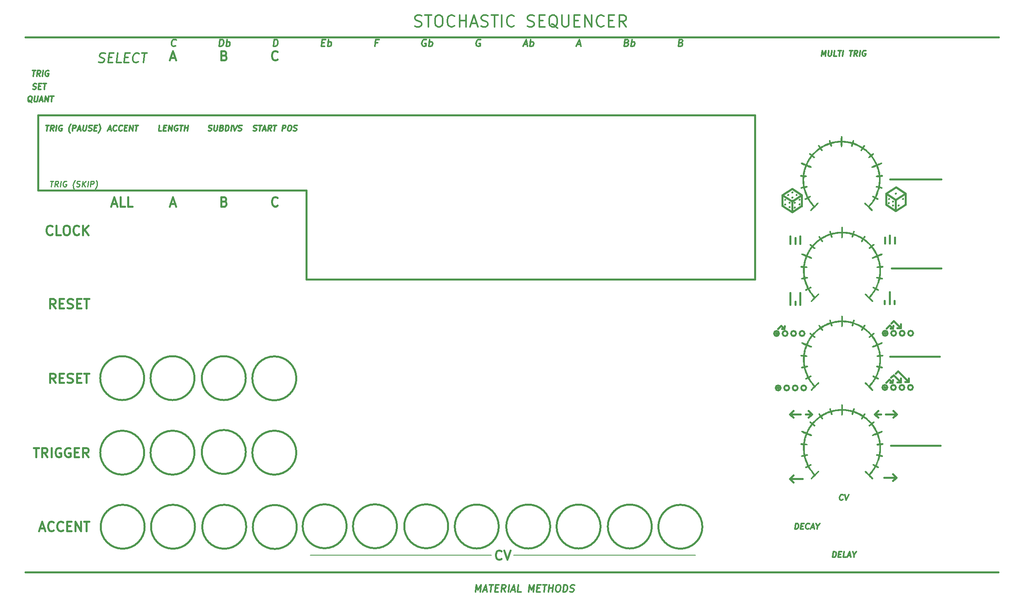
<source format=gbr>
%TF.GenerationSoftware,KiCad,Pcbnew,(5.0.1)-3*%
%TF.CreationDate,2020-01-29T23:15:48+00:00*%
%TF.ProjectId,SSv2 Panel,535376322050616E656C2E6B69636164,rev?*%
%TF.SameCoordinates,Original*%
%TF.FileFunction,Legend,Top*%
%TF.FilePolarity,Positive*%
%FSLAX46Y46*%
G04 Gerber Fmt 4.6, Leading zero omitted, Abs format (unit mm)*
G04 Created by KiCad (PCBNEW (5.0.1)-3) date 29/01/2020 23:15:48*
%MOMM*%
%LPD*%
G01*
G04 APERTURE LIST*
%ADD10C,0.400000*%
%ADD11C,0.300000*%
%ADD12C,0.250000*%
%ADD13C,0.200000*%
%ADD14C,0.375000*%
%ADD15C,0.010000*%
G04 APERTURE END LIST*
D10*
X249200000Y-72750000D02*
X249200000Y-71500000D01*
X251300000Y-72750000D02*
X251300000Y-71500000D01*
X250250000Y-72750000D02*
X250250000Y-71100000D01*
X226191421Y-92050000D02*
G75*
G03X226191421Y-92050000I-141421J0D01*
G01*
X226590833Y-92050000D02*
G75*
G03X226590833Y-92050000I-540833J0D01*
G01*
X228407499Y-92050000D02*
G75*
G03X228407499Y-92050000I-540833J0D01*
G01*
X226300000Y-91050000D02*
X227000000Y-90350000D01*
X227700000Y-91050000D02*
X227150000Y-91050000D01*
X232040833Y-92050000D02*
G75*
G03X232040833Y-92050000I-540833J0D01*
G01*
X227700000Y-91050000D02*
X227750000Y-90450000D01*
X227000000Y-90350000D02*
X227700000Y-91050000D01*
X230224165Y-92050000D02*
G75*
G03X230224165Y-92050000I-540833J0D01*
G01*
X249391421Y-92000000D02*
G75*
G03X249391421Y-92000000I-141421J0D01*
G01*
X249790833Y-92000000D02*
G75*
G03X249790833Y-92000000I-540833J0D01*
G01*
X252600000Y-90050000D02*
X252550000Y-90750000D01*
X251607499Y-92000000D02*
G75*
G03X251607499Y-92000000I-540833J0D01*
G01*
X250550000Y-89900000D02*
X251100000Y-89350000D01*
X249500000Y-91000000D02*
X250200000Y-90300000D01*
X250900000Y-91000000D02*
X250350000Y-91000000D01*
X255240833Y-92000000D02*
G75*
G03X255240833Y-92000000I-540833J0D01*
G01*
X250900000Y-91000000D02*
X250950000Y-90400000D01*
X250200000Y-90300000D02*
X250900000Y-91000000D01*
X252600000Y-90850000D02*
X252600000Y-90050000D01*
X252600000Y-90850000D02*
X251850000Y-90850000D01*
X253424165Y-92000000D02*
G75*
G03X253424165Y-92000000I-540833J0D01*
G01*
X251100000Y-89350000D02*
X252600000Y-90850000D01*
X232300000Y-109300000D02*
X233650000Y-109300000D01*
X228900000Y-109300000D02*
X229650000Y-108550000D01*
X233650000Y-109300000D02*
X232900000Y-108550000D01*
X228900000Y-109300000D02*
X229650000Y-110050000D01*
X231200000Y-109300000D02*
X228900000Y-109300000D01*
X233650000Y-109300000D02*
X232900000Y-110050000D01*
X254300000Y-102400000D02*
X253500000Y-102400000D01*
X254300000Y-102400000D02*
X254300000Y-101600000D01*
X252000000Y-100100000D02*
X254300000Y-102400000D01*
X251500000Y-100600000D02*
X252000000Y-100100000D01*
X252550000Y-102450000D02*
X251800000Y-102450000D01*
X252550000Y-101650000D02*
X252500000Y-102350000D01*
X252550000Y-102450000D02*
X252550000Y-101650000D01*
X251050000Y-100950000D02*
X252550000Y-102450000D01*
X250500000Y-101500000D02*
X251050000Y-100950000D01*
X255190833Y-103600000D02*
G75*
G03X255190833Y-103600000I-540833J0D01*
G01*
X249341421Y-103600000D02*
G75*
G03X249341421Y-103600000I-141421J0D01*
G01*
X253374165Y-103600000D02*
G75*
G03X253374165Y-103600000I-540833J0D01*
G01*
X250850000Y-102600000D02*
X250900000Y-102000000D01*
X249740833Y-103600000D02*
G75*
G03X249740833Y-103600000I-540833J0D01*
G01*
X249450000Y-102600000D02*
X250150000Y-101900000D01*
X250850000Y-102600000D02*
X250300000Y-102600000D01*
X251557499Y-103600000D02*
G75*
G03X251557499Y-103600000I-540833J0D01*
G01*
X250150000Y-101900000D02*
X250850000Y-102600000D01*
X226541421Y-103700000D02*
G75*
G03X226541421Y-103700000I-141421J0D01*
G01*
X226940833Y-103700000D02*
G75*
G03X226940833Y-103700000I-540833J0D01*
G01*
X228757499Y-103700000D02*
G75*
G03X228757499Y-103700000I-540833J0D01*
G01*
X230574165Y-103700000D02*
G75*
G03X230574165Y-103700000I-540833J0D01*
G01*
X232390833Y-103700000D02*
G75*
G03X232390833Y-103700000I-540833J0D01*
G01*
X248350000Y-109300000D02*
X247000000Y-109300000D01*
X247000000Y-109300000D02*
X247750000Y-110050000D01*
X247000000Y-109300000D02*
X247750000Y-108550000D01*
X249400000Y-109300000D02*
X251750000Y-109300000D01*
X251750000Y-109300000D02*
X251000000Y-108550000D01*
X251750000Y-109300000D02*
X251000000Y-110050000D01*
X231564971Y-123132794D02*
X228914971Y-123132794D01*
X228914971Y-123132794D02*
X229664971Y-123882794D01*
X228914971Y-123132794D02*
X229664971Y-122382794D01*
X251650000Y-122850000D02*
X250900000Y-123600000D01*
X251650000Y-122850000D02*
X250900000Y-122100000D01*
X249000000Y-122850000D02*
X251650000Y-122850000D01*
X251250000Y-85700000D02*
X251250000Y-85050000D01*
X250200000Y-85700000D02*
X250200000Y-83150000D01*
X249150000Y-85700000D02*
X249150000Y-85050000D01*
X229000000Y-84900000D02*
X229000000Y-83350000D01*
X231100000Y-85250000D02*
X231100000Y-83350000D01*
X229000000Y-85850000D02*
X229000000Y-84400000D01*
X231100000Y-85850000D02*
X231100000Y-84450000D01*
X230050000Y-85850000D02*
X230050000Y-85200000D01*
X231100000Y-84500000D02*
X231100000Y-84400000D01*
X229000000Y-72850000D02*
X229000000Y-71200000D01*
X231100000Y-71500000D02*
X231100000Y-71200000D01*
X231100000Y-72850000D02*
X231100000Y-71450000D01*
X230050000Y-72850000D02*
X230050000Y-71600000D01*
X229450000Y-62950000D02*
G75*
G03X229450000Y-62950000I-50000J0D01*
G01*
X230350000Y-62400000D02*
G75*
G03X230350000Y-62400000I-50000J0D01*
G01*
X228550000Y-62400000D02*
G75*
G03X228550000Y-62400000I-50000J0D01*
G01*
X231000000Y-64400000D02*
G75*
G03X231000000Y-64400000I-50000J0D01*
G01*
X229950000Y-65100000D02*
G75*
G03X229950000Y-65100000I-50000J0D01*
G01*
X229950000Y-64050000D02*
G75*
G03X229950000Y-64050000I-50000J0D01*
G01*
X228850000Y-64050000D02*
G75*
G03X228850000Y-64050000I-50000J0D01*
G01*
X228850000Y-65000000D02*
G75*
G03X228850000Y-65000000I-50000J0D01*
G01*
X227900000Y-63450000D02*
G75*
G03X227900000Y-63450000I-50000J0D01*
G01*
X227300000Y-64750000D02*
X229350000Y-66100000D01*
X231450000Y-62400000D02*
X231450000Y-64800000D01*
X227300000Y-62400000D02*
X229350000Y-63750000D01*
X227300000Y-62400000D02*
X227300000Y-64700000D01*
X227900000Y-64450000D02*
G75*
G03X227900000Y-64450000I-50000J0D01*
G01*
X229450000Y-61850000D02*
G75*
G03X229450000Y-61850000I-50000J0D01*
G01*
X231450000Y-62400000D02*
X229350000Y-63750000D01*
X229400000Y-61050000D02*
X227300000Y-62400000D01*
X229350000Y-63650000D02*
X229350000Y-66050000D01*
X229400000Y-61050000D02*
X231450000Y-62400000D01*
X231450000Y-64750000D02*
X229350000Y-66100000D01*
X231000000Y-63400000D02*
G75*
G03X231000000Y-63400000I-50000J0D01*
G01*
X250950000Y-63800000D02*
G75*
G03X250950000Y-63800000I-50000J0D01*
G01*
X250950000Y-64650000D02*
G75*
G03X250950000Y-64650000I-50000J0D01*
G01*
X250100000Y-63250000D02*
G75*
G03X250100000Y-63250000I-50000J0D01*
G01*
X250050000Y-64150000D02*
G75*
G03X250050000Y-64150000I-50000J0D01*
G01*
X253100000Y-63250000D02*
G75*
G03X253100000Y-63250000I-50000J0D01*
G01*
X252150000Y-64650000D02*
G75*
G03X252150000Y-64650000I-50000J0D01*
G01*
X251550000Y-62100000D02*
G75*
G03X251550000Y-62100000I-50000J0D01*
G01*
X251500000Y-63350000D02*
X251500000Y-65750000D01*
X253600000Y-62100000D02*
X253600000Y-64500000D01*
X253600000Y-64450000D02*
X251500000Y-65800000D01*
X253600000Y-62100000D02*
X251500000Y-63450000D01*
X249450000Y-62100000D02*
X251500000Y-63450000D01*
X249450000Y-64450000D02*
X251500000Y-65800000D01*
X249450000Y-62100000D02*
X249450000Y-64400000D01*
X251550000Y-60750000D02*
X249450000Y-62100000D01*
X251550000Y-60750000D02*
X253600000Y-62100000D01*
X261050000Y-116000000D02*
X250450000Y-116000000D01*
X260900000Y-96950000D02*
X250300000Y-96950000D01*
X261250000Y-78100000D02*
X250650000Y-78100000D01*
X261200000Y-59050000D02*
X250300000Y-59050000D01*
X68250000Y-45300000D02*
X68600000Y-45300000D01*
X68250000Y-61450000D02*
X68250000Y-45300000D01*
X125550000Y-61450000D02*
X68250000Y-61450000D01*
X125550000Y-80500000D02*
X125550000Y-61450000D01*
X221450000Y-80500000D02*
X125550000Y-80500000D01*
X221450000Y-45300000D02*
X221450000Y-80500000D01*
X68550000Y-45300000D02*
X221450000Y-45300000D01*
D11*
X114248839Y-48635714D02*
X114413125Y-48692857D01*
X114698839Y-48692857D01*
X114820267Y-48635714D01*
X114884553Y-48578571D01*
X114955982Y-48464285D01*
X114970267Y-48350000D01*
X114927410Y-48235714D01*
X114877410Y-48178571D01*
X114770267Y-48121428D01*
X114548839Y-48064285D01*
X114441696Y-48007142D01*
X114391696Y-47950000D01*
X114348839Y-47835714D01*
X114363125Y-47721428D01*
X114434553Y-47607142D01*
X114498839Y-47550000D01*
X114620267Y-47492857D01*
X114905982Y-47492857D01*
X115070267Y-47550000D01*
X115420267Y-47492857D02*
X116105982Y-47492857D01*
X115613125Y-48692857D02*
X115763125Y-47492857D01*
X116341696Y-48350000D02*
X116913125Y-48350000D01*
X116184553Y-48692857D02*
X116734553Y-47492857D01*
X116984553Y-48692857D01*
X118070267Y-48692857D02*
X117741696Y-48121428D01*
X117384553Y-48692857D02*
X117534553Y-47492857D01*
X117991696Y-47492857D01*
X118098839Y-47550000D01*
X118148839Y-47607142D01*
X118191696Y-47721428D01*
X118170267Y-47892857D01*
X118098839Y-48007142D01*
X118034553Y-48064285D01*
X117913125Y-48121428D01*
X117455982Y-48121428D01*
X118563125Y-47492857D02*
X119248839Y-47492857D01*
X118755982Y-48692857D02*
X118905982Y-47492857D01*
X120413125Y-48692857D02*
X120563125Y-47492857D01*
X121020267Y-47492857D01*
X121127410Y-47550000D01*
X121177410Y-47607142D01*
X121220267Y-47721428D01*
X121198839Y-47892857D01*
X121127410Y-48007142D01*
X121063125Y-48064285D01*
X120941696Y-48121428D01*
X120484553Y-48121428D01*
X121991696Y-47492857D02*
X122220267Y-47492857D01*
X122327410Y-47550000D01*
X122427410Y-47664285D01*
X122455982Y-47892857D01*
X122405982Y-48292857D01*
X122320267Y-48521428D01*
X122191696Y-48635714D01*
X122070267Y-48692857D01*
X121841696Y-48692857D01*
X121734553Y-48635714D01*
X121634553Y-48521428D01*
X121605982Y-48292857D01*
X121655982Y-47892857D01*
X121741696Y-47664285D01*
X121870267Y-47550000D01*
X121991696Y-47492857D01*
X122820267Y-48635714D02*
X122984553Y-48692857D01*
X123270267Y-48692857D01*
X123391696Y-48635714D01*
X123455982Y-48578571D01*
X123527410Y-48464285D01*
X123541696Y-48350000D01*
X123498839Y-48235714D01*
X123448839Y-48178571D01*
X123341696Y-48121428D01*
X123120267Y-48064285D01*
X123013125Y-48007142D01*
X122963125Y-47950000D01*
X122920267Y-47835714D01*
X122934553Y-47721428D01*
X123005982Y-47607142D01*
X123070267Y-47550000D01*
X123191696Y-47492857D01*
X123477410Y-47492857D01*
X123641696Y-47550000D01*
X104634553Y-48635714D02*
X104798839Y-48692857D01*
X105084553Y-48692857D01*
X105205982Y-48635714D01*
X105270267Y-48578571D01*
X105341696Y-48464285D01*
X105355982Y-48350000D01*
X105313125Y-48235714D01*
X105263125Y-48178571D01*
X105155982Y-48121428D01*
X104934553Y-48064285D01*
X104827410Y-48007142D01*
X104777410Y-47950000D01*
X104734553Y-47835714D01*
X104748839Y-47721428D01*
X104820267Y-47607142D01*
X104884553Y-47550000D01*
X105005982Y-47492857D01*
X105291696Y-47492857D01*
X105455982Y-47550000D01*
X105977410Y-47492857D02*
X105855982Y-48464285D01*
X105898839Y-48578571D01*
X105948839Y-48635714D01*
X106055982Y-48692857D01*
X106284553Y-48692857D01*
X106405982Y-48635714D01*
X106470267Y-48578571D01*
X106541696Y-48464285D01*
X106663125Y-47492857D01*
X107563125Y-48064285D02*
X107727410Y-48121428D01*
X107777410Y-48178571D01*
X107820267Y-48292857D01*
X107798839Y-48464285D01*
X107727410Y-48578571D01*
X107663125Y-48635714D01*
X107541696Y-48692857D01*
X107084553Y-48692857D01*
X107234553Y-47492857D01*
X107634553Y-47492857D01*
X107741696Y-47550000D01*
X107791696Y-47607142D01*
X107834553Y-47721428D01*
X107820267Y-47835714D01*
X107748839Y-47950000D01*
X107684553Y-48007142D01*
X107563125Y-48064285D01*
X107163125Y-48064285D01*
X108284553Y-48692857D02*
X108434553Y-47492857D01*
X108720267Y-47492857D01*
X108884553Y-47550000D01*
X108984553Y-47664285D01*
X109027410Y-47778571D01*
X109055982Y-48007142D01*
X109034553Y-48178571D01*
X108948839Y-48407142D01*
X108877410Y-48521428D01*
X108748839Y-48635714D01*
X108570267Y-48692857D01*
X108284553Y-48692857D01*
X109484553Y-48692857D02*
X109634553Y-47492857D01*
X110034553Y-47492857D02*
X110284553Y-48692857D01*
X110834553Y-47492857D01*
X111034553Y-48635714D02*
X111198839Y-48692857D01*
X111484553Y-48692857D01*
X111605982Y-48635714D01*
X111670267Y-48578571D01*
X111741696Y-48464285D01*
X111755982Y-48350000D01*
X111713125Y-48235714D01*
X111663125Y-48178571D01*
X111555982Y-48121428D01*
X111334553Y-48064285D01*
X111227410Y-48007142D01*
X111177410Y-47950000D01*
X111134553Y-47835714D01*
X111148839Y-47721428D01*
X111220267Y-47607142D01*
X111284553Y-47550000D01*
X111405982Y-47492857D01*
X111691696Y-47492857D01*
X111855982Y-47550000D01*
X94634553Y-48692857D02*
X94063125Y-48692857D01*
X94213125Y-47492857D01*
X95113125Y-48064285D02*
X95513125Y-48064285D01*
X95605982Y-48692857D02*
X95034553Y-48692857D01*
X95184553Y-47492857D01*
X95755982Y-47492857D01*
X96120267Y-48692857D02*
X96270267Y-47492857D01*
X96805982Y-48692857D01*
X96955982Y-47492857D01*
X98148839Y-47550000D02*
X98041696Y-47492857D01*
X97870267Y-47492857D01*
X97691696Y-47550000D01*
X97563125Y-47664285D01*
X97491696Y-47778571D01*
X97405982Y-48007142D01*
X97384553Y-48178571D01*
X97413125Y-48407142D01*
X97455982Y-48521428D01*
X97555982Y-48635714D01*
X97720267Y-48692857D01*
X97834553Y-48692857D01*
X98013125Y-48635714D01*
X98077410Y-48578571D01*
X98127410Y-48178571D01*
X97898839Y-48178571D01*
X98555982Y-47492857D02*
X99241696Y-47492857D01*
X98748839Y-48692857D02*
X98898839Y-47492857D01*
X99491696Y-48692857D02*
X99641696Y-47492857D01*
X99570267Y-48064285D02*
X100255982Y-48064285D01*
X100177410Y-48692857D02*
X100327410Y-47492857D01*
X83248839Y-48350000D02*
X83820267Y-48350000D01*
X83091696Y-48692857D02*
X83641696Y-47492857D01*
X83891696Y-48692857D01*
X84991696Y-48578571D02*
X84927410Y-48635714D01*
X84748839Y-48692857D01*
X84634553Y-48692857D01*
X84470267Y-48635714D01*
X84370267Y-48521428D01*
X84327410Y-48407142D01*
X84298839Y-48178571D01*
X84320267Y-48007142D01*
X84405982Y-47778571D01*
X84477410Y-47664285D01*
X84605982Y-47550000D01*
X84784553Y-47492857D01*
X84898839Y-47492857D01*
X85063125Y-47550000D01*
X85113125Y-47607142D01*
X86191696Y-48578571D02*
X86127410Y-48635714D01*
X85948839Y-48692857D01*
X85834553Y-48692857D01*
X85670267Y-48635714D01*
X85570267Y-48521428D01*
X85527410Y-48407142D01*
X85498839Y-48178571D01*
X85520267Y-48007142D01*
X85605982Y-47778571D01*
X85677410Y-47664285D01*
X85805982Y-47550000D01*
X85984553Y-47492857D01*
X86098839Y-47492857D01*
X86263125Y-47550000D01*
X86313125Y-47607142D01*
X86770267Y-48064285D02*
X87170267Y-48064285D01*
X87263125Y-48692857D02*
X86691696Y-48692857D01*
X86841696Y-47492857D01*
X87413125Y-47492857D01*
X87777410Y-48692857D02*
X87927410Y-47492857D01*
X88463125Y-48692857D01*
X88613125Y-47492857D01*
X89013125Y-47492857D02*
X89698839Y-47492857D01*
X89205982Y-48692857D02*
X89355982Y-47492857D01*
D12*
X70881473Y-59442857D02*
X71567187Y-59442857D01*
X71074330Y-60642857D02*
X71224330Y-59442857D01*
X72502901Y-60642857D02*
X72174330Y-60071428D01*
X71817187Y-60642857D02*
X71967187Y-59442857D01*
X72424330Y-59442857D01*
X72531473Y-59500000D01*
X72581473Y-59557142D01*
X72624330Y-59671428D01*
X72602901Y-59842857D01*
X72531473Y-59957142D01*
X72467187Y-60014285D01*
X72345758Y-60071428D01*
X71888616Y-60071428D01*
X73017187Y-60642857D02*
X73167187Y-59442857D01*
X74360044Y-59500000D02*
X74252901Y-59442857D01*
X74081473Y-59442857D01*
X73902901Y-59500000D01*
X73774330Y-59614285D01*
X73702901Y-59728571D01*
X73617187Y-59957142D01*
X73595758Y-60128571D01*
X73624330Y-60357142D01*
X73667187Y-60471428D01*
X73767187Y-60585714D01*
X73931473Y-60642857D01*
X74045758Y-60642857D01*
X74224330Y-60585714D01*
X74288616Y-60528571D01*
X74338616Y-60128571D01*
X74110044Y-60128571D01*
X75988616Y-61100000D02*
X75938616Y-61042857D01*
X75845758Y-60871428D01*
X75802901Y-60757142D01*
X75767187Y-60585714D01*
X75745758Y-60300000D01*
X75774330Y-60071428D01*
X75867187Y-59785714D01*
X75945758Y-59614285D01*
X76017187Y-59500000D01*
X76152901Y-59328571D01*
X76217187Y-59271428D01*
X76452901Y-60585714D02*
X76617187Y-60642857D01*
X76902901Y-60642857D01*
X77024330Y-60585714D01*
X77088616Y-60528571D01*
X77160044Y-60414285D01*
X77174330Y-60300000D01*
X77131473Y-60185714D01*
X77081473Y-60128571D01*
X76974330Y-60071428D01*
X76752901Y-60014285D01*
X76645758Y-59957142D01*
X76595758Y-59900000D01*
X76552901Y-59785714D01*
X76567187Y-59671428D01*
X76638616Y-59557142D01*
X76702901Y-59500000D01*
X76824330Y-59442857D01*
X77110044Y-59442857D01*
X77274330Y-59500000D01*
X77645758Y-60642857D02*
X77795758Y-59442857D01*
X78331473Y-60642857D02*
X77902901Y-59957142D01*
X78481473Y-59442857D02*
X77710044Y-60128571D01*
X78845758Y-60642857D02*
X78995758Y-59442857D01*
X79417187Y-60642857D02*
X79567187Y-59442857D01*
X80024330Y-59442857D01*
X80131473Y-59500000D01*
X80181473Y-59557142D01*
X80224330Y-59671428D01*
X80202901Y-59842857D01*
X80131473Y-59957142D01*
X80067187Y-60014285D01*
X79945758Y-60071428D01*
X79488616Y-60071428D01*
X80445758Y-61100000D02*
X80510044Y-61042857D01*
X80645758Y-60871428D01*
X80717187Y-60757142D01*
X80795758Y-60585714D01*
X80888616Y-60300000D01*
X80917187Y-60071428D01*
X80895758Y-59785714D01*
X80860044Y-59614285D01*
X80817187Y-59500000D01*
X80724330Y-59328571D01*
X80674330Y-59271428D01*
D11*
X69977410Y-47492857D02*
X70663125Y-47492857D01*
X70170267Y-48692857D02*
X70320267Y-47492857D01*
X71598839Y-48692857D02*
X71270267Y-48121428D01*
X70913125Y-48692857D02*
X71063125Y-47492857D01*
X71520267Y-47492857D01*
X71627410Y-47550000D01*
X71677410Y-47607142D01*
X71720267Y-47721428D01*
X71698839Y-47892857D01*
X71627410Y-48007142D01*
X71563125Y-48064285D01*
X71441696Y-48121428D01*
X70984553Y-48121428D01*
X72113125Y-48692857D02*
X72263125Y-47492857D01*
X73455982Y-47550000D02*
X73348839Y-47492857D01*
X73177410Y-47492857D01*
X72998839Y-47550000D01*
X72870267Y-47664285D01*
X72798839Y-47778571D01*
X72713125Y-48007142D01*
X72691696Y-48178571D01*
X72720267Y-48407142D01*
X72763125Y-48521428D01*
X72863125Y-48635714D01*
X73027410Y-48692857D01*
X73141696Y-48692857D01*
X73320267Y-48635714D01*
X73384553Y-48578571D01*
X73434553Y-48178571D01*
X73205982Y-48178571D01*
X75084553Y-49150000D02*
X75034553Y-49092857D01*
X74941696Y-48921428D01*
X74898839Y-48807142D01*
X74863125Y-48635714D01*
X74841696Y-48350000D01*
X74870267Y-48121428D01*
X74963125Y-47835714D01*
X75041696Y-47664285D01*
X75113125Y-47550000D01*
X75248839Y-47378571D01*
X75313125Y-47321428D01*
X75598839Y-48692857D02*
X75748839Y-47492857D01*
X76205982Y-47492857D01*
X76313125Y-47550000D01*
X76363125Y-47607142D01*
X76405982Y-47721428D01*
X76384553Y-47892857D01*
X76313125Y-48007142D01*
X76248839Y-48064285D01*
X76127410Y-48121428D01*
X75670267Y-48121428D01*
X76784553Y-48350000D02*
X77355982Y-48350000D01*
X76627410Y-48692857D02*
X77177410Y-47492857D01*
X77427410Y-48692857D01*
X77977410Y-47492857D02*
X77855982Y-48464285D01*
X77898839Y-48578571D01*
X77948839Y-48635714D01*
X78055982Y-48692857D01*
X78284553Y-48692857D01*
X78405982Y-48635714D01*
X78470267Y-48578571D01*
X78541696Y-48464285D01*
X78663125Y-47492857D01*
X79034553Y-48635714D02*
X79198839Y-48692857D01*
X79484553Y-48692857D01*
X79605982Y-48635714D01*
X79670267Y-48578571D01*
X79741696Y-48464285D01*
X79755982Y-48350000D01*
X79713125Y-48235714D01*
X79663125Y-48178571D01*
X79555982Y-48121428D01*
X79334553Y-48064285D01*
X79227410Y-48007142D01*
X79177410Y-47950000D01*
X79134553Y-47835714D01*
X79148839Y-47721428D01*
X79220267Y-47607142D01*
X79284553Y-47550000D01*
X79405982Y-47492857D01*
X79691696Y-47492857D01*
X79855982Y-47550000D01*
X80305982Y-48064285D02*
X80705982Y-48064285D01*
X80798839Y-48692857D02*
X80227410Y-48692857D01*
X80377410Y-47492857D01*
X80948839Y-47492857D01*
X81141696Y-49150000D02*
X81205982Y-49092857D01*
X81341696Y-48921428D01*
X81413125Y-48807142D01*
X81491696Y-48635714D01*
X81584553Y-48350000D01*
X81613125Y-48121428D01*
X81591696Y-47835714D01*
X81555982Y-47664285D01*
X81513125Y-47550000D01*
X81420267Y-47378571D01*
X81370267Y-47321428D01*
X81259553Y-33959523D02*
X81533363Y-34054761D01*
X82009553Y-34054761D01*
X82211934Y-33959523D01*
X82319077Y-33864285D01*
X82438125Y-33673809D01*
X82461934Y-33483333D01*
X82390505Y-33292857D01*
X82307172Y-33197619D01*
X82128601Y-33102380D01*
X81759553Y-33007142D01*
X81580982Y-32911904D01*
X81497648Y-32816666D01*
X81426220Y-32626190D01*
X81450029Y-32435714D01*
X81569077Y-32245238D01*
X81676220Y-32150000D01*
X81878601Y-32054761D01*
X82354791Y-32054761D01*
X82628601Y-32150000D01*
X83378601Y-33007142D02*
X84045267Y-33007142D01*
X84200029Y-34054761D02*
X83247648Y-34054761D01*
X83497648Y-32054761D01*
X84450029Y-32054761D01*
X86009553Y-34054761D02*
X85057172Y-34054761D01*
X85307172Y-32054761D01*
X86807172Y-33007142D02*
X87473839Y-33007142D01*
X87628601Y-34054761D02*
X86676220Y-34054761D01*
X86926220Y-32054761D01*
X87878601Y-32054761D01*
X89652410Y-33864285D02*
X89545267Y-33959523D01*
X89247648Y-34054761D01*
X89057172Y-34054761D01*
X88783363Y-33959523D01*
X88616696Y-33769047D01*
X88545267Y-33578571D01*
X88497648Y-33197619D01*
X88533363Y-32911904D01*
X88676220Y-32530952D01*
X88795267Y-32340476D01*
X89009553Y-32150000D01*
X89307172Y-32054761D01*
X89497648Y-32054761D01*
X89771458Y-32150000D01*
X89854791Y-32245238D01*
X90450029Y-32054761D02*
X91592886Y-32054761D01*
X90771458Y-34054761D02*
X91021458Y-32054761D01*
X67091696Y-35792857D02*
X67777410Y-35792857D01*
X67284553Y-36992857D02*
X67434553Y-35792857D01*
X68713125Y-36992857D02*
X68384553Y-36421428D01*
X68027410Y-36992857D02*
X68177410Y-35792857D01*
X68634553Y-35792857D01*
X68741696Y-35850000D01*
X68791696Y-35907142D01*
X68834553Y-36021428D01*
X68813125Y-36192857D01*
X68741696Y-36307142D01*
X68677410Y-36364285D01*
X68555982Y-36421428D01*
X68098839Y-36421428D01*
X69227410Y-36992857D02*
X69377410Y-35792857D01*
X70570267Y-35850000D02*
X70463125Y-35792857D01*
X70291696Y-35792857D01*
X70113125Y-35850000D01*
X69984553Y-35964285D01*
X69913125Y-36078571D01*
X69827410Y-36307142D01*
X69805982Y-36478571D01*
X69834553Y-36707142D01*
X69877410Y-36821428D01*
X69977410Y-36935714D01*
X70141696Y-36992857D01*
X70255982Y-36992857D01*
X70434553Y-36935714D01*
X70498839Y-36878571D01*
X70548839Y-36478571D01*
X70320267Y-36478571D01*
X67134553Y-39735714D02*
X67298839Y-39792857D01*
X67584553Y-39792857D01*
X67705982Y-39735714D01*
X67770267Y-39678571D01*
X67841696Y-39564285D01*
X67855982Y-39450000D01*
X67813125Y-39335714D01*
X67763125Y-39278571D01*
X67655982Y-39221428D01*
X67434553Y-39164285D01*
X67327410Y-39107142D01*
X67277410Y-39050000D01*
X67234553Y-38935714D01*
X67248839Y-38821428D01*
X67320267Y-38707142D01*
X67384553Y-38650000D01*
X67505982Y-38592857D01*
X67791696Y-38592857D01*
X67955982Y-38650000D01*
X68405982Y-39164285D02*
X68805982Y-39164285D01*
X68898839Y-39792857D02*
X68327410Y-39792857D01*
X68477410Y-38592857D01*
X69048839Y-38592857D01*
X69391696Y-38592857D02*
X70077410Y-38592857D01*
X69584553Y-39792857D02*
X69734553Y-38592857D01*
X66934553Y-42607142D02*
X66827410Y-42550000D01*
X66727410Y-42435714D01*
X66577410Y-42264285D01*
X66470267Y-42207142D01*
X66355982Y-42207142D01*
X66377410Y-42492857D02*
X66270267Y-42435714D01*
X66170267Y-42321428D01*
X66141696Y-42092857D01*
X66191696Y-41692857D01*
X66277410Y-41464285D01*
X66405982Y-41350000D01*
X66527410Y-41292857D01*
X66755982Y-41292857D01*
X66863125Y-41350000D01*
X66963125Y-41464285D01*
X66991696Y-41692857D01*
X66941696Y-42092857D01*
X66855982Y-42321428D01*
X66727410Y-42435714D01*
X66605982Y-42492857D01*
X66377410Y-42492857D01*
X67555982Y-41292857D02*
X67434553Y-42264285D01*
X67477410Y-42378571D01*
X67527410Y-42435714D01*
X67634553Y-42492857D01*
X67863125Y-42492857D01*
X67984553Y-42435714D01*
X68048839Y-42378571D01*
X68120267Y-42264285D01*
X68241696Y-41292857D01*
X68648839Y-42150000D02*
X69220267Y-42150000D01*
X68491696Y-42492857D02*
X69041696Y-41292857D01*
X69291696Y-42492857D01*
X69691696Y-42492857D02*
X69841696Y-41292857D01*
X70377410Y-42492857D01*
X70527410Y-41292857D01*
X70927410Y-41292857D02*
X71613125Y-41292857D01*
X71120267Y-42492857D02*
X71270267Y-41292857D01*
X235663125Y-32692857D02*
X235813125Y-31492857D01*
X236105982Y-32350000D01*
X236613125Y-31492857D01*
X236463125Y-32692857D01*
X237184553Y-31492857D02*
X237063125Y-32464285D01*
X237105982Y-32578571D01*
X237155982Y-32635714D01*
X237263125Y-32692857D01*
X237491696Y-32692857D01*
X237613125Y-32635714D01*
X237677410Y-32578571D01*
X237748839Y-32464285D01*
X237870267Y-31492857D01*
X238863125Y-32692857D02*
X238291696Y-32692857D01*
X238441696Y-31492857D01*
X239241696Y-31492857D02*
X239927410Y-31492857D01*
X239434553Y-32692857D02*
X239584553Y-31492857D01*
X240177410Y-32692857D02*
X240327410Y-31492857D01*
X241641696Y-31492857D02*
X242327410Y-31492857D01*
X241834553Y-32692857D02*
X241984553Y-31492857D01*
X243263125Y-32692857D02*
X242934553Y-32121428D01*
X242577410Y-32692857D02*
X242727410Y-31492857D01*
X243184553Y-31492857D01*
X243291696Y-31550000D01*
X243341696Y-31607142D01*
X243384553Y-31721428D01*
X243363125Y-31892857D01*
X243291696Y-32007142D01*
X243227410Y-32064285D01*
X243105982Y-32121428D01*
X242648839Y-32121428D01*
X243777410Y-32692857D02*
X243927410Y-31492857D01*
X245120267Y-31550000D02*
X245013125Y-31492857D01*
X244841696Y-31492857D01*
X244663125Y-31550000D01*
X244534553Y-31664285D01*
X244463125Y-31778571D01*
X244377410Y-32007142D01*
X244355982Y-32178571D01*
X244384553Y-32407142D01*
X244427410Y-32521428D01*
X244527410Y-32635714D01*
X244691696Y-32692857D01*
X244805982Y-32692857D01*
X244984553Y-32635714D01*
X245048839Y-32578571D01*
X245098839Y-32178571D01*
X244870267Y-32178571D01*
X238048839Y-139942857D02*
X238198839Y-138742857D01*
X238484553Y-138742857D01*
X238648839Y-138800000D01*
X238748839Y-138914285D01*
X238791696Y-139028571D01*
X238820267Y-139257142D01*
X238798839Y-139428571D01*
X238713125Y-139657142D01*
X238641696Y-139771428D01*
X238513125Y-139885714D01*
X238334553Y-139942857D01*
X238048839Y-139942857D01*
X239327410Y-139314285D02*
X239727410Y-139314285D01*
X239820267Y-139942857D02*
X239248839Y-139942857D01*
X239398839Y-138742857D01*
X239970267Y-138742857D01*
X240905982Y-139942857D02*
X240334553Y-139942857D01*
X240484553Y-138742857D01*
X241291696Y-139600000D02*
X241863125Y-139600000D01*
X241134553Y-139942857D02*
X241684553Y-138742857D01*
X241934553Y-139942857D01*
X242634553Y-139371428D02*
X242563125Y-139942857D01*
X242313125Y-138742857D02*
X242634553Y-139371428D01*
X243113125Y-138742857D01*
X229984553Y-133892857D02*
X230134553Y-132692857D01*
X230420267Y-132692857D01*
X230584553Y-132750000D01*
X230684553Y-132864285D01*
X230727410Y-132978571D01*
X230755982Y-133207142D01*
X230734553Y-133378571D01*
X230648839Y-133607142D01*
X230577410Y-133721428D01*
X230448839Y-133835714D01*
X230270267Y-133892857D01*
X229984553Y-133892857D01*
X231263125Y-133264285D02*
X231663125Y-133264285D01*
X231755982Y-133892857D02*
X231184553Y-133892857D01*
X231334553Y-132692857D01*
X231905982Y-132692857D01*
X232970267Y-133778571D02*
X232905982Y-133835714D01*
X232727410Y-133892857D01*
X232613125Y-133892857D01*
X232448839Y-133835714D01*
X232348839Y-133721428D01*
X232305982Y-133607142D01*
X232277410Y-133378571D01*
X232298839Y-133207142D01*
X232384553Y-132978571D01*
X232455982Y-132864285D01*
X232584553Y-132750000D01*
X232763125Y-132692857D01*
X232877410Y-132692857D01*
X233041696Y-132750000D01*
X233091696Y-132807142D01*
X233455982Y-133550000D02*
X234027410Y-133550000D01*
X233298839Y-133892857D02*
X233848839Y-132692857D01*
X234098839Y-133892857D01*
X234798839Y-133321428D02*
X234727410Y-133892857D01*
X234477410Y-132692857D02*
X234798839Y-133321428D01*
X235277410Y-132692857D01*
X240191696Y-127578571D02*
X240127410Y-127635714D01*
X239948839Y-127692857D01*
X239834553Y-127692857D01*
X239670267Y-127635714D01*
X239570267Y-127521428D01*
X239527410Y-127407142D01*
X239498839Y-127178571D01*
X239520267Y-127007142D01*
X239605982Y-126778571D01*
X239677410Y-126664285D01*
X239805982Y-126550000D01*
X239984553Y-126492857D01*
X240098839Y-126492857D01*
X240263125Y-126550000D01*
X240313125Y-126607142D01*
X240670267Y-126492857D02*
X240920267Y-127692857D01*
X241470267Y-126492857D01*
X205649285Y-29842857D02*
X205854642Y-29914285D01*
X205917142Y-29985714D01*
X205970714Y-30128571D01*
X205943928Y-30342857D01*
X205854642Y-30485714D01*
X205774285Y-30557142D01*
X205622500Y-30628571D01*
X205051071Y-30628571D01*
X205238571Y-29128571D01*
X205738571Y-29128571D01*
X205872500Y-29200000D01*
X205935000Y-29271428D01*
X205988571Y-29414285D01*
X205970714Y-29557142D01*
X205881428Y-29700000D01*
X205801071Y-29771428D01*
X205649285Y-29842857D01*
X205149285Y-29842857D01*
X194062142Y-29842857D02*
X194267499Y-29914285D01*
X194329999Y-29985714D01*
X194383570Y-30128571D01*
X194356785Y-30342857D01*
X194267499Y-30485714D01*
X194187142Y-30557142D01*
X194035356Y-30628571D01*
X193463928Y-30628571D01*
X193651428Y-29128571D01*
X194151428Y-29128571D01*
X194285356Y-29200000D01*
X194347856Y-29271428D01*
X194401428Y-29414285D01*
X194383570Y-29557142D01*
X194294285Y-29700000D01*
X194213928Y-29771428D01*
X194062142Y-29842857D01*
X193562142Y-29842857D01*
X194963928Y-30628571D02*
X195151428Y-29128571D01*
X195079999Y-29700000D02*
X195231785Y-29628571D01*
X195517499Y-29628571D01*
X195651428Y-29700000D01*
X195713928Y-29771428D01*
X195767499Y-29914285D01*
X195713928Y-30342857D01*
X195624642Y-30485714D01*
X195544285Y-30557142D01*
X195392499Y-30628571D01*
X195106785Y-30628571D01*
X194972856Y-30557142D01*
X183430357Y-30200000D02*
X184144642Y-30200000D01*
X183233928Y-30628571D02*
X183921428Y-29128571D01*
X184233928Y-30628571D01*
X172057499Y-30200000D02*
X172771785Y-30200000D01*
X171861071Y-30628571D02*
X172548571Y-29128571D01*
X172861071Y-30628571D01*
X173361071Y-30628571D02*
X173548571Y-29128571D01*
X173477142Y-29700000D02*
X173628928Y-29628571D01*
X173914642Y-29628571D01*
X174048571Y-29700000D01*
X174111071Y-29771428D01*
X174164642Y-29914285D01*
X174111071Y-30342857D01*
X174021785Y-30485714D01*
X173941428Y-30557142D01*
X173789642Y-30628571D01*
X173503928Y-30628571D01*
X173369999Y-30557142D01*
X162809643Y-29200000D02*
X162675714Y-29128571D01*
X162461428Y-29128571D01*
X162238214Y-29200000D01*
X162077500Y-29342857D01*
X161988214Y-29485714D01*
X161881071Y-29771428D01*
X161854286Y-29985714D01*
X161890000Y-30271428D01*
X161943571Y-30414285D01*
X162068571Y-30557142D01*
X162273928Y-30628571D01*
X162416786Y-30628571D01*
X162640000Y-30557142D01*
X162720357Y-30485714D01*
X162782857Y-29985714D01*
X162497143Y-29985714D01*
X151222499Y-29200000D02*
X151088571Y-29128571D01*
X150874285Y-29128571D01*
X150651071Y-29200000D01*
X150490356Y-29342857D01*
X150401071Y-29485714D01*
X150293928Y-29771428D01*
X150267142Y-29985714D01*
X150302856Y-30271428D01*
X150356428Y-30414285D01*
X150481428Y-30557142D01*
X150686785Y-30628571D01*
X150829642Y-30628571D01*
X151052856Y-30557142D01*
X151133214Y-30485714D01*
X151195714Y-29985714D01*
X150909999Y-29985714D01*
X151758214Y-30628571D02*
X151945714Y-29128571D01*
X151874285Y-29700000D02*
X152026071Y-29628571D01*
X152311785Y-29628571D01*
X152445714Y-29700000D01*
X152508214Y-29771428D01*
X152561785Y-29914285D01*
X152508214Y-30342857D01*
X152418928Y-30485714D01*
X152338571Y-30557142D01*
X152186785Y-30628571D01*
X151901071Y-30628571D01*
X151767142Y-30557142D01*
X140840714Y-29842857D02*
X140340714Y-29842857D01*
X140242500Y-30628571D02*
X140430000Y-29128571D01*
X141144286Y-29128571D01*
X128896428Y-29842857D02*
X129396428Y-29842857D01*
X129512500Y-30628571D02*
X128798214Y-30628571D01*
X128985714Y-29128571D01*
X129700000Y-29128571D01*
X130155357Y-30628571D02*
X130342857Y-29128571D01*
X130271428Y-29700000D02*
X130423214Y-29628571D01*
X130708928Y-29628571D01*
X130842857Y-29700000D01*
X130905357Y-29771428D01*
X130958928Y-29914285D01*
X130905357Y-30342857D01*
X130816071Y-30485714D01*
X130735714Y-30557142D01*
X130583928Y-30628571D01*
X130298214Y-30628571D01*
X130164286Y-30557142D01*
X118568214Y-30628571D02*
X118755714Y-29128571D01*
X119112857Y-29128571D01*
X119318214Y-29200000D01*
X119443214Y-29342857D01*
X119496785Y-29485714D01*
X119532500Y-29771428D01*
X119505714Y-29985714D01*
X119398571Y-30271428D01*
X119309285Y-30414285D01*
X119148571Y-30557142D01*
X118925357Y-30628571D01*
X118568214Y-30628571D01*
X106981071Y-30628571D02*
X107168571Y-29128571D01*
X107525713Y-29128571D01*
X107731071Y-29200000D01*
X107856071Y-29342857D01*
X107909642Y-29485714D01*
X107945356Y-29771428D01*
X107918571Y-29985714D01*
X107811428Y-30271428D01*
X107722142Y-30414285D01*
X107561428Y-30557142D01*
X107338213Y-30628571D01*
X106981071Y-30628571D01*
X108481071Y-30628571D02*
X108668571Y-29128571D01*
X108597142Y-29700000D02*
X108748928Y-29628571D01*
X109034642Y-29628571D01*
X109168571Y-29700000D01*
X109231071Y-29771428D01*
X109284642Y-29914285D01*
X109231071Y-30342857D01*
X109141785Y-30485714D01*
X109061428Y-30557142D01*
X108909642Y-30628571D01*
X108623928Y-30628571D01*
X108489999Y-30557142D01*
X97626071Y-30485714D02*
X97545714Y-30557142D01*
X97322500Y-30628571D01*
X97179642Y-30628571D01*
X96974285Y-30557142D01*
X96849285Y-30414285D01*
X96795714Y-30271428D01*
X96760000Y-29985714D01*
X96786785Y-29771428D01*
X96893928Y-29485714D01*
X96983214Y-29342857D01*
X97143928Y-29200000D01*
X97367142Y-29128571D01*
X97510000Y-29128571D01*
X97715357Y-29200000D01*
X97777857Y-29271428D01*
D10*
X96573809Y-33033333D02*
X97526190Y-33033333D01*
X96383333Y-33604761D02*
X97050000Y-31604761D01*
X97716666Y-33604761D01*
X119419047Y-33414285D02*
X119323809Y-33509523D01*
X119038095Y-33604761D01*
X118847619Y-33604761D01*
X118561904Y-33509523D01*
X118371428Y-33319047D01*
X118276190Y-33128571D01*
X118180952Y-32747619D01*
X118180952Y-32461904D01*
X118276190Y-32080952D01*
X118371428Y-31890476D01*
X118561904Y-31700000D01*
X118847619Y-31604761D01*
X119038095Y-31604761D01*
X119323809Y-31700000D01*
X119419047Y-31795238D01*
X108042857Y-32557142D02*
X108328571Y-32652380D01*
X108423809Y-32747619D01*
X108519047Y-32938095D01*
X108519047Y-33223809D01*
X108423809Y-33414285D01*
X108328571Y-33509523D01*
X108138095Y-33604761D01*
X107376190Y-33604761D01*
X107376190Y-31604761D01*
X108042857Y-31604761D01*
X108233333Y-31700000D01*
X108328571Y-31795238D01*
X108423809Y-31985714D01*
X108423809Y-32176190D01*
X108328571Y-32366666D01*
X108233333Y-32461904D01*
X108042857Y-32557142D01*
X107376190Y-32557142D01*
X199400000Y-133350000D02*
G75*
G03X199400000Y-133350000I-4700000J0D01*
G01*
X177700000Y-133350000D02*
G75*
G03X177700000Y-133350000I-4700000J0D01*
G01*
X188450000Y-133350000D02*
G75*
G03X188450000Y-133350000I-4700000J0D01*
G01*
X210200000Y-133400000D02*
G75*
G03X210200000Y-133400000I-4700000J0D01*
G01*
X155900000Y-133300000D02*
G75*
G03X155900000Y-133300000I-4700000J0D01*
G01*
X134200000Y-133300000D02*
G75*
G03X134200000Y-133300000I-4700000J0D01*
G01*
X144950000Y-133300000D02*
G75*
G03X144950000Y-133300000I-4700000J0D01*
G01*
X166700000Y-133350000D02*
G75*
G03X166700000Y-133350000I-4700000J0D01*
G01*
X112750000Y-133400000D02*
G75*
G03X112750000Y-133400000I-4700000J0D01*
G01*
X91050000Y-133400000D02*
G75*
G03X91050000Y-133400000I-4700000J0D01*
G01*
X101800000Y-133400000D02*
G75*
G03X101800000Y-133400000I-4700000J0D01*
G01*
X123550000Y-133450000D02*
G75*
G03X123550000Y-133450000I-4700000J0D01*
G01*
X90950000Y-117550000D02*
G75*
G03X90950000Y-117550000I-4700000J0D01*
G01*
X101700000Y-117550000D02*
G75*
G03X101700000Y-117550000I-4700000J0D01*
G01*
X112650000Y-117400000D02*
G75*
G03X112650000Y-117400000I-4700000J0D01*
G01*
X123450000Y-117550000D02*
G75*
G03X123450000Y-117550000I-4700000J0D01*
G01*
X123450000Y-101650000D02*
G75*
G03X123450000Y-101650000I-4700000J0D01*
G01*
X112650000Y-101600000D02*
G75*
G03X112650000Y-101600000I-4700000J0D01*
G01*
X101700000Y-101600000D02*
G75*
G03X101700000Y-101600000I-4700000J0D01*
G01*
X90950000Y-101600000D02*
G75*
G03X90950000Y-101600000I-4700000J0D01*
G01*
D13*
X169850000Y-139450000D02*
X208700000Y-139450000D01*
X165150000Y-139450000D02*
X126400000Y-139450000D01*
D10*
X167261904Y-140264285D02*
X167166666Y-140359523D01*
X166880952Y-140454761D01*
X166690476Y-140454761D01*
X166404761Y-140359523D01*
X166214285Y-140169047D01*
X166119047Y-139978571D01*
X166023809Y-139597619D01*
X166023809Y-139311904D01*
X166119047Y-138930952D01*
X166214285Y-138740476D01*
X166404761Y-138550000D01*
X166690476Y-138454761D01*
X166880952Y-138454761D01*
X167166666Y-138550000D01*
X167261904Y-138645238D01*
X167833333Y-138454761D02*
X168500000Y-140454761D01*
X169166666Y-138454761D01*
X119419047Y-64664285D02*
X119323809Y-64759523D01*
X119038095Y-64854761D01*
X118847619Y-64854761D01*
X118561904Y-64759523D01*
X118371428Y-64569047D01*
X118276190Y-64378571D01*
X118180952Y-63997619D01*
X118180952Y-63711904D01*
X118276190Y-63330952D01*
X118371428Y-63140476D01*
X118561904Y-62950000D01*
X118847619Y-62854761D01*
X119038095Y-62854761D01*
X119323809Y-62950000D01*
X119419047Y-63045238D01*
X108042857Y-63807142D02*
X108328571Y-63902380D01*
X108423809Y-63997619D01*
X108519047Y-64188095D01*
X108519047Y-64473809D01*
X108423809Y-64664285D01*
X108328571Y-64759523D01*
X108138095Y-64854761D01*
X107376190Y-64854761D01*
X107376190Y-62854761D01*
X108042857Y-62854761D01*
X108233333Y-62950000D01*
X108328571Y-63045238D01*
X108423809Y-63235714D01*
X108423809Y-63426190D01*
X108328571Y-63616666D01*
X108233333Y-63711904D01*
X108042857Y-63807142D01*
X107376190Y-63807142D01*
X96573809Y-64283333D02*
X97526190Y-64283333D01*
X96383333Y-64854761D02*
X97050000Y-62854761D01*
X97716666Y-64854761D01*
X84054761Y-64283333D02*
X85007142Y-64283333D01*
X83864285Y-64854761D02*
X84530952Y-62854761D01*
X85197619Y-64854761D01*
X86816666Y-64854761D02*
X85864285Y-64854761D01*
X85864285Y-62854761D01*
X88435714Y-64854761D02*
X87483333Y-64854761D01*
X87483333Y-62854761D01*
X68630951Y-133733333D02*
X69583332Y-133733333D01*
X68440475Y-134304761D02*
X69107142Y-132304761D01*
X69773808Y-134304761D01*
X71583332Y-134114285D02*
X71488094Y-134209523D01*
X71202380Y-134304761D01*
X71011904Y-134304761D01*
X70726189Y-134209523D01*
X70535713Y-134019047D01*
X70440475Y-133828571D01*
X70345237Y-133447619D01*
X70345237Y-133161904D01*
X70440475Y-132780952D01*
X70535713Y-132590476D01*
X70726189Y-132400000D01*
X71011904Y-132304761D01*
X71202380Y-132304761D01*
X71488094Y-132400000D01*
X71583332Y-132495238D01*
X73583332Y-134114285D02*
X73488094Y-134209523D01*
X73202380Y-134304761D01*
X73011904Y-134304761D01*
X72726189Y-134209523D01*
X72535713Y-134019047D01*
X72440475Y-133828571D01*
X72345237Y-133447619D01*
X72345237Y-133161904D01*
X72440475Y-132780952D01*
X72535713Y-132590476D01*
X72726189Y-132400000D01*
X73011904Y-132304761D01*
X73202380Y-132304761D01*
X73488094Y-132400000D01*
X73583332Y-132495238D01*
X74440475Y-133257142D02*
X75107142Y-133257142D01*
X75392856Y-134304761D02*
X74440475Y-134304761D01*
X74440475Y-132304761D01*
X75392856Y-132304761D01*
X76249999Y-134304761D02*
X76249999Y-132304761D01*
X77392856Y-134304761D01*
X77392856Y-132304761D01*
X78059523Y-132304761D02*
X79202380Y-132304761D01*
X78630951Y-134304761D02*
X78630951Y-132304761D01*
X67297619Y-116504761D02*
X68440476Y-116504761D01*
X67869047Y-118504761D02*
X67869047Y-116504761D01*
X70250000Y-118504761D02*
X69583333Y-117552380D01*
X69107142Y-118504761D02*
X69107142Y-116504761D01*
X69869047Y-116504761D01*
X70059523Y-116600000D01*
X70154761Y-116695238D01*
X70250000Y-116885714D01*
X70250000Y-117171428D01*
X70154761Y-117361904D01*
X70059523Y-117457142D01*
X69869047Y-117552380D01*
X69107142Y-117552380D01*
X71107142Y-118504761D02*
X71107142Y-116504761D01*
X73107142Y-116600000D02*
X72916666Y-116504761D01*
X72630952Y-116504761D01*
X72345238Y-116600000D01*
X72154761Y-116790476D01*
X72059523Y-116980952D01*
X71964285Y-117361904D01*
X71964285Y-117647619D01*
X72059523Y-118028571D01*
X72154761Y-118219047D01*
X72345238Y-118409523D01*
X72630952Y-118504761D01*
X72821428Y-118504761D01*
X73107142Y-118409523D01*
X73202380Y-118314285D01*
X73202380Y-117647619D01*
X72821428Y-117647619D01*
X75107142Y-116600000D02*
X74916666Y-116504761D01*
X74630952Y-116504761D01*
X74345238Y-116600000D01*
X74154761Y-116790476D01*
X74059523Y-116980952D01*
X73964285Y-117361904D01*
X73964285Y-117647619D01*
X74059523Y-118028571D01*
X74154761Y-118219047D01*
X74345238Y-118409523D01*
X74630952Y-118504761D01*
X74821428Y-118504761D01*
X75107142Y-118409523D01*
X75202380Y-118314285D01*
X75202380Y-117647619D01*
X74821428Y-117647619D01*
X76059523Y-117457142D02*
X76726190Y-117457142D01*
X77011904Y-118504761D02*
X76059523Y-118504761D01*
X76059523Y-116504761D01*
X77011904Y-116504761D01*
X79011904Y-118504761D02*
X78345238Y-117552380D01*
X77869047Y-118504761D02*
X77869047Y-116504761D01*
X78630952Y-116504761D01*
X78821428Y-116600000D01*
X78916666Y-116695238D01*
X79011904Y-116885714D01*
X79011904Y-117171428D01*
X78916666Y-117361904D01*
X78821428Y-117457142D01*
X78630952Y-117552380D01*
X77869047Y-117552380D01*
X71964285Y-102604761D02*
X71297618Y-101652380D01*
X70821427Y-102604761D02*
X70821427Y-100604761D01*
X71583332Y-100604761D01*
X71773808Y-100700000D01*
X71869047Y-100795238D01*
X71964285Y-100985714D01*
X71964285Y-101271428D01*
X71869047Y-101461904D01*
X71773808Y-101557142D01*
X71583332Y-101652380D01*
X70821427Y-101652380D01*
X72821427Y-101557142D02*
X73488094Y-101557142D01*
X73773808Y-102604761D02*
X72821427Y-102604761D01*
X72821427Y-100604761D01*
X73773808Y-100604761D01*
X74535713Y-102509523D02*
X74821427Y-102604761D01*
X75297618Y-102604761D01*
X75488094Y-102509523D01*
X75583332Y-102414285D01*
X75678570Y-102223809D01*
X75678570Y-102033333D01*
X75583332Y-101842857D01*
X75488094Y-101747619D01*
X75297618Y-101652380D01*
X74916666Y-101557142D01*
X74726189Y-101461904D01*
X74630951Y-101366666D01*
X74535713Y-101176190D01*
X74535713Y-100985714D01*
X74630951Y-100795238D01*
X74726189Y-100700000D01*
X74916666Y-100604761D01*
X75392856Y-100604761D01*
X75678570Y-100700000D01*
X76535713Y-101557142D02*
X77202380Y-101557142D01*
X77488094Y-102604761D02*
X76535713Y-102604761D01*
X76535713Y-100604761D01*
X77488094Y-100604761D01*
X78059523Y-100604761D02*
X79202380Y-100604761D01*
X78630951Y-102604761D02*
X78630951Y-100604761D01*
X71964285Y-86654761D02*
X71297618Y-85702380D01*
X70821427Y-86654761D02*
X70821427Y-84654761D01*
X71583332Y-84654761D01*
X71773808Y-84750000D01*
X71869047Y-84845238D01*
X71964285Y-85035714D01*
X71964285Y-85321428D01*
X71869047Y-85511904D01*
X71773808Y-85607142D01*
X71583332Y-85702380D01*
X70821427Y-85702380D01*
X72821427Y-85607142D02*
X73488094Y-85607142D01*
X73773808Y-86654761D02*
X72821427Y-86654761D01*
X72821427Y-84654761D01*
X73773808Y-84654761D01*
X74535713Y-86559523D02*
X74821427Y-86654761D01*
X75297618Y-86654761D01*
X75488094Y-86559523D01*
X75583332Y-86464285D01*
X75678570Y-86273809D01*
X75678570Y-86083333D01*
X75583332Y-85892857D01*
X75488094Y-85797619D01*
X75297618Y-85702380D01*
X74916666Y-85607142D01*
X74726189Y-85511904D01*
X74630951Y-85416666D01*
X74535713Y-85226190D01*
X74535713Y-85035714D01*
X74630951Y-84845238D01*
X74726189Y-84750000D01*
X74916666Y-84654761D01*
X75392856Y-84654761D01*
X75678570Y-84750000D01*
X76535713Y-85607142D02*
X77202380Y-85607142D01*
X77488094Y-86654761D02*
X76535713Y-86654761D01*
X76535713Y-84654761D01*
X77488094Y-84654761D01*
X78059523Y-84654761D02*
X79202380Y-84654761D01*
X78630951Y-86654761D02*
X78630951Y-84654761D01*
X71297618Y-70764285D02*
X71202380Y-70859523D01*
X70916666Y-70954761D01*
X70726190Y-70954761D01*
X70440475Y-70859523D01*
X70249999Y-70669047D01*
X70154761Y-70478571D01*
X70059523Y-70097619D01*
X70059523Y-69811904D01*
X70154761Y-69430952D01*
X70249999Y-69240476D01*
X70440475Y-69050000D01*
X70726190Y-68954761D01*
X70916666Y-68954761D01*
X71202380Y-69050000D01*
X71297618Y-69145238D01*
X73107142Y-70954761D02*
X72154761Y-70954761D01*
X72154761Y-68954761D01*
X74154761Y-68954761D02*
X74535714Y-68954761D01*
X74726190Y-69050000D01*
X74916666Y-69240476D01*
X75011904Y-69621428D01*
X75011904Y-70288095D01*
X74916666Y-70669047D01*
X74726190Y-70859523D01*
X74535714Y-70954761D01*
X74154761Y-70954761D01*
X73964285Y-70859523D01*
X73773809Y-70669047D01*
X73678571Y-70288095D01*
X73678571Y-69621428D01*
X73773809Y-69240476D01*
X73964285Y-69050000D01*
X74154761Y-68954761D01*
X77011904Y-70764285D02*
X76916666Y-70859523D01*
X76630952Y-70954761D01*
X76440475Y-70954761D01*
X76154761Y-70859523D01*
X75964285Y-70669047D01*
X75869047Y-70478571D01*
X75773809Y-70097619D01*
X75773809Y-69811904D01*
X75869047Y-69430952D01*
X75964285Y-69240476D01*
X76154761Y-69050000D01*
X76440475Y-68954761D01*
X76630952Y-68954761D01*
X76916666Y-69050000D01*
X77011904Y-69145238D01*
X77869047Y-70954761D02*
X77869047Y-68954761D01*
X79011904Y-70954761D02*
X78154761Y-69811904D01*
X79011904Y-68954761D02*
X77869047Y-70097619D01*
D14*
X148790476Y-26311904D02*
X149147619Y-26430952D01*
X149742857Y-26430952D01*
X149980952Y-26311904D01*
X150100000Y-26192857D01*
X150219047Y-25954761D01*
X150219047Y-25716666D01*
X150100000Y-25478571D01*
X149980952Y-25359523D01*
X149742857Y-25240476D01*
X149266666Y-25121428D01*
X149028571Y-25002380D01*
X148909523Y-24883333D01*
X148790476Y-24645238D01*
X148790476Y-24407142D01*
X148909523Y-24169047D01*
X149028571Y-24050000D01*
X149266666Y-23930952D01*
X149861904Y-23930952D01*
X150219047Y-24050000D01*
X150933333Y-23930952D02*
X152361904Y-23930952D01*
X151647619Y-26430952D02*
X151647619Y-23930952D01*
X153671428Y-23930952D02*
X154147619Y-23930952D01*
X154385714Y-24050000D01*
X154623809Y-24288095D01*
X154742857Y-24764285D01*
X154742857Y-25597619D01*
X154623809Y-26073809D01*
X154385714Y-26311904D01*
X154147619Y-26430952D01*
X153671428Y-26430952D01*
X153433333Y-26311904D01*
X153195238Y-26073809D01*
X153076190Y-25597619D01*
X153076190Y-24764285D01*
X153195238Y-24288095D01*
X153433333Y-24050000D01*
X153671428Y-23930952D01*
X157242857Y-26192857D02*
X157123809Y-26311904D01*
X156766666Y-26430952D01*
X156528571Y-26430952D01*
X156171428Y-26311904D01*
X155933333Y-26073809D01*
X155814285Y-25835714D01*
X155695238Y-25359523D01*
X155695238Y-25002380D01*
X155814285Y-24526190D01*
X155933333Y-24288095D01*
X156171428Y-24050000D01*
X156528571Y-23930952D01*
X156766666Y-23930952D01*
X157123809Y-24050000D01*
X157242857Y-24169047D01*
X158314285Y-26430952D02*
X158314285Y-23930952D01*
X158314285Y-25121428D02*
X159742857Y-25121428D01*
X159742857Y-26430952D02*
X159742857Y-23930952D01*
X160814285Y-25716666D02*
X162004761Y-25716666D01*
X160576190Y-26430952D02*
X161409523Y-23930952D01*
X162242857Y-26430952D01*
X162957142Y-26311904D02*
X163314285Y-26430952D01*
X163909523Y-26430952D01*
X164147619Y-26311904D01*
X164266666Y-26192857D01*
X164385714Y-25954761D01*
X164385714Y-25716666D01*
X164266666Y-25478571D01*
X164147619Y-25359523D01*
X163909523Y-25240476D01*
X163433333Y-25121428D01*
X163195238Y-25002380D01*
X163076190Y-24883333D01*
X162957142Y-24645238D01*
X162957142Y-24407142D01*
X163076190Y-24169047D01*
X163195238Y-24050000D01*
X163433333Y-23930952D01*
X164028571Y-23930952D01*
X164385714Y-24050000D01*
X165100000Y-23930952D02*
X166528571Y-23930952D01*
X165814285Y-26430952D02*
X165814285Y-23930952D01*
X167361904Y-26430952D02*
X167361904Y-23930952D01*
X169980952Y-26192857D02*
X169861904Y-26311904D01*
X169504761Y-26430952D01*
X169266666Y-26430952D01*
X168909523Y-26311904D01*
X168671428Y-26073809D01*
X168552380Y-25835714D01*
X168433333Y-25359523D01*
X168433333Y-25002380D01*
X168552380Y-24526190D01*
X168671428Y-24288095D01*
X168909523Y-24050000D01*
X169266666Y-23930952D01*
X169504761Y-23930952D01*
X169861904Y-24050000D01*
X169980952Y-24169047D01*
X172838095Y-26311904D02*
X173195238Y-26430952D01*
X173790476Y-26430952D01*
X174028571Y-26311904D01*
X174147619Y-26192857D01*
X174266666Y-25954761D01*
X174266666Y-25716666D01*
X174147619Y-25478571D01*
X174028571Y-25359523D01*
X173790476Y-25240476D01*
X173314285Y-25121428D01*
X173076190Y-25002380D01*
X172957142Y-24883333D01*
X172838095Y-24645238D01*
X172838095Y-24407142D01*
X172957142Y-24169047D01*
X173076190Y-24050000D01*
X173314285Y-23930952D01*
X173909523Y-23930952D01*
X174266666Y-24050000D01*
X175338095Y-25121428D02*
X176171428Y-25121428D01*
X176528571Y-26430952D02*
X175338095Y-26430952D01*
X175338095Y-23930952D01*
X176528571Y-23930952D01*
X179266666Y-26669047D02*
X179028571Y-26550000D01*
X178790476Y-26311904D01*
X178433333Y-25954761D01*
X178195238Y-25835714D01*
X177957142Y-25835714D01*
X178076190Y-26430952D02*
X177838095Y-26311904D01*
X177599999Y-26073809D01*
X177480952Y-25597619D01*
X177480952Y-24764285D01*
X177599999Y-24288095D01*
X177838095Y-24050000D01*
X178076190Y-23930952D01*
X178552380Y-23930952D01*
X178790476Y-24050000D01*
X179028571Y-24288095D01*
X179147619Y-24764285D01*
X179147619Y-25597619D01*
X179028571Y-26073809D01*
X178790476Y-26311904D01*
X178552380Y-26430952D01*
X178076190Y-26430952D01*
X180219047Y-23930952D02*
X180219047Y-25954761D01*
X180338095Y-26192857D01*
X180457142Y-26311904D01*
X180695238Y-26430952D01*
X181171428Y-26430952D01*
X181409523Y-26311904D01*
X181528571Y-26192857D01*
X181647619Y-25954761D01*
X181647619Y-23930952D01*
X182838095Y-25121428D02*
X183671428Y-25121428D01*
X184028571Y-26430952D02*
X182838095Y-26430952D01*
X182838095Y-23930952D01*
X184028571Y-23930952D01*
X185099999Y-26430952D02*
X185099999Y-23930952D01*
X186528571Y-26430952D01*
X186528571Y-23930952D01*
X189147619Y-26192857D02*
X189028571Y-26311904D01*
X188671428Y-26430952D01*
X188433333Y-26430952D01*
X188076190Y-26311904D01*
X187838095Y-26073809D01*
X187719047Y-25835714D01*
X187599999Y-25359523D01*
X187599999Y-25002380D01*
X187719047Y-24526190D01*
X187838095Y-24288095D01*
X188076190Y-24050000D01*
X188433333Y-23930952D01*
X188671428Y-23930952D01*
X189028571Y-24050000D01*
X189147619Y-24169047D01*
X190219047Y-25121428D02*
X191052380Y-25121428D01*
X191409523Y-26430952D02*
X190219047Y-26430952D01*
X190219047Y-23930952D01*
X191409523Y-23930952D01*
X193909523Y-26430952D02*
X193076190Y-25240476D01*
X192480952Y-26430952D02*
X192480952Y-23930952D01*
X193433333Y-23930952D01*
X193671428Y-24050000D01*
X193790476Y-24169047D01*
X193909523Y-24407142D01*
X193909523Y-24764285D01*
X193790476Y-25002380D01*
X193671428Y-25121428D01*
X193433333Y-25240476D01*
X192480952Y-25240476D01*
D11*
X161729642Y-147328571D02*
X161917142Y-145828571D01*
X162283214Y-146900000D01*
X162917142Y-145828571D01*
X162729642Y-147328571D01*
X163426071Y-146900000D02*
X164140357Y-146900000D01*
X163229642Y-147328571D02*
X163917142Y-145828571D01*
X164229642Y-147328571D01*
X164702857Y-145828571D02*
X165560000Y-145828571D01*
X164943928Y-147328571D02*
X165131428Y-145828571D01*
X165970714Y-146542857D02*
X166470714Y-146542857D01*
X166586785Y-147328571D02*
X165872500Y-147328571D01*
X166060000Y-145828571D01*
X166774285Y-145828571D01*
X168086785Y-147328571D02*
X167676071Y-146614285D01*
X167229642Y-147328571D02*
X167417142Y-145828571D01*
X167988571Y-145828571D01*
X168122500Y-145900000D01*
X168185000Y-145971428D01*
X168238571Y-146114285D01*
X168211785Y-146328571D01*
X168122500Y-146471428D01*
X168042142Y-146542857D01*
X167890357Y-146614285D01*
X167318928Y-146614285D01*
X168729642Y-147328571D02*
X168917142Y-145828571D01*
X169426071Y-146900000D02*
X170140357Y-146900000D01*
X169229642Y-147328571D02*
X169917142Y-145828571D01*
X170229642Y-147328571D01*
X171443928Y-147328571D02*
X170729642Y-147328571D01*
X170917142Y-145828571D01*
X173086785Y-147328571D02*
X173274285Y-145828571D01*
X173640357Y-146900000D01*
X174274285Y-145828571D01*
X174086785Y-147328571D01*
X174899285Y-146542857D02*
X175399285Y-146542857D01*
X175515357Y-147328571D02*
X174801071Y-147328571D01*
X174988571Y-145828571D01*
X175702857Y-145828571D01*
X176131428Y-145828571D02*
X176988571Y-145828571D01*
X176372500Y-147328571D02*
X176560000Y-145828571D01*
X177301071Y-147328571D02*
X177488571Y-145828571D01*
X177399285Y-146542857D02*
X178256428Y-146542857D01*
X178158214Y-147328571D02*
X178345714Y-145828571D01*
X179345714Y-145828571D02*
X179631428Y-145828571D01*
X179765357Y-145900000D01*
X179890357Y-146042857D01*
X179926071Y-146328571D01*
X179863571Y-146828571D01*
X179756428Y-147114285D01*
X179595714Y-147257142D01*
X179443928Y-147328571D01*
X179158214Y-147328571D01*
X179024285Y-147257142D01*
X178899285Y-147114285D01*
X178863571Y-146828571D01*
X178926071Y-146328571D01*
X179033214Y-146042857D01*
X179193928Y-145900000D01*
X179345714Y-145828571D01*
X180443928Y-147328571D02*
X180631428Y-145828571D01*
X180988571Y-145828571D01*
X181193928Y-145900000D01*
X181318928Y-146042857D01*
X181372500Y-146185714D01*
X181408214Y-146471428D01*
X181381428Y-146685714D01*
X181274285Y-146971428D01*
X181185000Y-147114285D01*
X181024285Y-147257142D01*
X180801071Y-147328571D01*
X180443928Y-147328571D01*
X181881428Y-147257142D02*
X182086785Y-147328571D01*
X182443928Y-147328571D01*
X182595714Y-147257142D01*
X182676071Y-147185714D01*
X182765357Y-147042857D01*
X182783214Y-146900000D01*
X182729642Y-146757142D01*
X182667142Y-146685714D01*
X182533214Y-146614285D01*
X182256428Y-146542857D01*
X182122500Y-146471428D01*
X182060000Y-146400000D01*
X182006428Y-146257142D01*
X182024285Y-146114285D01*
X182113571Y-145971428D01*
X182193928Y-145900000D01*
X182345714Y-145828571D01*
X182702857Y-145828571D01*
X182908214Y-145900000D01*
D10*
X65600000Y-143100000D02*
X273450000Y-143100000D01*
X65550000Y-28650000D02*
X273500000Y-28650000D01*
D15*
G36*
X240068172Y-107202582D02*
X240097989Y-107227328D01*
X240118140Y-107272994D01*
X240130445Y-107353326D01*
X240136724Y-107482071D01*
X240138797Y-107672975D01*
X240138871Y-107736667D01*
X240138871Y-108232915D01*
X240355798Y-108232915D01*
X240537340Y-108240854D01*
X240773923Y-108262627D01*
X241042778Y-108295166D01*
X241321137Y-108335405D01*
X241586230Y-108380278D01*
X241815289Y-108426718D01*
X241843974Y-108433355D01*
X242000720Y-108469098D01*
X242129918Y-108496270D01*
X242210350Y-108510491D01*
X242222993Y-108511599D01*
X242259951Y-108476923D01*
X242308168Y-108386796D01*
X242349238Y-108282680D01*
X242405857Y-108141988D01*
X242459573Y-108066066D01*
X242511164Y-108041887D01*
X242606079Y-108049841D01*
X242652402Y-108110923D01*
X242651551Y-108229667D01*
X242615726Y-108376268D01*
X242544360Y-108610681D01*
X242966645Y-108776011D01*
X243456388Y-108983778D01*
X243920907Y-109211866D01*
X244258217Y-109401615D01*
X244491190Y-109541957D01*
X244635553Y-109335320D01*
X244750450Y-109196191D01*
X244847502Y-109133973D01*
X244927756Y-109148228D01*
X244969472Y-109195178D01*
X244983238Y-109248110D01*
X244960303Y-109323048D01*
X244894471Y-109437125D01*
X244866489Y-109479947D01*
X244721563Y-109698222D01*
X244997046Y-109903073D01*
X245285459Y-110132306D01*
X245593974Y-110403250D01*
X245896790Y-110692558D01*
X246091081Y-110892992D01*
X246330281Y-111148972D01*
X246502920Y-111004737D01*
X246643528Y-110907564D01*
X246762236Y-110864753D01*
X246848066Y-110878662D01*
X246882588Y-110923103D01*
X246884441Y-110997644D01*
X246855855Y-111081044D01*
X246811842Y-111135556D01*
X246796013Y-111140803D01*
X246750869Y-111165554D01*
X246670926Y-111225901D01*
X246634765Y-111256024D01*
X246501975Y-111369628D01*
X246718164Y-111662478D01*
X246884544Y-111900111D01*
X247057040Y-112167699D01*
X247222375Y-112443007D01*
X247367275Y-112703799D01*
X247478463Y-112927839D01*
X247492561Y-112959532D01*
X247550321Y-113084368D01*
X247598209Y-113173950D01*
X247626096Y-113209376D01*
X247626489Y-113209404D01*
X247671072Y-113194874D01*
X247773371Y-113155389D01*
X247917809Y-113097114D01*
X248075845Y-113031645D01*
X248282433Y-112948476D01*
X248429376Y-112899337D01*
X248528307Y-112882764D01*
X248590855Y-112897292D01*
X248628653Y-112941459D01*
X248637187Y-112961002D01*
X248638885Y-113022123D01*
X248591498Y-113084893D01*
X248487703Y-113154480D01*
X248320173Y-113236053D01*
X248141066Y-113311117D01*
X247981852Y-113375557D01*
X247852521Y-113428788D01*
X247769404Y-113464036D01*
X247747471Y-113474377D01*
X247752668Y-113514363D01*
X247779010Y-113613057D01*
X247821812Y-113753850D01*
X247856660Y-113861342D01*
X247949511Y-114160445D01*
X248035835Y-114474121D01*
X248110439Y-114780820D01*
X248168127Y-115058990D01*
X248203704Y-115287078D01*
X248206525Y-115312808D01*
X248232366Y-115564957D01*
X248475352Y-115557053D01*
X248640379Y-115552641D01*
X248741488Y-115555561D01*
X248794335Y-115570312D01*
X248814576Y-115601393D01*
X248817868Y-115653303D01*
X248817868Y-115655487D01*
X248805263Y-115733925D01*
X248757469Y-115784616D01*
X248659523Y-115816167D01*
X248503002Y-115836572D01*
X248287666Y-115856896D01*
X248295268Y-116414263D01*
X248293167Y-116679933D01*
X248281685Y-116977046D01*
X248262758Y-117267053D01*
X248241510Y-117485503D01*
X248219398Y-117677505D01*
X248202447Y-117838146D01*
X248192121Y-117952455D01*
X248189884Y-118005461D01*
X248190466Y-118007347D01*
X248231531Y-118019798D01*
X248328067Y-118044218D01*
X248439655Y-118070747D01*
X248573403Y-118105600D01*
X248647547Y-118139367D01*
X248681014Y-118184100D01*
X248690633Y-118230572D01*
X248681141Y-118316703D01*
X248622406Y-118361545D01*
X248506497Y-118367719D01*
X248349988Y-118343056D01*
X248230053Y-118320752D01*
X248147198Y-118310242D01*
X248123770Y-118311804D01*
X248109423Y-118352983D01*
X248077969Y-118456099D01*
X248033792Y-118606418D01*
X247981273Y-118789209D01*
X247971194Y-118824699D01*
X247895838Y-119068391D01*
X247799792Y-119347212D01*
X247696238Y-119624232D01*
X247611759Y-119831631D01*
X247393920Y-120339098D01*
X247580887Y-120433841D01*
X247738153Y-120524396D01*
X247824665Y-120603224D01*
X247847067Y-120677297D01*
X247840085Y-120705825D01*
X247789298Y-120773016D01*
X247703398Y-120786127D01*
X247573713Y-120744862D01*
X247470075Y-120693230D01*
X247353677Y-120636909D01*
X247268000Y-120608082D01*
X247232773Y-120612182D01*
X247196080Y-120684046D01*
X247120544Y-120805903D01*
X247015564Y-120964399D01*
X246890538Y-121146179D01*
X246754865Y-121337891D01*
X246617944Y-121526180D01*
X246489172Y-121697692D01*
X246377949Y-121839075D01*
X246324101Y-121903253D01*
X246206162Y-122039437D01*
X246105558Y-122157182D01*
X246035380Y-122241075D01*
X246011594Y-122271098D01*
X246008551Y-122310854D01*
X246045880Y-122376954D01*
X246129700Y-122477542D01*
X246266131Y-122620760D01*
X246300230Y-122655197D01*
X246469778Y-122834932D01*
X246577426Y-122972638D01*
X246625637Y-123073167D01*
X246616868Y-123141373D01*
X246565239Y-123178029D01*
X246497223Y-123199260D01*
X246478046Y-123202194D01*
X246443136Y-123175224D01*
X246361413Y-123100222D01*
X246241768Y-122986051D01*
X246093090Y-122841575D01*
X245924271Y-122675656D01*
X245744200Y-122497159D01*
X245561769Y-122314945D01*
X245385867Y-122137879D01*
X245225385Y-121974824D01*
X245089215Y-121834643D01*
X244986245Y-121726198D01*
X244925367Y-121658354D01*
X244913510Y-121642461D01*
X244893713Y-121554578D01*
X244900797Y-121513072D01*
X244944856Y-121457348D01*
X245017175Y-121456266D01*
X245122627Y-121512293D01*
X245266080Y-121627897D01*
X245425654Y-121778918D01*
X245757517Y-122107367D01*
X245967271Y-121883713D01*
X246106956Y-121726485D01*
X246255639Y-121544923D01*
X246406432Y-121349131D01*
X246552447Y-121149210D01*
X246686793Y-120955263D01*
X246802584Y-120777391D01*
X246892929Y-120625697D01*
X246950941Y-120510281D01*
X246969730Y-120441248D01*
X246960834Y-120426704D01*
X246905096Y-120398566D01*
X246807726Y-120341528D01*
X246730483Y-120293596D01*
X246616823Y-120212600D01*
X246563290Y-120147057D01*
X246555880Y-120086507D01*
X246595514Y-120007378D01*
X246683913Y-119988951D01*
X246822221Y-120031191D01*
X246911405Y-120075571D01*
X247024355Y-120130051D01*
X247110441Y-120158880D01*
X247141944Y-120158946D01*
X247180835Y-120106043D01*
X247238797Y-119990386D01*
X247310930Y-119825152D01*
X247392337Y-119623521D01*
X247478121Y-119398669D01*
X247563384Y-119163773D01*
X247643228Y-118932012D01*
X247712755Y-118716562D01*
X247767068Y-118530602D01*
X247801268Y-118387308D01*
X247802153Y-118382626D01*
X247828570Y-118240958D01*
X247576746Y-118183567D01*
X247439056Y-118148882D01*
X247361326Y-118116436D01*
X247325075Y-118074789D01*
X247312654Y-118020110D01*
X247326554Y-117929651D01*
X247397373Y-117885492D01*
X247529193Y-117886149D01*
X247628885Y-117905007D01*
X247744703Y-117929735D01*
X247829895Y-117944411D01*
X247847590Y-117946049D01*
X247875305Y-117909002D01*
X247903499Y-117805366D01*
X247931070Y-117648161D01*
X247956917Y-117450407D01*
X247979936Y-117225122D01*
X247999027Y-116985327D01*
X248013086Y-116744041D01*
X248021013Y-116514282D01*
X248021704Y-116309072D01*
X248014059Y-116141428D01*
X248006214Y-116072020D01*
X247979191Y-115891818D01*
X247741533Y-115909008D01*
X247561243Y-115907780D01*
X247440737Y-115875483D01*
X247386884Y-115814308D01*
X247384639Y-115795148D01*
X247419681Y-115725669D01*
X247506199Y-115667537D01*
X247616286Y-115638246D01*
X247636307Y-115637387D01*
X247802749Y-115624892D01*
X247901261Y-115586494D01*
X247940463Y-115518207D01*
X247942006Y-115495967D01*
X247931855Y-115379322D01*
X247903830Y-115209410D01*
X247861574Y-115000493D01*
X247808730Y-114766831D01*
X247748942Y-114522685D01*
X247685852Y-114282316D01*
X247623103Y-114059986D01*
X247564339Y-113869955D01*
X247513202Y-113726485D01*
X247473335Y-113643837D01*
X247466761Y-113635569D01*
X247420343Y-113637405D01*
X247316403Y-113665977D01*
X247170491Y-113716386D01*
X247003639Y-113781482D01*
X246778200Y-113868168D01*
X246615314Y-113915947D01*
X246508155Y-113924980D01*
X246449893Y-113895425D01*
X246433702Y-113827443D01*
X246436690Y-113794746D01*
X246457463Y-113749945D01*
X246514157Y-113701930D01*
X246617925Y-113643979D01*
X246779922Y-113569372D01*
X246886990Y-113523405D01*
X247078003Y-113440255D01*
X247205023Y-113378153D01*
X247278750Y-113330563D01*
X247309884Y-113290950D01*
X247311956Y-113263818D01*
X247280480Y-113172339D01*
X247212634Y-113028397D01*
X247116513Y-112845581D01*
X247000213Y-112637480D01*
X246871828Y-112417684D01*
X246739454Y-112199780D01*
X246611185Y-111997358D01*
X246495118Y-111824006D01*
X246399346Y-111693315D01*
X246332107Y-111618989D01*
X246287274Y-111597003D01*
X246231349Y-111611676D01*
X246145452Y-111670471D01*
X246090549Y-111714493D01*
X245953808Y-111810973D01*
X245852086Y-111843095D01*
X245775448Y-111812220D01*
X245736712Y-111762935D01*
X245721573Y-111716857D01*
X245741174Y-111665293D01*
X245805286Y-111592989D01*
X245903430Y-111502626D01*
X246114227Y-111315276D01*
X245624747Y-110837419D01*
X245375368Y-110599887D01*
X245137948Y-110385012D01*
X244923136Y-110201889D01*
X244741585Y-110059617D01*
X244610235Y-109970942D01*
X244560351Y-109985402D01*
X244484912Y-110063231D01*
X244433709Y-110133115D01*
X244341394Y-110263078D01*
X244275938Y-110335174D01*
X244223153Y-110359760D01*
X244168852Y-110347198D01*
X244152067Y-110338768D01*
X244095275Y-110286749D01*
X244088633Y-110209819D01*
X244133865Y-110096154D01*
X244204941Y-109976450D01*
X244273376Y-109866245D01*
X244301842Y-109801747D01*
X244294448Y-109762352D01*
X244255305Y-109727457D01*
X244254706Y-109727016D01*
X244146306Y-109657521D01*
X243987176Y-109568781D01*
X243790698Y-109466993D01*
X243570249Y-109358356D01*
X243339211Y-109249068D01*
X243110963Y-109145327D01*
X242898885Y-109053331D01*
X242716357Y-108979278D01*
X242576759Y-108929366D01*
X242493470Y-108909792D01*
X242490387Y-108909718D01*
X242458335Y-108944699D01*
X242417468Y-109035050D01*
X242387501Y-109125348D01*
X242329617Y-109290418D01*
X242269752Y-109383131D01*
X242201006Y-109410603D01*
X242132012Y-109388823D01*
X242074591Y-109346249D01*
X242054274Y-109287234D01*
X242069679Y-109192117D01*
X242109561Y-109068965D01*
X242146095Y-108954596D01*
X242167205Y-108867560D01*
X242169279Y-108848263D01*
X242131595Y-108812381D01*
X242026293Y-108770986D01*
X241864995Y-108726355D01*
X241659326Y-108680762D01*
X241420908Y-108636486D01*
X241161366Y-108595802D01*
X240892321Y-108560987D01*
X240625398Y-108534317D01*
X240528309Y-108526886D01*
X240141415Y-108500025D01*
X240130190Y-108989251D01*
X240123475Y-109202893D01*
X240113616Y-109350028D01*
X240098744Y-109443762D01*
X240076992Y-109497199D01*
X240054706Y-109518928D01*
X239967903Y-109541442D01*
X239925317Y-109534388D01*
X239897775Y-109513311D01*
X239879114Y-109466350D01*
X239867712Y-109380467D01*
X239861949Y-109242627D01*
X239860204Y-109039793D01*
X239860188Y-109010497D01*
X239860188Y-108511599D01*
X239663167Y-108511599D01*
X239491866Y-108519419D01*
X239264590Y-108540878D01*
X239003227Y-108572970D01*
X238729669Y-108612688D01*
X238465804Y-108657028D01*
X238233522Y-108702984D01*
X238178135Y-108715496D01*
X238001199Y-108759401D01*
X237891806Y-108800199D01*
X237839683Y-108851660D01*
X237834559Y-108927556D01*
X237866160Y-109041658D01*
X237887980Y-109104473D01*
X237925352Y-109254337D01*
X237910404Y-109351618D01*
X237846608Y-109403039D01*
X237762350Y-109411088D01*
X237694138Y-109357860D01*
X237635276Y-109236096D01*
X237605751Y-109141900D01*
X237566950Y-109012211D01*
X237535059Y-108943920D01*
X237497415Y-108921245D01*
X237441356Y-108928403D01*
X237435582Y-108929820D01*
X237297086Y-108972748D01*
X237118886Y-109040626D01*
X236912862Y-109127590D01*
X236690894Y-109227772D01*
X236464862Y-109335308D01*
X236246646Y-109444332D01*
X236048128Y-109548978D01*
X235881187Y-109643381D01*
X235757704Y-109721675D01*
X235689559Y-109777994D01*
X235679937Y-109796632D01*
X235700902Y-109846466D01*
X235754638Y-109937014D01*
X235799373Y-110004545D01*
X235884990Y-110145446D01*
X235914171Y-110243044D01*
X235888587Y-110308476D01*
X235849138Y-110336166D01*
X235778385Y-110358756D01*
X235714961Y-110338504D01*
X235644328Y-110265672D01*
X235559314Y-110142037D01*
X235483699Y-110032129D01*
X235430300Y-109980516D01*
X235383903Y-109975213D01*
X235360273Y-109985265D01*
X235248413Y-110057667D01*
X235093994Y-110175055D01*
X234910544Y-110325896D01*
X234711589Y-110498659D01*
X234510655Y-110681809D01*
X234321270Y-110863815D01*
X234272210Y-110912943D01*
X233879687Y-111310114D01*
X234083104Y-111497125D01*
X234200716Y-111609663D01*
X234263944Y-111686225D01*
X234280022Y-111741262D01*
X234256184Y-111789227D01*
X234238746Y-111808025D01*
X234171166Y-111849359D01*
X234089832Y-111839516D01*
X233980110Y-111774472D01*
X233905707Y-111716458D01*
X233806137Y-111639617D01*
X233730073Y-111589514D01*
X233702547Y-111578276D01*
X233654622Y-111612535D01*
X233577050Y-111705465D01*
X233476660Y-111845536D01*
X233360282Y-112021219D01*
X233234743Y-112220984D01*
X233106874Y-112433301D01*
X232983503Y-112646642D01*
X232871460Y-112849476D01*
X232777572Y-113030274D01*
X232708671Y-113177507D01*
X232671583Y-113279644D01*
X232669817Y-113321849D01*
X232712343Y-113348488D01*
X232813218Y-113397264D01*
X232956784Y-113460938D01*
X233106752Y-113523853D01*
X233308550Y-113610089D01*
X233444201Y-113678804D01*
X233523203Y-113737342D01*
X233555051Y-113793043D01*
X233549242Y-113853252D01*
X233545672Y-113863223D01*
X233513754Y-113912690D01*
X233458965Y-113933387D01*
X233369863Y-113923697D01*
X233235009Y-113882006D01*
X233042962Y-113806698D01*
X232990383Y-113784823D01*
X232820208Y-113716458D01*
X232676412Y-113664179D01*
X232574924Y-113633414D01*
X232532576Y-113628802D01*
X232501878Y-113678521D01*
X232456674Y-113790641D01*
X232401519Y-113950256D01*
X232340973Y-114142460D01*
X232279594Y-114352347D01*
X232221939Y-114565010D01*
X232172568Y-114765544D01*
X232142916Y-114903063D01*
X232094418Y-115148948D01*
X232060332Y-115327799D01*
X232040075Y-115450782D01*
X232033066Y-115529062D01*
X232038722Y-115573805D01*
X232056461Y-115596176D01*
X232085702Y-115607342D01*
X232105929Y-115612605D01*
X232208897Y-115629526D01*
X232334503Y-115637341D01*
X232340815Y-115637387D01*
X232474929Y-115661626D01*
X232553681Y-115727501D01*
X232567138Y-115825125D01*
X232547892Y-115863512D01*
X232497423Y-115885627D01*
X232398395Y-115895814D01*
X232275214Y-115898282D01*
X231997335Y-115899855D01*
X231986419Y-116475554D01*
X231986540Y-116687655D01*
X231993554Y-116920426D01*
X232006232Y-117159289D01*
X232023350Y-117389664D01*
X232043680Y-117596973D01*
X232065996Y-117766637D01*
X232089072Y-117884078D01*
X232108998Y-117932614D01*
X232156450Y-117936724D01*
X232257020Y-117925214D01*
X232354463Y-117907455D01*
X232527533Y-117885642D01*
X232636506Y-117906942D01*
X232685213Y-117972921D01*
X232686012Y-118043068D01*
X232663705Y-118093456D01*
X232602489Y-118132280D01*
X232485572Y-118168472D01*
X232421474Y-118183751D01*
X232168810Y-118241326D01*
X232194336Y-118402716D01*
X232223121Y-118534194D01*
X232272869Y-118708917D01*
X232338821Y-118914405D01*
X232416219Y-119138178D01*
X232500306Y-119367754D01*
X232586322Y-119590653D01*
X232669510Y-119794395D01*
X232745111Y-119966498D01*
X232808367Y-120094483D01*
X232854520Y-120165868D01*
X232870594Y-120176489D01*
X232914989Y-120158672D01*
X233006156Y-120112669D01*
X233090607Y-120067006D01*
X233214746Y-120004668D01*
X233295610Y-119983663D01*
X233354542Y-119998804D01*
X233359358Y-120001674D01*
X233426047Y-120072868D01*
X233414024Y-120154643D01*
X233323446Y-120246645D01*
X233221552Y-120312315D01*
X233110978Y-120380149D01*
X233035214Y-120435660D01*
X233012539Y-120462596D01*
X233036021Y-120527904D01*
X233101137Y-120644151D01*
X233199893Y-120800011D01*
X233324295Y-120984159D01*
X233466348Y-121185269D01*
X233618058Y-121392014D01*
X233771431Y-121593070D01*
X233918472Y-121777109D01*
X234046816Y-121927898D01*
X234205763Y-122106736D01*
X234539131Y-121775100D01*
X234693468Y-121625674D01*
X234805862Y-121527999D01*
X234887037Y-121474110D01*
X234947720Y-121456044D01*
X234967675Y-121456920D01*
X235029182Y-121472922D01*
X235061256Y-121503332D01*
X235060130Y-121553552D01*
X235022039Y-121628984D01*
X234943214Y-121735030D01*
X234819890Y-121877093D01*
X234648301Y-122060575D01*
X234424679Y-122290877D01*
X234293250Y-122424190D01*
X234090927Y-122627738D01*
X233906585Y-122811317D01*
X233747662Y-122967671D01*
X233621594Y-123089544D01*
X233535820Y-123169681D01*
X233497775Y-123200826D01*
X233497012Y-123200984D01*
X233444122Y-123182034D01*
X233400705Y-123159193D01*
X233351131Y-123116925D01*
X233339975Y-123062352D01*
X233371957Y-122986384D01*
X233451799Y-122879931D01*
X233584222Y-122733903D01*
X233665344Y-122649654D01*
X233999654Y-122306426D01*
X233663963Y-121908307D01*
X233504217Y-121709858D01*
X233326373Y-121474536D01*
X233153529Y-121233607D01*
X233024754Y-121043087D01*
X232721235Y-120575985D01*
X232509953Y-120696868D01*
X232382562Y-120764110D01*
X232298422Y-120790898D01*
X232235928Y-120782962D01*
X232217674Y-120774403D01*
X232143195Y-120707034D01*
X232145321Y-120628953D01*
X232222421Y-120544242D01*
X232337607Y-120474130D01*
X232451401Y-120409761D01*
X232532612Y-120351329D01*
X232557752Y-120322239D01*
X232550222Y-120266155D01*
X232514026Y-120157518D01*
X232455862Y-120015114D01*
X232419967Y-119935692D01*
X232313397Y-119688482D01*
X232202723Y-119399611D01*
X232097426Y-119096535D01*
X232006988Y-118806706D01*
X231940889Y-118557579D01*
X231934914Y-118531136D01*
X231883742Y-118299106D01*
X231751432Y-118322123D01*
X231611570Y-118346470D01*
X231483208Y-118368835D01*
X231383015Y-118376025D01*
X231325782Y-118344313D01*
X231301292Y-118306572D01*
X231278016Y-118221212D01*
X231315992Y-118155136D01*
X231421490Y-118102916D01*
X231583149Y-118062526D01*
X231706985Y-118037434D01*
X231792052Y-118018805D01*
X231817951Y-118011513D01*
X231811357Y-117973224D01*
X231794433Y-117878398D01*
X231774510Y-117767868D01*
X231760007Y-117654331D01*
X231744879Y-117477683D01*
X231730192Y-117254419D01*
X231717010Y-117001034D01*
X231706401Y-116734024D01*
X231705070Y-116692947D01*
X231678840Y-115856896D01*
X231448084Y-115836367D01*
X231282113Y-115808705D01*
X231184062Y-115757893D01*
X231144100Y-115677952D01*
X231141989Y-115650233D01*
X231165389Y-115592839D01*
X231243445Y-115560198D01*
X231385216Y-115549740D01*
X231487464Y-115552232D01*
X231734020Y-115563266D01*
X231758033Y-115411492D01*
X231804894Y-115152364D01*
X231868627Y-114851137D01*
X231942389Y-114536740D01*
X232019336Y-114238103D01*
X232092624Y-113984155D01*
X232104738Y-113945925D01*
X232158016Y-113777832D01*
X232200809Y-113637407D01*
X232227863Y-113542218D01*
X232234656Y-113511379D01*
X232200731Y-113482735D01*
X232107211Y-113431660D01*
X231968396Y-113365375D01*
X231798586Y-113291104D01*
X231798276Y-113290973D01*
X231602379Y-113205824D01*
X231470472Y-113140538D01*
X231391461Y-113088477D01*
X231354249Y-113043002D01*
X231347976Y-113021551D01*
X231370424Y-112930821D01*
X231413596Y-112894370D01*
X231463776Y-112881798D01*
X231539491Y-112891319D01*
X231654112Y-112926560D01*
X231821011Y-112991147D01*
X231917367Y-113031018D01*
X232086199Y-113101212D01*
X232226217Y-113158409D01*
X232322288Y-113196493D01*
X232359016Y-113209404D01*
X232381871Y-113175989D01*
X232432568Y-113084898D01*
X232503715Y-112949860D01*
X232587926Y-112784604D01*
X232591919Y-112776648D01*
X232700584Y-112572562D01*
X232838045Y-112332785D01*
X232987035Y-112086574D01*
X233130289Y-111863188D01*
X233136441Y-111853966D01*
X233463927Y-111364040D01*
X233273747Y-111199054D01*
X233152736Y-111080088D01*
X233100058Y-110991304D01*
X233098224Y-110957238D01*
X233142248Y-110883764D01*
X233228769Y-110869920D01*
X233348785Y-110914607D01*
X233477499Y-111003549D01*
X233659511Y-111152694D01*
X233896276Y-110887819D01*
X234024318Y-110753578D01*
X234191775Y-110590891D01*
X234383254Y-110413438D01*
X234583362Y-110234901D01*
X234776707Y-110068960D01*
X234947896Y-109929296D01*
X235081536Y-109829590D01*
X235103116Y-109815186D01*
X235189383Y-109752178D01*
X235237766Y-109703015D01*
X235241513Y-109693223D01*
X235220862Y-109644403D01*
X235167386Y-109554583D01*
X235122570Y-109486990D01*
X235039446Y-109353104D01*
X235007619Y-109259919D01*
X235023422Y-109190525D01*
X235050909Y-109156552D01*
X235114202Y-109115306D01*
X235178877Y-109128203D01*
X235255805Y-109201515D01*
X235346240Y-109326951D01*
X235491100Y-109545126D01*
X235655189Y-109444391D01*
X235843475Y-109336309D01*
X236082266Y-109210263D01*
X236348079Y-109077706D01*
X236617427Y-108950090D01*
X236866828Y-108838871D01*
X237050260Y-108763996D01*
X237205425Y-108703964D01*
X237329846Y-108654279D01*
X237406623Y-108621776D01*
X237422734Y-108613420D01*
X237419836Y-108571138D01*
X237398396Y-108475415D01*
X237370856Y-108374409D01*
X237330932Y-108206911D01*
X237329832Y-108101333D01*
X237369904Y-108048819D01*
X237453500Y-108040509D01*
X237459272Y-108041142D01*
X237522140Y-108058011D01*
X237567939Y-108103012D01*
X237609917Y-108194391D01*
X237644125Y-108295732D01*
X237721291Y-108537703D01*
X238103984Y-108444728D01*
X238369841Y-108387067D01*
X238666801Y-108334074D01*
X238971208Y-108289047D01*
X239259406Y-108255283D01*
X239507739Y-108236081D01*
X239623355Y-108232915D01*
X239860188Y-108232915D01*
X239860188Y-107737245D01*
X239861534Y-107526562D01*
X239866744Y-107381816D01*
X239877571Y-107289346D01*
X239895774Y-107235493D01*
X239923106Y-107206597D01*
X239928831Y-107203160D01*
X240030030Y-107188263D01*
X240068172Y-107202582D01*
X240068172Y-107202582D01*
G37*
X240068172Y-107202582D02*
X240097989Y-107227328D01*
X240118140Y-107272994D01*
X240130445Y-107353326D01*
X240136724Y-107482071D01*
X240138797Y-107672975D01*
X240138871Y-107736667D01*
X240138871Y-108232915D01*
X240355798Y-108232915D01*
X240537340Y-108240854D01*
X240773923Y-108262627D01*
X241042778Y-108295166D01*
X241321137Y-108335405D01*
X241586230Y-108380278D01*
X241815289Y-108426718D01*
X241843974Y-108433355D01*
X242000720Y-108469098D01*
X242129918Y-108496270D01*
X242210350Y-108510491D01*
X242222993Y-108511599D01*
X242259951Y-108476923D01*
X242308168Y-108386796D01*
X242349238Y-108282680D01*
X242405857Y-108141988D01*
X242459573Y-108066066D01*
X242511164Y-108041887D01*
X242606079Y-108049841D01*
X242652402Y-108110923D01*
X242651551Y-108229667D01*
X242615726Y-108376268D01*
X242544360Y-108610681D01*
X242966645Y-108776011D01*
X243456388Y-108983778D01*
X243920907Y-109211866D01*
X244258217Y-109401615D01*
X244491190Y-109541957D01*
X244635553Y-109335320D01*
X244750450Y-109196191D01*
X244847502Y-109133973D01*
X244927756Y-109148228D01*
X244969472Y-109195178D01*
X244983238Y-109248110D01*
X244960303Y-109323048D01*
X244894471Y-109437125D01*
X244866489Y-109479947D01*
X244721563Y-109698222D01*
X244997046Y-109903073D01*
X245285459Y-110132306D01*
X245593974Y-110403250D01*
X245896790Y-110692558D01*
X246091081Y-110892992D01*
X246330281Y-111148972D01*
X246502920Y-111004737D01*
X246643528Y-110907564D01*
X246762236Y-110864753D01*
X246848066Y-110878662D01*
X246882588Y-110923103D01*
X246884441Y-110997644D01*
X246855855Y-111081044D01*
X246811842Y-111135556D01*
X246796013Y-111140803D01*
X246750869Y-111165554D01*
X246670926Y-111225901D01*
X246634765Y-111256024D01*
X246501975Y-111369628D01*
X246718164Y-111662478D01*
X246884544Y-111900111D01*
X247057040Y-112167699D01*
X247222375Y-112443007D01*
X247367275Y-112703799D01*
X247478463Y-112927839D01*
X247492561Y-112959532D01*
X247550321Y-113084368D01*
X247598209Y-113173950D01*
X247626096Y-113209376D01*
X247626489Y-113209404D01*
X247671072Y-113194874D01*
X247773371Y-113155389D01*
X247917809Y-113097114D01*
X248075845Y-113031645D01*
X248282433Y-112948476D01*
X248429376Y-112899337D01*
X248528307Y-112882764D01*
X248590855Y-112897292D01*
X248628653Y-112941459D01*
X248637187Y-112961002D01*
X248638885Y-113022123D01*
X248591498Y-113084893D01*
X248487703Y-113154480D01*
X248320173Y-113236053D01*
X248141066Y-113311117D01*
X247981852Y-113375557D01*
X247852521Y-113428788D01*
X247769404Y-113464036D01*
X247747471Y-113474377D01*
X247752668Y-113514363D01*
X247779010Y-113613057D01*
X247821812Y-113753850D01*
X247856660Y-113861342D01*
X247949511Y-114160445D01*
X248035835Y-114474121D01*
X248110439Y-114780820D01*
X248168127Y-115058990D01*
X248203704Y-115287078D01*
X248206525Y-115312808D01*
X248232366Y-115564957D01*
X248475352Y-115557053D01*
X248640379Y-115552641D01*
X248741488Y-115555561D01*
X248794335Y-115570312D01*
X248814576Y-115601393D01*
X248817868Y-115653303D01*
X248817868Y-115655487D01*
X248805263Y-115733925D01*
X248757469Y-115784616D01*
X248659523Y-115816167D01*
X248503002Y-115836572D01*
X248287666Y-115856896D01*
X248295268Y-116414263D01*
X248293167Y-116679933D01*
X248281685Y-116977046D01*
X248262758Y-117267053D01*
X248241510Y-117485503D01*
X248219398Y-117677505D01*
X248202447Y-117838146D01*
X248192121Y-117952455D01*
X248189884Y-118005461D01*
X248190466Y-118007347D01*
X248231531Y-118019798D01*
X248328067Y-118044218D01*
X248439655Y-118070747D01*
X248573403Y-118105600D01*
X248647547Y-118139367D01*
X248681014Y-118184100D01*
X248690633Y-118230572D01*
X248681141Y-118316703D01*
X248622406Y-118361545D01*
X248506497Y-118367719D01*
X248349988Y-118343056D01*
X248230053Y-118320752D01*
X248147198Y-118310242D01*
X248123770Y-118311804D01*
X248109423Y-118352983D01*
X248077969Y-118456099D01*
X248033792Y-118606418D01*
X247981273Y-118789209D01*
X247971194Y-118824699D01*
X247895838Y-119068391D01*
X247799792Y-119347212D01*
X247696238Y-119624232D01*
X247611759Y-119831631D01*
X247393920Y-120339098D01*
X247580887Y-120433841D01*
X247738153Y-120524396D01*
X247824665Y-120603224D01*
X247847067Y-120677297D01*
X247840085Y-120705825D01*
X247789298Y-120773016D01*
X247703398Y-120786127D01*
X247573713Y-120744862D01*
X247470075Y-120693230D01*
X247353677Y-120636909D01*
X247268000Y-120608082D01*
X247232773Y-120612182D01*
X247196080Y-120684046D01*
X247120544Y-120805903D01*
X247015564Y-120964399D01*
X246890538Y-121146179D01*
X246754865Y-121337891D01*
X246617944Y-121526180D01*
X246489172Y-121697692D01*
X246377949Y-121839075D01*
X246324101Y-121903253D01*
X246206162Y-122039437D01*
X246105558Y-122157182D01*
X246035380Y-122241075D01*
X246011594Y-122271098D01*
X246008551Y-122310854D01*
X246045880Y-122376954D01*
X246129700Y-122477542D01*
X246266131Y-122620760D01*
X246300230Y-122655197D01*
X246469778Y-122834932D01*
X246577426Y-122972638D01*
X246625637Y-123073167D01*
X246616868Y-123141373D01*
X246565239Y-123178029D01*
X246497223Y-123199260D01*
X246478046Y-123202194D01*
X246443136Y-123175224D01*
X246361413Y-123100222D01*
X246241768Y-122986051D01*
X246093090Y-122841575D01*
X245924271Y-122675656D01*
X245744200Y-122497159D01*
X245561769Y-122314945D01*
X245385867Y-122137879D01*
X245225385Y-121974824D01*
X245089215Y-121834643D01*
X244986245Y-121726198D01*
X244925367Y-121658354D01*
X244913510Y-121642461D01*
X244893713Y-121554578D01*
X244900797Y-121513072D01*
X244944856Y-121457348D01*
X245017175Y-121456266D01*
X245122627Y-121512293D01*
X245266080Y-121627897D01*
X245425654Y-121778918D01*
X245757517Y-122107367D01*
X245967271Y-121883713D01*
X246106956Y-121726485D01*
X246255639Y-121544923D01*
X246406432Y-121349131D01*
X246552447Y-121149210D01*
X246686793Y-120955263D01*
X246802584Y-120777391D01*
X246892929Y-120625697D01*
X246950941Y-120510281D01*
X246969730Y-120441248D01*
X246960834Y-120426704D01*
X246905096Y-120398566D01*
X246807726Y-120341528D01*
X246730483Y-120293596D01*
X246616823Y-120212600D01*
X246563290Y-120147057D01*
X246555880Y-120086507D01*
X246595514Y-120007378D01*
X246683913Y-119988951D01*
X246822221Y-120031191D01*
X246911405Y-120075571D01*
X247024355Y-120130051D01*
X247110441Y-120158880D01*
X247141944Y-120158946D01*
X247180835Y-120106043D01*
X247238797Y-119990386D01*
X247310930Y-119825152D01*
X247392337Y-119623521D01*
X247478121Y-119398669D01*
X247563384Y-119163773D01*
X247643228Y-118932012D01*
X247712755Y-118716562D01*
X247767068Y-118530602D01*
X247801268Y-118387308D01*
X247802153Y-118382626D01*
X247828570Y-118240958D01*
X247576746Y-118183567D01*
X247439056Y-118148882D01*
X247361326Y-118116436D01*
X247325075Y-118074789D01*
X247312654Y-118020110D01*
X247326554Y-117929651D01*
X247397373Y-117885492D01*
X247529193Y-117886149D01*
X247628885Y-117905007D01*
X247744703Y-117929735D01*
X247829895Y-117944411D01*
X247847590Y-117946049D01*
X247875305Y-117909002D01*
X247903499Y-117805366D01*
X247931070Y-117648161D01*
X247956917Y-117450407D01*
X247979936Y-117225122D01*
X247999027Y-116985327D01*
X248013086Y-116744041D01*
X248021013Y-116514282D01*
X248021704Y-116309072D01*
X248014059Y-116141428D01*
X248006214Y-116072020D01*
X247979191Y-115891818D01*
X247741533Y-115909008D01*
X247561243Y-115907780D01*
X247440737Y-115875483D01*
X247386884Y-115814308D01*
X247384639Y-115795148D01*
X247419681Y-115725669D01*
X247506199Y-115667537D01*
X247616286Y-115638246D01*
X247636307Y-115637387D01*
X247802749Y-115624892D01*
X247901261Y-115586494D01*
X247940463Y-115518207D01*
X247942006Y-115495967D01*
X247931855Y-115379322D01*
X247903830Y-115209410D01*
X247861574Y-115000493D01*
X247808730Y-114766831D01*
X247748942Y-114522685D01*
X247685852Y-114282316D01*
X247623103Y-114059986D01*
X247564339Y-113869955D01*
X247513202Y-113726485D01*
X247473335Y-113643837D01*
X247466761Y-113635569D01*
X247420343Y-113637405D01*
X247316403Y-113665977D01*
X247170491Y-113716386D01*
X247003639Y-113781482D01*
X246778200Y-113868168D01*
X246615314Y-113915947D01*
X246508155Y-113924980D01*
X246449893Y-113895425D01*
X246433702Y-113827443D01*
X246436690Y-113794746D01*
X246457463Y-113749945D01*
X246514157Y-113701930D01*
X246617925Y-113643979D01*
X246779922Y-113569372D01*
X246886990Y-113523405D01*
X247078003Y-113440255D01*
X247205023Y-113378153D01*
X247278750Y-113330563D01*
X247309884Y-113290950D01*
X247311956Y-113263818D01*
X247280480Y-113172339D01*
X247212634Y-113028397D01*
X247116513Y-112845581D01*
X247000213Y-112637480D01*
X246871828Y-112417684D01*
X246739454Y-112199780D01*
X246611185Y-111997358D01*
X246495118Y-111824006D01*
X246399346Y-111693315D01*
X246332107Y-111618989D01*
X246287274Y-111597003D01*
X246231349Y-111611676D01*
X246145452Y-111670471D01*
X246090549Y-111714493D01*
X245953808Y-111810973D01*
X245852086Y-111843095D01*
X245775448Y-111812220D01*
X245736712Y-111762935D01*
X245721573Y-111716857D01*
X245741174Y-111665293D01*
X245805286Y-111592989D01*
X245903430Y-111502626D01*
X246114227Y-111315276D01*
X245624747Y-110837419D01*
X245375368Y-110599887D01*
X245137948Y-110385012D01*
X244923136Y-110201889D01*
X244741585Y-110059617D01*
X244610235Y-109970942D01*
X244560351Y-109985402D01*
X244484912Y-110063231D01*
X244433709Y-110133115D01*
X244341394Y-110263078D01*
X244275938Y-110335174D01*
X244223153Y-110359760D01*
X244168852Y-110347198D01*
X244152067Y-110338768D01*
X244095275Y-110286749D01*
X244088633Y-110209819D01*
X244133865Y-110096154D01*
X244204941Y-109976450D01*
X244273376Y-109866245D01*
X244301842Y-109801747D01*
X244294448Y-109762352D01*
X244255305Y-109727457D01*
X244254706Y-109727016D01*
X244146306Y-109657521D01*
X243987176Y-109568781D01*
X243790698Y-109466993D01*
X243570249Y-109358356D01*
X243339211Y-109249068D01*
X243110963Y-109145327D01*
X242898885Y-109053331D01*
X242716357Y-108979278D01*
X242576759Y-108929366D01*
X242493470Y-108909792D01*
X242490387Y-108909718D01*
X242458335Y-108944699D01*
X242417468Y-109035050D01*
X242387501Y-109125348D01*
X242329617Y-109290418D01*
X242269752Y-109383131D01*
X242201006Y-109410603D01*
X242132012Y-109388823D01*
X242074591Y-109346249D01*
X242054274Y-109287234D01*
X242069679Y-109192117D01*
X242109561Y-109068965D01*
X242146095Y-108954596D01*
X242167205Y-108867560D01*
X242169279Y-108848263D01*
X242131595Y-108812381D01*
X242026293Y-108770986D01*
X241864995Y-108726355D01*
X241659326Y-108680762D01*
X241420908Y-108636486D01*
X241161366Y-108595802D01*
X240892321Y-108560987D01*
X240625398Y-108534317D01*
X240528309Y-108526886D01*
X240141415Y-108500025D01*
X240130190Y-108989251D01*
X240123475Y-109202893D01*
X240113616Y-109350028D01*
X240098744Y-109443762D01*
X240076992Y-109497199D01*
X240054706Y-109518928D01*
X239967903Y-109541442D01*
X239925317Y-109534388D01*
X239897775Y-109513311D01*
X239879114Y-109466350D01*
X239867712Y-109380467D01*
X239861949Y-109242627D01*
X239860204Y-109039793D01*
X239860188Y-109010497D01*
X239860188Y-108511599D01*
X239663167Y-108511599D01*
X239491866Y-108519419D01*
X239264590Y-108540878D01*
X239003227Y-108572970D01*
X238729669Y-108612688D01*
X238465804Y-108657028D01*
X238233522Y-108702984D01*
X238178135Y-108715496D01*
X238001199Y-108759401D01*
X237891806Y-108800199D01*
X237839683Y-108851660D01*
X237834559Y-108927556D01*
X237866160Y-109041658D01*
X237887980Y-109104473D01*
X237925352Y-109254337D01*
X237910404Y-109351618D01*
X237846608Y-109403039D01*
X237762350Y-109411088D01*
X237694138Y-109357860D01*
X237635276Y-109236096D01*
X237605751Y-109141900D01*
X237566950Y-109012211D01*
X237535059Y-108943920D01*
X237497415Y-108921245D01*
X237441356Y-108928403D01*
X237435582Y-108929820D01*
X237297086Y-108972748D01*
X237118886Y-109040626D01*
X236912862Y-109127590D01*
X236690894Y-109227772D01*
X236464862Y-109335308D01*
X236246646Y-109444332D01*
X236048128Y-109548978D01*
X235881187Y-109643381D01*
X235757704Y-109721675D01*
X235689559Y-109777994D01*
X235679937Y-109796632D01*
X235700902Y-109846466D01*
X235754638Y-109937014D01*
X235799373Y-110004545D01*
X235884990Y-110145446D01*
X235914171Y-110243044D01*
X235888587Y-110308476D01*
X235849138Y-110336166D01*
X235778385Y-110358756D01*
X235714961Y-110338504D01*
X235644328Y-110265672D01*
X235559314Y-110142037D01*
X235483699Y-110032129D01*
X235430300Y-109980516D01*
X235383903Y-109975213D01*
X235360273Y-109985265D01*
X235248413Y-110057667D01*
X235093994Y-110175055D01*
X234910544Y-110325896D01*
X234711589Y-110498659D01*
X234510655Y-110681809D01*
X234321270Y-110863815D01*
X234272210Y-110912943D01*
X233879687Y-111310114D01*
X234083104Y-111497125D01*
X234200716Y-111609663D01*
X234263944Y-111686225D01*
X234280022Y-111741262D01*
X234256184Y-111789227D01*
X234238746Y-111808025D01*
X234171166Y-111849359D01*
X234089832Y-111839516D01*
X233980110Y-111774472D01*
X233905707Y-111716458D01*
X233806137Y-111639617D01*
X233730073Y-111589514D01*
X233702547Y-111578276D01*
X233654622Y-111612535D01*
X233577050Y-111705465D01*
X233476660Y-111845536D01*
X233360282Y-112021219D01*
X233234743Y-112220984D01*
X233106874Y-112433301D01*
X232983503Y-112646642D01*
X232871460Y-112849476D01*
X232777572Y-113030274D01*
X232708671Y-113177507D01*
X232671583Y-113279644D01*
X232669817Y-113321849D01*
X232712343Y-113348488D01*
X232813218Y-113397264D01*
X232956784Y-113460938D01*
X233106752Y-113523853D01*
X233308550Y-113610089D01*
X233444201Y-113678804D01*
X233523203Y-113737342D01*
X233555051Y-113793043D01*
X233549242Y-113853252D01*
X233545672Y-113863223D01*
X233513754Y-113912690D01*
X233458965Y-113933387D01*
X233369863Y-113923697D01*
X233235009Y-113882006D01*
X233042962Y-113806698D01*
X232990383Y-113784823D01*
X232820208Y-113716458D01*
X232676412Y-113664179D01*
X232574924Y-113633414D01*
X232532576Y-113628802D01*
X232501878Y-113678521D01*
X232456674Y-113790641D01*
X232401519Y-113950256D01*
X232340973Y-114142460D01*
X232279594Y-114352347D01*
X232221939Y-114565010D01*
X232172568Y-114765544D01*
X232142916Y-114903063D01*
X232094418Y-115148948D01*
X232060332Y-115327799D01*
X232040075Y-115450782D01*
X232033066Y-115529062D01*
X232038722Y-115573805D01*
X232056461Y-115596176D01*
X232085702Y-115607342D01*
X232105929Y-115612605D01*
X232208897Y-115629526D01*
X232334503Y-115637341D01*
X232340815Y-115637387D01*
X232474929Y-115661626D01*
X232553681Y-115727501D01*
X232567138Y-115825125D01*
X232547892Y-115863512D01*
X232497423Y-115885627D01*
X232398395Y-115895814D01*
X232275214Y-115898282D01*
X231997335Y-115899855D01*
X231986419Y-116475554D01*
X231986540Y-116687655D01*
X231993554Y-116920426D01*
X232006232Y-117159289D01*
X232023350Y-117389664D01*
X232043680Y-117596973D01*
X232065996Y-117766637D01*
X232089072Y-117884078D01*
X232108998Y-117932614D01*
X232156450Y-117936724D01*
X232257020Y-117925214D01*
X232354463Y-117907455D01*
X232527533Y-117885642D01*
X232636506Y-117906942D01*
X232685213Y-117972921D01*
X232686012Y-118043068D01*
X232663705Y-118093456D01*
X232602489Y-118132280D01*
X232485572Y-118168472D01*
X232421474Y-118183751D01*
X232168810Y-118241326D01*
X232194336Y-118402716D01*
X232223121Y-118534194D01*
X232272869Y-118708917D01*
X232338821Y-118914405D01*
X232416219Y-119138178D01*
X232500306Y-119367754D01*
X232586322Y-119590653D01*
X232669510Y-119794395D01*
X232745111Y-119966498D01*
X232808367Y-120094483D01*
X232854520Y-120165868D01*
X232870594Y-120176489D01*
X232914989Y-120158672D01*
X233006156Y-120112669D01*
X233090607Y-120067006D01*
X233214746Y-120004668D01*
X233295610Y-119983663D01*
X233354542Y-119998804D01*
X233359358Y-120001674D01*
X233426047Y-120072868D01*
X233414024Y-120154643D01*
X233323446Y-120246645D01*
X233221552Y-120312315D01*
X233110978Y-120380149D01*
X233035214Y-120435660D01*
X233012539Y-120462596D01*
X233036021Y-120527904D01*
X233101137Y-120644151D01*
X233199893Y-120800011D01*
X233324295Y-120984159D01*
X233466348Y-121185269D01*
X233618058Y-121392014D01*
X233771431Y-121593070D01*
X233918472Y-121777109D01*
X234046816Y-121927898D01*
X234205763Y-122106736D01*
X234539131Y-121775100D01*
X234693468Y-121625674D01*
X234805862Y-121527999D01*
X234887037Y-121474110D01*
X234947720Y-121456044D01*
X234967675Y-121456920D01*
X235029182Y-121472922D01*
X235061256Y-121503332D01*
X235060130Y-121553552D01*
X235022039Y-121628984D01*
X234943214Y-121735030D01*
X234819890Y-121877093D01*
X234648301Y-122060575D01*
X234424679Y-122290877D01*
X234293250Y-122424190D01*
X234090927Y-122627738D01*
X233906585Y-122811317D01*
X233747662Y-122967671D01*
X233621594Y-123089544D01*
X233535820Y-123169681D01*
X233497775Y-123200826D01*
X233497012Y-123200984D01*
X233444122Y-123182034D01*
X233400705Y-123159193D01*
X233351131Y-123116925D01*
X233339975Y-123062352D01*
X233371957Y-122986384D01*
X233451799Y-122879931D01*
X233584222Y-122733903D01*
X233665344Y-122649654D01*
X233999654Y-122306426D01*
X233663963Y-121908307D01*
X233504217Y-121709858D01*
X233326373Y-121474536D01*
X233153529Y-121233607D01*
X233024754Y-121043087D01*
X232721235Y-120575985D01*
X232509953Y-120696868D01*
X232382562Y-120764110D01*
X232298422Y-120790898D01*
X232235928Y-120782962D01*
X232217674Y-120774403D01*
X232143195Y-120707034D01*
X232145321Y-120628953D01*
X232222421Y-120544242D01*
X232337607Y-120474130D01*
X232451401Y-120409761D01*
X232532612Y-120351329D01*
X232557752Y-120322239D01*
X232550222Y-120266155D01*
X232514026Y-120157518D01*
X232455862Y-120015114D01*
X232419967Y-119935692D01*
X232313397Y-119688482D01*
X232202723Y-119399611D01*
X232097426Y-119096535D01*
X232006988Y-118806706D01*
X231940889Y-118557579D01*
X231934914Y-118531136D01*
X231883742Y-118299106D01*
X231751432Y-118322123D01*
X231611570Y-118346470D01*
X231483208Y-118368835D01*
X231383015Y-118376025D01*
X231325782Y-118344313D01*
X231301292Y-118306572D01*
X231278016Y-118221212D01*
X231315992Y-118155136D01*
X231421490Y-118102916D01*
X231583149Y-118062526D01*
X231706985Y-118037434D01*
X231792052Y-118018805D01*
X231817951Y-118011513D01*
X231811357Y-117973224D01*
X231794433Y-117878398D01*
X231774510Y-117767868D01*
X231760007Y-117654331D01*
X231744879Y-117477683D01*
X231730192Y-117254419D01*
X231717010Y-117001034D01*
X231706401Y-116734024D01*
X231705070Y-116692947D01*
X231678840Y-115856896D01*
X231448084Y-115836367D01*
X231282113Y-115808705D01*
X231184062Y-115757893D01*
X231144100Y-115677952D01*
X231141989Y-115650233D01*
X231165389Y-115592839D01*
X231243445Y-115560198D01*
X231385216Y-115549740D01*
X231487464Y-115552232D01*
X231734020Y-115563266D01*
X231758033Y-115411492D01*
X231804894Y-115152364D01*
X231868627Y-114851137D01*
X231942389Y-114536740D01*
X232019336Y-114238103D01*
X232092624Y-113984155D01*
X232104738Y-113945925D01*
X232158016Y-113777832D01*
X232200809Y-113637407D01*
X232227863Y-113542218D01*
X232234656Y-113511379D01*
X232200731Y-113482735D01*
X232107211Y-113431660D01*
X231968396Y-113365375D01*
X231798586Y-113291104D01*
X231798276Y-113290973D01*
X231602379Y-113205824D01*
X231470472Y-113140538D01*
X231391461Y-113088477D01*
X231354249Y-113043002D01*
X231347976Y-113021551D01*
X231370424Y-112930821D01*
X231413596Y-112894370D01*
X231463776Y-112881798D01*
X231539491Y-112891319D01*
X231654112Y-112926560D01*
X231821011Y-112991147D01*
X231917367Y-113031018D01*
X232086199Y-113101212D01*
X232226217Y-113158409D01*
X232322288Y-113196493D01*
X232359016Y-113209404D01*
X232381871Y-113175989D01*
X232432568Y-113084898D01*
X232503715Y-112949860D01*
X232587926Y-112784604D01*
X232591919Y-112776648D01*
X232700584Y-112572562D01*
X232838045Y-112332785D01*
X232987035Y-112086574D01*
X233130289Y-111863188D01*
X233136441Y-111853966D01*
X233463927Y-111364040D01*
X233273747Y-111199054D01*
X233152736Y-111080088D01*
X233100058Y-110991304D01*
X233098224Y-110957238D01*
X233142248Y-110883764D01*
X233228769Y-110869920D01*
X233348785Y-110914607D01*
X233477499Y-111003549D01*
X233659511Y-111152694D01*
X233896276Y-110887819D01*
X234024318Y-110753578D01*
X234191775Y-110590891D01*
X234383254Y-110413438D01*
X234583362Y-110234901D01*
X234776707Y-110068960D01*
X234947896Y-109929296D01*
X235081536Y-109829590D01*
X235103116Y-109815186D01*
X235189383Y-109752178D01*
X235237766Y-109703015D01*
X235241513Y-109693223D01*
X235220862Y-109644403D01*
X235167386Y-109554583D01*
X235122570Y-109486990D01*
X235039446Y-109353104D01*
X235007619Y-109259919D01*
X235023422Y-109190525D01*
X235050909Y-109156552D01*
X235114202Y-109115306D01*
X235178877Y-109128203D01*
X235255805Y-109201515D01*
X235346240Y-109326951D01*
X235491100Y-109545126D01*
X235655189Y-109444391D01*
X235843475Y-109336309D01*
X236082266Y-109210263D01*
X236348079Y-109077706D01*
X236617427Y-108950090D01*
X236866828Y-108838871D01*
X237050260Y-108763996D01*
X237205425Y-108703964D01*
X237329846Y-108654279D01*
X237406623Y-108621776D01*
X237422734Y-108613420D01*
X237419836Y-108571138D01*
X237398396Y-108475415D01*
X237370856Y-108374409D01*
X237330932Y-108206911D01*
X237329832Y-108101333D01*
X237369904Y-108048819D01*
X237453500Y-108040509D01*
X237459272Y-108041142D01*
X237522140Y-108058011D01*
X237567939Y-108103012D01*
X237609917Y-108194391D01*
X237644125Y-108295732D01*
X237721291Y-108537703D01*
X238103984Y-108444728D01*
X238369841Y-108387067D01*
X238666801Y-108334074D01*
X238971208Y-108289047D01*
X239259406Y-108255283D01*
X239507739Y-108236081D01*
X239623355Y-108232915D01*
X239860188Y-108232915D01*
X239860188Y-107737245D01*
X239861534Y-107526562D01*
X239866744Y-107381816D01*
X239877571Y-107289346D01*
X239895774Y-107235493D01*
X239923106Y-107206597D01*
X239928831Y-107203160D01*
X240030030Y-107188263D01*
X240068172Y-107202582D01*
G36*
X240068172Y-69252582D02*
X240097989Y-69277328D01*
X240118140Y-69322994D01*
X240130445Y-69403326D01*
X240136724Y-69532071D01*
X240138797Y-69722975D01*
X240138871Y-69786667D01*
X240138871Y-70282915D01*
X240355798Y-70282915D01*
X240537340Y-70290854D01*
X240773923Y-70312627D01*
X241042778Y-70345166D01*
X241321137Y-70385405D01*
X241586230Y-70430278D01*
X241815289Y-70476718D01*
X241843974Y-70483355D01*
X242000720Y-70519098D01*
X242129918Y-70546270D01*
X242210350Y-70560491D01*
X242222993Y-70561599D01*
X242259951Y-70526923D01*
X242308168Y-70436796D01*
X242349238Y-70332680D01*
X242405857Y-70191988D01*
X242459573Y-70116066D01*
X242511164Y-70091887D01*
X242606079Y-70099841D01*
X242652402Y-70160923D01*
X242651551Y-70279667D01*
X242615726Y-70426268D01*
X242544360Y-70660681D01*
X242966645Y-70826011D01*
X243456388Y-71033778D01*
X243920907Y-71261866D01*
X244258217Y-71451615D01*
X244491190Y-71591957D01*
X244635553Y-71385320D01*
X244750450Y-71246191D01*
X244847502Y-71183973D01*
X244927756Y-71198228D01*
X244969472Y-71245178D01*
X244983238Y-71298110D01*
X244960303Y-71373048D01*
X244894471Y-71487125D01*
X244866489Y-71529947D01*
X244721563Y-71748222D01*
X244997046Y-71953073D01*
X245285459Y-72182306D01*
X245593974Y-72453250D01*
X245896790Y-72742558D01*
X246091081Y-72942992D01*
X246330281Y-73198972D01*
X246502920Y-73054737D01*
X246643528Y-72957564D01*
X246762236Y-72914753D01*
X246848066Y-72928662D01*
X246882588Y-72973103D01*
X246884441Y-73047644D01*
X246855855Y-73131044D01*
X246811842Y-73185556D01*
X246796013Y-73190803D01*
X246750869Y-73215554D01*
X246670926Y-73275901D01*
X246634765Y-73306024D01*
X246501975Y-73419628D01*
X246718164Y-73712478D01*
X246884544Y-73950111D01*
X247057040Y-74217699D01*
X247222375Y-74493007D01*
X247367275Y-74753799D01*
X247478463Y-74977839D01*
X247492561Y-75009532D01*
X247550321Y-75134368D01*
X247598209Y-75223950D01*
X247626096Y-75259376D01*
X247626489Y-75259404D01*
X247671072Y-75244874D01*
X247773371Y-75205389D01*
X247917809Y-75147114D01*
X248075845Y-75081645D01*
X248282433Y-74998476D01*
X248429376Y-74949337D01*
X248528307Y-74932764D01*
X248590855Y-74947292D01*
X248628653Y-74991459D01*
X248637187Y-75011002D01*
X248638885Y-75072123D01*
X248591498Y-75134893D01*
X248487703Y-75204480D01*
X248320173Y-75286053D01*
X248141066Y-75361117D01*
X247981852Y-75425557D01*
X247852521Y-75478788D01*
X247769404Y-75514036D01*
X247747471Y-75524377D01*
X247752668Y-75564363D01*
X247779010Y-75663057D01*
X247821812Y-75803850D01*
X247856660Y-75911342D01*
X247949511Y-76210445D01*
X248035835Y-76524121D01*
X248110439Y-76830820D01*
X248168127Y-77108990D01*
X248203704Y-77337078D01*
X248206525Y-77362808D01*
X248232366Y-77614957D01*
X248475352Y-77607053D01*
X248640379Y-77602641D01*
X248741488Y-77605561D01*
X248794335Y-77620312D01*
X248814576Y-77651393D01*
X248817868Y-77703303D01*
X248817868Y-77705487D01*
X248805263Y-77783925D01*
X248757469Y-77834616D01*
X248659523Y-77866167D01*
X248503002Y-77886572D01*
X248287666Y-77906896D01*
X248295268Y-78464263D01*
X248293167Y-78729933D01*
X248281685Y-79027046D01*
X248262758Y-79317053D01*
X248241510Y-79535503D01*
X248219398Y-79727505D01*
X248202447Y-79888146D01*
X248192121Y-80002455D01*
X248189884Y-80055461D01*
X248190466Y-80057347D01*
X248231531Y-80069798D01*
X248328067Y-80094218D01*
X248439655Y-80120747D01*
X248573403Y-80155600D01*
X248647547Y-80189367D01*
X248681014Y-80234100D01*
X248690633Y-80280572D01*
X248681141Y-80366703D01*
X248622406Y-80411545D01*
X248506497Y-80417719D01*
X248349988Y-80393056D01*
X248230053Y-80370752D01*
X248147198Y-80360242D01*
X248123770Y-80361804D01*
X248109423Y-80402983D01*
X248077969Y-80506099D01*
X248033792Y-80656418D01*
X247981273Y-80839209D01*
X247971194Y-80874699D01*
X247895838Y-81118391D01*
X247799792Y-81397212D01*
X247696238Y-81674232D01*
X247611759Y-81881631D01*
X247393920Y-82389098D01*
X247580887Y-82483841D01*
X247738153Y-82574396D01*
X247824665Y-82653224D01*
X247847067Y-82727297D01*
X247840085Y-82755825D01*
X247789298Y-82823016D01*
X247703398Y-82836127D01*
X247573713Y-82794862D01*
X247470075Y-82743230D01*
X247353677Y-82686909D01*
X247268000Y-82658082D01*
X247232773Y-82662182D01*
X247196080Y-82734046D01*
X247120544Y-82855903D01*
X247015564Y-83014399D01*
X246890538Y-83196179D01*
X246754865Y-83387891D01*
X246617944Y-83576180D01*
X246489172Y-83747692D01*
X246377949Y-83889075D01*
X246324101Y-83953253D01*
X246206162Y-84089437D01*
X246105558Y-84207182D01*
X246035380Y-84291075D01*
X246011594Y-84321098D01*
X246008551Y-84360854D01*
X246045880Y-84426954D01*
X246129700Y-84527542D01*
X246266131Y-84670760D01*
X246300230Y-84705197D01*
X246469778Y-84884932D01*
X246577426Y-85022638D01*
X246625637Y-85123167D01*
X246616868Y-85191373D01*
X246565239Y-85228029D01*
X246497223Y-85249260D01*
X246478046Y-85252194D01*
X246443136Y-85225224D01*
X246361413Y-85150222D01*
X246241768Y-85036051D01*
X246093090Y-84891575D01*
X245924271Y-84725656D01*
X245744200Y-84547159D01*
X245561769Y-84364945D01*
X245385867Y-84187879D01*
X245225385Y-84024824D01*
X245089215Y-83884643D01*
X244986245Y-83776198D01*
X244925367Y-83708354D01*
X244913510Y-83692461D01*
X244893713Y-83604578D01*
X244900797Y-83563072D01*
X244944856Y-83507348D01*
X245017175Y-83506266D01*
X245122627Y-83562293D01*
X245266080Y-83677897D01*
X245425654Y-83828918D01*
X245757517Y-84157367D01*
X245967271Y-83933713D01*
X246106956Y-83776485D01*
X246255639Y-83594923D01*
X246406432Y-83399131D01*
X246552447Y-83199210D01*
X246686793Y-83005263D01*
X246802584Y-82827391D01*
X246892929Y-82675697D01*
X246950941Y-82560281D01*
X246969730Y-82491248D01*
X246960834Y-82476704D01*
X246905096Y-82448566D01*
X246807726Y-82391528D01*
X246730483Y-82343596D01*
X246616823Y-82262600D01*
X246563290Y-82197057D01*
X246555880Y-82136507D01*
X246595514Y-82057378D01*
X246683913Y-82038951D01*
X246822221Y-82081191D01*
X246911405Y-82125571D01*
X247024355Y-82180051D01*
X247110441Y-82208880D01*
X247141944Y-82208946D01*
X247180835Y-82156043D01*
X247238797Y-82040386D01*
X247310930Y-81875152D01*
X247392337Y-81673521D01*
X247478121Y-81448669D01*
X247563384Y-81213773D01*
X247643228Y-80982012D01*
X247712755Y-80766562D01*
X247767068Y-80580602D01*
X247801268Y-80437308D01*
X247802153Y-80432626D01*
X247828570Y-80290958D01*
X247576746Y-80233567D01*
X247439056Y-80198882D01*
X247361326Y-80166436D01*
X247325075Y-80124789D01*
X247312654Y-80070110D01*
X247326554Y-79979651D01*
X247397373Y-79935492D01*
X247529193Y-79936149D01*
X247628885Y-79955007D01*
X247744703Y-79979735D01*
X247829895Y-79994411D01*
X247847590Y-79996049D01*
X247875305Y-79959002D01*
X247903499Y-79855366D01*
X247931070Y-79698161D01*
X247956917Y-79500407D01*
X247979936Y-79275122D01*
X247999027Y-79035327D01*
X248013086Y-78794041D01*
X248021013Y-78564282D01*
X248021704Y-78359072D01*
X248014059Y-78191428D01*
X248006214Y-78122020D01*
X247979191Y-77941818D01*
X247741533Y-77959008D01*
X247561243Y-77957780D01*
X247440737Y-77925483D01*
X247386884Y-77864308D01*
X247384639Y-77845148D01*
X247419681Y-77775669D01*
X247506199Y-77717537D01*
X247616286Y-77688246D01*
X247636307Y-77687387D01*
X247802749Y-77674892D01*
X247901261Y-77636494D01*
X247940463Y-77568207D01*
X247942006Y-77545967D01*
X247931855Y-77429322D01*
X247903830Y-77259410D01*
X247861574Y-77050493D01*
X247808730Y-76816831D01*
X247748942Y-76572685D01*
X247685852Y-76332316D01*
X247623103Y-76109986D01*
X247564339Y-75919955D01*
X247513202Y-75776485D01*
X247473335Y-75693837D01*
X247466761Y-75685569D01*
X247420343Y-75687405D01*
X247316403Y-75715977D01*
X247170491Y-75766386D01*
X247003639Y-75831482D01*
X246778200Y-75918168D01*
X246615314Y-75965947D01*
X246508155Y-75974980D01*
X246449893Y-75945425D01*
X246433702Y-75877443D01*
X246436690Y-75844746D01*
X246457463Y-75799945D01*
X246514157Y-75751930D01*
X246617925Y-75693979D01*
X246779922Y-75619372D01*
X246886990Y-75573405D01*
X247078003Y-75490255D01*
X247205023Y-75428153D01*
X247278750Y-75380563D01*
X247309884Y-75340950D01*
X247311956Y-75313818D01*
X247280480Y-75222339D01*
X247212634Y-75078397D01*
X247116513Y-74895581D01*
X247000213Y-74687480D01*
X246871828Y-74467684D01*
X246739454Y-74249780D01*
X246611185Y-74047358D01*
X246495118Y-73874006D01*
X246399346Y-73743315D01*
X246332107Y-73668989D01*
X246287274Y-73647003D01*
X246231349Y-73661676D01*
X246145452Y-73720471D01*
X246090549Y-73764493D01*
X245953808Y-73860973D01*
X245852086Y-73893095D01*
X245775448Y-73862220D01*
X245736712Y-73812935D01*
X245721573Y-73766857D01*
X245741174Y-73715293D01*
X245805286Y-73642989D01*
X245903430Y-73552626D01*
X246114227Y-73365276D01*
X245624747Y-72887419D01*
X245375368Y-72649887D01*
X245137948Y-72435012D01*
X244923136Y-72251889D01*
X244741585Y-72109617D01*
X244610235Y-72020942D01*
X244560351Y-72035402D01*
X244484912Y-72113231D01*
X244433709Y-72183115D01*
X244341394Y-72313078D01*
X244275938Y-72385174D01*
X244223153Y-72409760D01*
X244168852Y-72397198D01*
X244152067Y-72388768D01*
X244095275Y-72336749D01*
X244088633Y-72259819D01*
X244133865Y-72146154D01*
X244204941Y-72026450D01*
X244273376Y-71916245D01*
X244301842Y-71851747D01*
X244294448Y-71812352D01*
X244255305Y-71777457D01*
X244254706Y-71777016D01*
X244146306Y-71707521D01*
X243987176Y-71618781D01*
X243790698Y-71516993D01*
X243570249Y-71408356D01*
X243339211Y-71299068D01*
X243110963Y-71195327D01*
X242898885Y-71103331D01*
X242716357Y-71029278D01*
X242576759Y-70979366D01*
X242493470Y-70959792D01*
X242490387Y-70959718D01*
X242458335Y-70994699D01*
X242417468Y-71085050D01*
X242387501Y-71175348D01*
X242329617Y-71340418D01*
X242269752Y-71433131D01*
X242201006Y-71460603D01*
X242132012Y-71438823D01*
X242074591Y-71396249D01*
X242054274Y-71337234D01*
X242069679Y-71242117D01*
X242109561Y-71118965D01*
X242146095Y-71004596D01*
X242167205Y-70917560D01*
X242169279Y-70898263D01*
X242131595Y-70862381D01*
X242026293Y-70820986D01*
X241864995Y-70776355D01*
X241659326Y-70730762D01*
X241420908Y-70686486D01*
X241161366Y-70645802D01*
X240892321Y-70610987D01*
X240625398Y-70584317D01*
X240528309Y-70576886D01*
X240141415Y-70550025D01*
X240130190Y-71039251D01*
X240123475Y-71252893D01*
X240113616Y-71400028D01*
X240098744Y-71493762D01*
X240076992Y-71547199D01*
X240054706Y-71568928D01*
X239967903Y-71591442D01*
X239925317Y-71584388D01*
X239897775Y-71563311D01*
X239879114Y-71516350D01*
X239867712Y-71430467D01*
X239861949Y-71292627D01*
X239860204Y-71089793D01*
X239860188Y-71060497D01*
X239860188Y-70561599D01*
X239663167Y-70561599D01*
X239491866Y-70569419D01*
X239264590Y-70590878D01*
X239003227Y-70622970D01*
X238729669Y-70662688D01*
X238465804Y-70707028D01*
X238233522Y-70752984D01*
X238178135Y-70765496D01*
X238001199Y-70809401D01*
X237891806Y-70850199D01*
X237839683Y-70901660D01*
X237834559Y-70977556D01*
X237866160Y-71091658D01*
X237887980Y-71154473D01*
X237925352Y-71304337D01*
X237910404Y-71401618D01*
X237846608Y-71453039D01*
X237762350Y-71461088D01*
X237694138Y-71407860D01*
X237635276Y-71286096D01*
X237605751Y-71191900D01*
X237566950Y-71062211D01*
X237535059Y-70993920D01*
X237497415Y-70971245D01*
X237441356Y-70978403D01*
X237435582Y-70979820D01*
X237297086Y-71022748D01*
X237118886Y-71090626D01*
X236912862Y-71177590D01*
X236690894Y-71277772D01*
X236464862Y-71385308D01*
X236246646Y-71494332D01*
X236048128Y-71598978D01*
X235881187Y-71693381D01*
X235757704Y-71771675D01*
X235689559Y-71827994D01*
X235679937Y-71846632D01*
X235700902Y-71896466D01*
X235754638Y-71987014D01*
X235799373Y-72054545D01*
X235884990Y-72195446D01*
X235914171Y-72293044D01*
X235888587Y-72358476D01*
X235849138Y-72386166D01*
X235778385Y-72408756D01*
X235714961Y-72388504D01*
X235644328Y-72315672D01*
X235559314Y-72192037D01*
X235483699Y-72082129D01*
X235430300Y-72030516D01*
X235383903Y-72025213D01*
X235360273Y-72035265D01*
X235248413Y-72107667D01*
X235093994Y-72225055D01*
X234910544Y-72375896D01*
X234711589Y-72548659D01*
X234510655Y-72731809D01*
X234321270Y-72913815D01*
X234272210Y-72962943D01*
X233879687Y-73360114D01*
X234083104Y-73547125D01*
X234200716Y-73659663D01*
X234263944Y-73736225D01*
X234280022Y-73791262D01*
X234256184Y-73839227D01*
X234238746Y-73858025D01*
X234171166Y-73899359D01*
X234089832Y-73889516D01*
X233980110Y-73824472D01*
X233905707Y-73766458D01*
X233806137Y-73689617D01*
X233730073Y-73639514D01*
X233702547Y-73628276D01*
X233654622Y-73662535D01*
X233577050Y-73755465D01*
X233476660Y-73895536D01*
X233360282Y-74071219D01*
X233234743Y-74270984D01*
X233106874Y-74483301D01*
X232983503Y-74696642D01*
X232871460Y-74899476D01*
X232777572Y-75080274D01*
X232708671Y-75227507D01*
X232671583Y-75329644D01*
X232669817Y-75371849D01*
X232712343Y-75398488D01*
X232813218Y-75447264D01*
X232956784Y-75510938D01*
X233106752Y-75573853D01*
X233308550Y-75660089D01*
X233444201Y-75728804D01*
X233523203Y-75787342D01*
X233555051Y-75843043D01*
X233549242Y-75903252D01*
X233545672Y-75913223D01*
X233513754Y-75962690D01*
X233458965Y-75983387D01*
X233369863Y-75973697D01*
X233235009Y-75932006D01*
X233042962Y-75856698D01*
X232990383Y-75834823D01*
X232820208Y-75766458D01*
X232676412Y-75714179D01*
X232574924Y-75683414D01*
X232532576Y-75678802D01*
X232501878Y-75728521D01*
X232456674Y-75840641D01*
X232401519Y-76000256D01*
X232340973Y-76192460D01*
X232279594Y-76402347D01*
X232221939Y-76615010D01*
X232172568Y-76815544D01*
X232142916Y-76953063D01*
X232094418Y-77198948D01*
X232060332Y-77377799D01*
X232040075Y-77500782D01*
X232033066Y-77579062D01*
X232038722Y-77623805D01*
X232056461Y-77646176D01*
X232085702Y-77657342D01*
X232105929Y-77662605D01*
X232208897Y-77679526D01*
X232334503Y-77687341D01*
X232340815Y-77687387D01*
X232474929Y-77711626D01*
X232553681Y-77777501D01*
X232567138Y-77875125D01*
X232547892Y-77913512D01*
X232497423Y-77935627D01*
X232398395Y-77945814D01*
X232275214Y-77948282D01*
X231997335Y-77949855D01*
X231986419Y-78525554D01*
X231986540Y-78737655D01*
X231993554Y-78970426D01*
X232006232Y-79209289D01*
X232023350Y-79439664D01*
X232043680Y-79646973D01*
X232065996Y-79816637D01*
X232089072Y-79934078D01*
X232108998Y-79982614D01*
X232156450Y-79986724D01*
X232257020Y-79975214D01*
X232354463Y-79957455D01*
X232527533Y-79935642D01*
X232636506Y-79956942D01*
X232685213Y-80022921D01*
X232686012Y-80093068D01*
X232663705Y-80143456D01*
X232602489Y-80182280D01*
X232485572Y-80218472D01*
X232421474Y-80233751D01*
X232168810Y-80291326D01*
X232194336Y-80452716D01*
X232223121Y-80584194D01*
X232272869Y-80758917D01*
X232338821Y-80964405D01*
X232416219Y-81188178D01*
X232500306Y-81417754D01*
X232586322Y-81640653D01*
X232669510Y-81844395D01*
X232745111Y-82016498D01*
X232808367Y-82144483D01*
X232854520Y-82215868D01*
X232870594Y-82226489D01*
X232914989Y-82208672D01*
X233006156Y-82162669D01*
X233090607Y-82117006D01*
X233214746Y-82054668D01*
X233295610Y-82033663D01*
X233354542Y-82048804D01*
X233359358Y-82051674D01*
X233426047Y-82122868D01*
X233414024Y-82204643D01*
X233323446Y-82296645D01*
X233221552Y-82362315D01*
X233110978Y-82430149D01*
X233035214Y-82485660D01*
X233012539Y-82512596D01*
X233036021Y-82577904D01*
X233101137Y-82694151D01*
X233199893Y-82850011D01*
X233324295Y-83034159D01*
X233466348Y-83235269D01*
X233618058Y-83442014D01*
X233771431Y-83643070D01*
X233918472Y-83827109D01*
X234046816Y-83977898D01*
X234205763Y-84156736D01*
X234539131Y-83825100D01*
X234693468Y-83675674D01*
X234805862Y-83577999D01*
X234887037Y-83524110D01*
X234947720Y-83506044D01*
X234967675Y-83506920D01*
X235029182Y-83522922D01*
X235061256Y-83553332D01*
X235060130Y-83603552D01*
X235022039Y-83678984D01*
X234943214Y-83785030D01*
X234819890Y-83927093D01*
X234648301Y-84110575D01*
X234424679Y-84340877D01*
X234293250Y-84474190D01*
X234090927Y-84677738D01*
X233906585Y-84861317D01*
X233747662Y-85017671D01*
X233621594Y-85139544D01*
X233535820Y-85219681D01*
X233497775Y-85250826D01*
X233497012Y-85250984D01*
X233444122Y-85232034D01*
X233400705Y-85209193D01*
X233351131Y-85166925D01*
X233339975Y-85112352D01*
X233371957Y-85036384D01*
X233451799Y-84929931D01*
X233584222Y-84783903D01*
X233665344Y-84699654D01*
X233999654Y-84356426D01*
X233663963Y-83958307D01*
X233504217Y-83759858D01*
X233326373Y-83524536D01*
X233153529Y-83283607D01*
X233024754Y-83093087D01*
X232721235Y-82625985D01*
X232509953Y-82746868D01*
X232382562Y-82814110D01*
X232298422Y-82840898D01*
X232235928Y-82832962D01*
X232217674Y-82824403D01*
X232143195Y-82757034D01*
X232145321Y-82678953D01*
X232222421Y-82594242D01*
X232337607Y-82524130D01*
X232451401Y-82459761D01*
X232532612Y-82401329D01*
X232557752Y-82372239D01*
X232550222Y-82316155D01*
X232514026Y-82207518D01*
X232455862Y-82065114D01*
X232419967Y-81985692D01*
X232313397Y-81738482D01*
X232202723Y-81449611D01*
X232097426Y-81146535D01*
X232006988Y-80856706D01*
X231940889Y-80607579D01*
X231934914Y-80581136D01*
X231883742Y-80349106D01*
X231751432Y-80372123D01*
X231611570Y-80396470D01*
X231483208Y-80418835D01*
X231383015Y-80426025D01*
X231325782Y-80394313D01*
X231301292Y-80356572D01*
X231278016Y-80271212D01*
X231315992Y-80205136D01*
X231421490Y-80152916D01*
X231583149Y-80112526D01*
X231706985Y-80087434D01*
X231792052Y-80068805D01*
X231817951Y-80061513D01*
X231811357Y-80023224D01*
X231794433Y-79928398D01*
X231774510Y-79817868D01*
X231760007Y-79704331D01*
X231744879Y-79527683D01*
X231730192Y-79304419D01*
X231717010Y-79051034D01*
X231706401Y-78784024D01*
X231705070Y-78742947D01*
X231678840Y-77906896D01*
X231448084Y-77886367D01*
X231282113Y-77858705D01*
X231184062Y-77807893D01*
X231144100Y-77727952D01*
X231141989Y-77700233D01*
X231165389Y-77642839D01*
X231243445Y-77610198D01*
X231385216Y-77599740D01*
X231487464Y-77602232D01*
X231734020Y-77613266D01*
X231758033Y-77461492D01*
X231804894Y-77202364D01*
X231868627Y-76901137D01*
X231942389Y-76586740D01*
X232019336Y-76288103D01*
X232092624Y-76034155D01*
X232104738Y-75995925D01*
X232158016Y-75827832D01*
X232200809Y-75687407D01*
X232227863Y-75592218D01*
X232234656Y-75561379D01*
X232200731Y-75532735D01*
X232107211Y-75481660D01*
X231968396Y-75415375D01*
X231798586Y-75341104D01*
X231798276Y-75340973D01*
X231602379Y-75255824D01*
X231470472Y-75190538D01*
X231391461Y-75138477D01*
X231354249Y-75093002D01*
X231347976Y-75071551D01*
X231370424Y-74980821D01*
X231413596Y-74944370D01*
X231463776Y-74931798D01*
X231539491Y-74941319D01*
X231654112Y-74976560D01*
X231821011Y-75041147D01*
X231917367Y-75081018D01*
X232086199Y-75151212D01*
X232226217Y-75208409D01*
X232322288Y-75246493D01*
X232359016Y-75259404D01*
X232381871Y-75225989D01*
X232432568Y-75134898D01*
X232503715Y-74999860D01*
X232587926Y-74834604D01*
X232591919Y-74826648D01*
X232700584Y-74622562D01*
X232838045Y-74382785D01*
X232987035Y-74136574D01*
X233130289Y-73913188D01*
X233136441Y-73903966D01*
X233463927Y-73414040D01*
X233273747Y-73249054D01*
X233152736Y-73130088D01*
X233100058Y-73041304D01*
X233098224Y-73007238D01*
X233142248Y-72933764D01*
X233228769Y-72919920D01*
X233348785Y-72964607D01*
X233477499Y-73053549D01*
X233659511Y-73202694D01*
X233896276Y-72937819D01*
X234024318Y-72803578D01*
X234191775Y-72640891D01*
X234383254Y-72463438D01*
X234583362Y-72284901D01*
X234776707Y-72118960D01*
X234947896Y-71979296D01*
X235081536Y-71879590D01*
X235103116Y-71865186D01*
X235189383Y-71802178D01*
X235237766Y-71753015D01*
X235241513Y-71743223D01*
X235220862Y-71694403D01*
X235167386Y-71604583D01*
X235122570Y-71536990D01*
X235039446Y-71403104D01*
X235007619Y-71309919D01*
X235023422Y-71240525D01*
X235050909Y-71206552D01*
X235114202Y-71165306D01*
X235178877Y-71178203D01*
X235255805Y-71251515D01*
X235346240Y-71376951D01*
X235491100Y-71595126D01*
X235655189Y-71494391D01*
X235843475Y-71386309D01*
X236082266Y-71260263D01*
X236348079Y-71127706D01*
X236617427Y-71000090D01*
X236866828Y-70888871D01*
X237050260Y-70813996D01*
X237205425Y-70753964D01*
X237329846Y-70704279D01*
X237406623Y-70671776D01*
X237422734Y-70663420D01*
X237419836Y-70621138D01*
X237398396Y-70525415D01*
X237370856Y-70424409D01*
X237330932Y-70256911D01*
X237329832Y-70151333D01*
X237369904Y-70098819D01*
X237453500Y-70090509D01*
X237459272Y-70091142D01*
X237522140Y-70108011D01*
X237567939Y-70153012D01*
X237609917Y-70244391D01*
X237644125Y-70345732D01*
X237721291Y-70587703D01*
X238103984Y-70494728D01*
X238369841Y-70437067D01*
X238666801Y-70384074D01*
X238971208Y-70339047D01*
X239259406Y-70305283D01*
X239507739Y-70286081D01*
X239623355Y-70282915D01*
X239860188Y-70282915D01*
X239860188Y-69787245D01*
X239861534Y-69576562D01*
X239866744Y-69431816D01*
X239877571Y-69339346D01*
X239895774Y-69285493D01*
X239923106Y-69256597D01*
X239928831Y-69253160D01*
X240030030Y-69238263D01*
X240068172Y-69252582D01*
X240068172Y-69252582D01*
G37*
X240068172Y-69252582D02*
X240097989Y-69277328D01*
X240118140Y-69322994D01*
X240130445Y-69403326D01*
X240136724Y-69532071D01*
X240138797Y-69722975D01*
X240138871Y-69786667D01*
X240138871Y-70282915D01*
X240355798Y-70282915D01*
X240537340Y-70290854D01*
X240773923Y-70312627D01*
X241042778Y-70345166D01*
X241321137Y-70385405D01*
X241586230Y-70430278D01*
X241815289Y-70476718D01*
X241843974Y-70483355D01*
X242000720Y-70519098D01*
X242129918Y-70546270D01*
X242210350Y-70560491D01*
X242222993Y-70561599D01*
X242259951Y-70526923D01*
X242308168Y-70436796D01*
X242349238Y-70332680D01*
X242405857Y-70191988D01*
X242459573Y-70116066D01*
X242511164Y-70091887D01*
X242606079Y-70099841D01*
X242652402Y-70160923D01*
X242651551Y-70279667D01*
X242615726Y-70426268D01*
X242544360Y-70660681D01*
X242966645Y-70826011D01*
X243456388Y-71033778D01*
X243920907Y-71261866D01*
X244258217Y-71451615D01*
X244491190Y-71591957D01*
X244635553Y-71385320D01*
X244750450Y-71246191D01*
X244847502Y-71183973D01*
X244927756Y-71198228D01*
X244969472Y-71245178D01*
X244983238Y-71298110D01*
X244960303Y-71373048D01*
X244894471Y-71487125D01*
X244866489Y-71529947D01*
X244721563Y-71748222D01*
X244997046Y-71953073D01*
X245285459Y-72182306D01*
X245593974Y-72453250D01*
X245896790Y-72742558D01*
X246091081Y-72942992D01*
X246330281Y-73198972D01*
X246502920Y-73054737D01*
X246643528Y-72957564D01*
X246762236Y-72914753D01*
X246848066Y-72928662D01*
X246882588Y-72973103D01*
X246884441Y-73047644D01*
X246855855Y-73131044D01*
X246811842Y-73185556D01*
X246796013Y-73190803D01*
X246750869Y-73215554D01*
X246670926Y-73275901D01*
X246634765Y-73306024D01*
X246501975Y-73419628D01*
X246718164Y-73712478D01*
X246884544Y-73950111D01*
X247057040Y-74217699D01*
X247222375Y-74493007D01*
X247367275Y-74753799D01*
X247478463Y-74977839D01*
X247492561Y-75009532D01*
X247550321Y-75134368D01*
X247598209Y-75223950D01*
X247626096Y-75259376D01*
X247626489Y-75259404D01*
X247671072Y-75244874D01*
X247773371Y-75205389D01*
X247917809Y-75147114D01*
X248075845Y-75081645D01*
X248282433Y-74998476D01*
X248429376Y-74949337D01*
X248528307Y-74932764D01*
X248590855Y-74947292D01*
X248628653Y-74991459D01*
X248637187Y-75011002D01*
X248638885Y-75072123D01*
X248591498Y-75134893D01*
X248487703Y-75204480D01*
X248320173Y-75286053D01*
X248141066Y-75361117D01*
X247981852Y-75425557D01*
X247852521Y-75478788D01*
X247769404Y-75514036D01*
X247747471Y-75524377D01*
X247752668Y-75564363D01*
X247779010Y-75663057D01*
X247821812Y-75803850D01*
X247856660Y-75911342D01*
X247949511Y-76210445D01*
X248035835Y-76524121D01*
X248110439Y-76830820D01*
X248168127Y-77108990D01*
X248203704Y-77337078D01*
X248206525Y-77362808D01*
X248232366Y-77614957D01*
X248475352Y-77607053D01*
X248640379Y-77602641D01*
X248741488Y-77605561D01*
X248794335Y-77620312D01*
X248814576Y-77651393D01*
X248817868Y-77703303D01*
X248817868Y-77705487D01*
X248805263Y-77783925D01*
X248757469Y-77834616D01*
X248659523Y-77866167D01*
X248503002Y-77886572D01*
X248287666Y-77906896D01*
X248295268Y-78464263D01*
X248293167Y-78729933D01*
X248281685Y-79027046D01*
X248262758Y-79317053D01*
X248241510Y-79535503D01*
X248219398Y-79727505D01*
X248202447Y-79888146D01*
X248192121Y-80002455D01*
X248189884Y-80055461D01*
X248190466Y-80057347D01*
X248231531Y-80069798D01*
X248328067Y-80094218D01*
X248439655Y-80120747D01*
X248573403Y-80155600D01*
X248647547Y-80189367D01*
X248681014Y-80234100D01*
X248690633Y-80280572D01*
X248681141Y-80366703D01*
X248622406Y-80411545D01*
X248506497Y-80417719D01*
X248349988Y-80393056D01*
X248230053Y-80370752D01*
X248147198Y-80360242D01*
X248123770Y-80361804D01*
X248109423Y-80402983D01*
X248077969Y-80506099D01*
X248033792Y-80656418D01*
X247981273Y-80839209D01*
X247971194Y-80874699D01*
X247895838Y-81118391D01*
X247799792Y-81397212D01*
X247696238Y-81674232D01*
X247611759Y-81881631D01*
X247393920Y-82389098D01*
X247580887Y-82483841D01*
X247738153Y-82574396D01*
X247824665Y-82653224D01*
X247847067Y-82727297D01*
X247840085Y-82755825D01*
X247789298Y-82823016D01*
X247703398Y-82836127D01*
X247573713Y-82794862D01*
X247470075Y-82743230D01*
X247353677Y-82686909D01*
X247268000Y-82658082D01*
X247232773Y-82662182D01*
X247196080Y-82734046D01*
X247120544Y-82855903D01*
X247015564Y-83014399D01*
X246890538Y-83196179D01*
X246754865Y-83387891D01*
X246617944Y-83576180D01*
X246489172Y-83747692D01*
X246377949Y-83889075D01*
X246324101Y-83953253D01*
X246206162Y-84089437D01*
X246105558Y-84207182D01*
X246035380Y-84291075D01*
X246011594Y-84321098D01*
X246008551Y-84360854D01*
X246045880Y-84426954D01*
X246129700Y-84527542D01*
X246266131Y-84670760D01*
X246300230Y-84705197D01*
X246469778Y-84884932D01*
X246577426Y-85022638D01*
X246625637Y-85123167D01*
X246616868Y-85191373D01*
X246565239Y-85228029D01*
X246497223Y-85249260D01*
X246478046Y-85252194D01*
X246443136Y-85225224D01*
X246361413Y-85150222D01*
X246241768Y-85036051D01*
X246093090Y-84891575D01*
X245924271Y-84725656D01*
X245744200Y-84547159D01*
X245561769Y-84364945D01*
X245385867Y-84187879D01*
X245225385Y-84024824D01*
X245089215Y-83884643D01*
X244986245Y-83776198D01*
X244925367Y-83708354D01*
X244913510Y-83692461D01*
X244893713Y-83604578D01*
X244900797Y-83563072D01*
X244944856Y-83507348D01*
X245017175Y-83506266D01*
X245122627Y-83562293D01*
X245266080Y-83677897D01*
X245425654Y-83828918D01*
X245757517Y-84157367D01*
X245967271Y-83933713D01*
X246106956Y-83776485D01*
X246255639Y-83594923D01*
X246406432Y-83399131D01*
X246552447Y-83199210D01*
X246686793Y-83005263D01*
X246802584Y-82827391D01*
X246892929Y-82675697D01*
X246950941Y-82560281D01*
X246969730Y-82491248D01*
X246960834Y-82476704D01*
X246905096Y-82448566D01*
X246807726Y-82391528D01*
X246730483Y-82343596D01*
X246616823Y-82262600D01*
X246563290Y-82197057D01*
X246555880Y-82136507D01*
X246595514Y-82057378D01*
X246683913Y-82038951D01*
X246822221Y-82081191D01*
X246911405Y-82125571D01*
X247024355Y-82180051D01*
X247110441Y-82208880D01*
X247141944Y-82208946D01*
X247180835Y-82156043D01*
X247238797Y-82040386D01*
X247310930Y-81875152D01*
X247392337Y-81673521D01*
X247478121Y-81448669D01*
X247563384Y-81213773D01*
X247643228Y-80982012D01*
X247712755Y-80766562D01*
X247767068Y-80580602D01*
X247801268Y-80437308D01*
X247802153Y-80432626D01*
X247828570Y-80290958D01*
X247576746Y-80233567D01*
X247439056Y-80198882D01*
X247361326Y-80166436D01*
X247325075Y-80124789D01*
X247312654Y-80070110D01*
X247326554Y-79979651D01*
X247397373Y-79935492D01*
X247529193Y-79936149D01*
X247628885Y-79955007D01*
X247744703Y-79979735D01*
X247829895Y-79994411D01*
X247847590Y-79996049D01*
X247875305Y-79959002D01*
X247903499Y-79855366D01*
X247931070Y-79698161D01*
X247956917Y-79500407D01*
X247979936Y-79275122D01*
X247999027Y-79035327D01*
X248013086Y-78794041D01*
X248021013Y-78564282D01*
X248021704Y-78359072D01*
X248014059Y-78191428D01*
X248006214Y-78122020D01*
X247979191Y-77941818D01*
X247741533Y-77959008D01*
X247561243Y-77957780D01*
X247440737Y-77925483D01*
X247386884Y-77864308D01*
X247384639Y-77845148D01*
X247419681Y-77775669D01*
X247506199Y-77717537D01*
X247616286Y-77688246D01*
X247636307Y-77687387D01*
X247802749Y-77674892D01*
X247901261Y-77636494D01*
X247940463Y-77568207D01*
X247942006Y-77545967D01*
X247931855Y-77429322D01*
X247903830Y-77259410D01*
X247861574Y-77050493D01*
X247808730Y-76816831D01*
X247748942Y-76572685D01*
X247685852Y-76332316D01*
X247623103Y-76109986D01*
X247564339Y-75919955D01*
X247513202Y-75776485D01*
X247473335Y-75693837D01*
X247466761Y-75685569D01*
X247420343Y-75687405D01*
X247316403Y-75715977D01*
X247170491Y-75766386D01*
X247003639Y-75831482D01*
X246778200Y-75918168D01*
X246615314Y-75965947D01*
X246508155Y-75974980D01*
X246449893Y-75945425D01*
X246433702Y-75877443D01*
X246436690Y-75844746D01*
X246457463Y-75799945D01*
X246514157Y-75751930D01*
X246617925Y-75693979D01*
X246779922Y-75619372D01*
X246886990Y-75573405D01*
X247078003Y-75490255D01*
X247205023Y-75428153D01*
X247278750Y-75380563D01*
X247309884Y-75340950D01*
X247311956Y-75313818D01*
X247280480Y-75222339D01*
X247212634Y-75078397D01*
X247116513Y-74895581D01*
X247000213Y-74687480D01*
X246871828Y-74467684D01*
X246739454Y-74249780D01*
X246611185Y-74047358D01*
X246495118Y-73874006D01*
X246399346Y-73743315D01*
X246332107Y-73668989D01*
X246287274Y-73647003D01*
X246231349Y-73661676D01*
X246145452Y-73720471D01*
X246090549Y-73764493D01*
X245953808Y-73860973D01*
X245852086Y-73893095D01*
X245775448Y-73862220D01*
X245736712Y-73812935D01*
X245721573Y-73766857D01*
X245741174Y-73715293D01*
X245805286Y-73642989D01*
X245903430Y-73552626D01*
X246114227Y-73365276D01*
X245624747Y-72887419D01*
X245375368Y-72649887D01*
X245137948Y-72435012D01*
X244923136Y-72251889D01*
X244741585Y-72109617D01*
X244610235Y-72020942D01*
X244560351Y-72035402D01*
X244484912Y-72113231D01*
X244433709Y-72183115D01*
X244341394Y-72313078D01*
X244275938Y-72385174D01*
X244223153Y-72409760D01*
X244168852Y-72397198D01*
X244152067Y-72388768D01*
X244095275Y-72336749D01*
X244088633Y-72259819D01*
X244133865Y-72146154D01*
X244204941Y-72026450D01*
X244273376Y-71916245D01*
X244301842Y-71851747D01*
X244294448Y-71812352D01*
X244255305Y-71777457D01*
X244254706Y-71777016D01*
X244146306Y-71707521D01*
X243987176Y-71618781D01*
X243790698Y-71516993D01*
X243570249Y-71408356D01*
X243339211Y-71299068D01*
X243110963Y-71195327D01*
X242898885Y-71103331D01*
X242716357Y-71029278D01*
X242576759Y-70979366D01*
X242493470Y-70959792D01*
X242490387Y-70959718D01*
X242458335Y-70994699D01*
X242417468Y-71085050D01*
X242387501Y-71175348D01*
X242329617Y-71340418D01*
X242269752Y-71433131D01*
X242201006Y-71460603D01*
X242132012Y-71438823D01*
X242074591Y-71396249D01*
X242054274Y-71337234D01*
X242069679Y-71242117D01*
X242109561Y-71118965D01*
X242146095Y-71004596D01*
X242167205Y-70917560D01*
X242169279Y-70898263D01*
X242131595Y-70862381D01*
X242026293Y-70820986D01*
X241864995Y-70776355D01*
X241659326Y-70730762D01*
X241420908Y-70686486D01*
X241161366Y-70645802D01*
X240892321Y-70610987D01*
X240625398Y-70584317D01*
X240528309Y-70576886D01*
X240141415Y-70550025D01*
X240130190Y-71039251D01*
X240123475Y-71252893D01*
X240113616Y-71400028D01*
X240098744Y-71493762D01*
X240076992Y-71547199D01*
X240054706Y-71568928D01*
X239967903Y-71591442D01*
X239925317Y-71584388D01*
X239897775Y-71563311D01*
X239879114Y-71516350D01*
X239867712Y-71430467D01*
X239861949Y-71292627D01*
X239860204Y-71089793D01*
X239860188Y-71060497D01*
X239860188Y-70561599D01*
X239663167Y-70561599D01*
X239491866Y-70569419D01*
X239264590Y-70590878D01*
X239003227Y-70622970D01*
X238729669Y-70662688D01*
X238465804Y-70707028D01*
X238233522Y-70752984D01*
X238178135Y-70765496D01*
X238001199Y-70809401D01*
X237891806Y-70850199D01*
X237839683Y-70901660D01*
X237834559Y-70977556D01*
X237866160Y-71091658D01*
X237887980Y-71154473D01*
X237925352Y-71304337D01*
X237910404Y-71401618D01*
X237846608Y-71453039D01*
X237762350Y-71461088D01*
X237694138Y-71407860D01*
X237635276Y-71286096D01*
X237605751Y-71191900D01*
X237566950Y-71062211D01*
X237535059Y-70993920D01*
X237497415Y-70971245D01*
X237441356Y-70978403D01*
X237435582Y-70979820D01*
X237297086Y-71022748D01*
X237118886Y-71090626D01*
X236912862Y-71177590D01*
X236690894Y-71277772D01*
X236464862Y-71385308D01*
X236246646Y-71494332D01*
X236048128Y-71598978D01*
X235881187Y-71693381D01*
X235757704Y-71771675D01*
X235689559Y-71827994D01*
X235679937Y-71846632D01*
X235700902Y-71896466D01*
X235754638Y-71987014D01*
X235799373Y-72054545D01*
X235884990Y-72195446D01*
X235914171Y-72293044D01*
X235888587Y-72358476D01*
X235849138Y-72386166D01*
X235778385Y-72408756D01*
X235714961Y-72388504D01*
X235644328Y-72315672D01*
X235559314Y-72192037D01*
X235483699Y-72082129D01*
X235430300Y-72030516D01*
X235383903Y-72025213D01*
X235360273Y-72035265D01*
X235248413Y-72107667D01*
X235093994Y-72225055D01*
X234910544Y-72375896D01*
X234711589Y-72548659D01*
X234510655Y-72731809D01*
X234321270Y-72913815D01*
X234272210Y-72962943D01*
X233879687Y-73360114D01*
X234083104Y-73547125D01*
X234200716Y-73659663D01*
X234263944Y-73736225D01*
X234280022Y-73791262D01*
X234256184Y-73839227D01*
X234238746Y-73858025D01*
X234171166Y-73899359D01*
X234089832Y-73889516D01*
X233980110Y-73824472D01*
X233905707Y-73766458D01*
X233806137Y-73689617D01*
X233730073Y-73639514D01*
X233702547Y-73628276D01*
X233654622Y-73662535D01*
X233577050Y-73755465D01*
X233476660Y-73895536D01*
X233360282Y-74071219D01*
X233234743Y-74270984D01*
X233106874Y-74483301D01*
X232983503Y-74696642D01*
X232871460Y-74899476D01*
X232777572Y-75080274D01*
X232708671Y-75227507D01*
X232671583Y-75329644D01*
X232669817Y-75371849D01*
X232712343Y-75398488D01*
X232813218Y-75447264D01*
X232956784Y-75510938D01*
X233106752Y-75573853D01*
X233308550Y-75660089D01*
X233444201Y-75728804D01*
X233523203Y-75787342D01*
X233555051Y-75843043D01*
X233549242Y-75903252D01*
X233545672Y-75913223D01*
X233513754Y-75962690D01*
X233458965Y-75983387D01*
X233369863Y-75973697D01*
X233235009Y-75932006D01*
X233042962Y-75856698D01*
X232990383Y-75834823D01*
X232820208Y-75766458D01*
X232676412Y-75714179D01*
X232574924Y-75683414D01*
X232532576Y-75678802D01*
X232501878Y-75728521D01*
X232456674Y-75840641D01*
X232401519Y-76000256D01*
X232340973Y-76192460D01*
X232279594Y-76402347D01*
X232221939Y-76615010D01*
X232172568Y-76815544D01*
X232142916Y-76953063D01*
X232094418Y-77198948D01*
X232060332Y-77377799D01*
X232040075Y-77500782D01*
X232033066Y-77579062D01*
X232038722Y-77623805D01*
X232056461Y-77646176D01*
X232085702Y-77657342D01*
X232105929Y-77662605D01*
X232208897Y-77679526D01*
X232334503Y-77687341D01*
X232340815Y-77687387D01*
X232474929Y-77711626D01*
X232553681Y-77777501D01*
X232567138Y-77875125D01*
X232547892Y-77913512D01*
X232497423Y-77935627D01*
X232398395Y-77945814D01*
X232275214Y-77948282D01*
X231997335Y-77949855D01*
X231986419Y-78525554D01*
X231986540Y-78737655D01*
X231993554Y-78970426D01*
X232006232Y-79209289D01*
X232023350Y-79439664D01*
X232043680Y-79646973D01*
X232065996Y-79816637D01*
X232089072Y-79934078D01*
X232108998Y-79982614D01*
X232156450Y-79986724D01*
X232257020Y-79975214D01*
X232354463Y-79957455D01*
X232527533Y-79935642D01*
X232636506Y-79956942D01*
X232685213Y-80022921D01*
X232686012Y-80093068D01*
X232663705Y-80143456D01*
X232602489Y-80182280D01*
X232485572Y-80218472D01*
X232421474Y-80233751D01*
X232168810Y-80291326D01*
X232194336Y-80452716D01*
X232223121Y-80584194D01*
X232272869Y-80758917D01*
X232338821Y-80964405D01*
X232416219Y-81188178D01*
X232500306Y-81417754D01*
X232586322Y-81640653D01*
X232669510Y-81844395D01*
X232745111Y-82016498D01*
X232808367Y-82144483D01*
X232854520Y-82215868D01*
X232870594Y-82226489D01*
X232914989Y-82208672D01*
X233006156Y-82162669D01*
X233090607Y-82117006D01*
X233214746Y-82054668D01*
X233295610Y-82033663D01*
X233354542Y-82048804D01*
X233359358Y-82051674D01*
X233426047Y-82122868D01*
X233414024Y-82204643D01*
X233323446Y-82296645D01*
X233221552Y-82362315D01*
X233110978Y-82430149D01*
X233035214Y-82485660D01*
X233012539Y-82512596D01*
X233036021Y-82577904D01*
X233101137Y-82694151D01*
X233199893Y-82850011D01*
X233324295Y-83034159D01*
X233466348Y-83235269D01*
X233618058Y-83442014D01*
X233771431Y-83643070D01*
X233918472Y-83827109D01*
X234046816Y-83977898D01*
X234205763Y-84156736D01*
X234539131Y-83825100D01*
X234693468Y-83675674D01*
X234805862Y-83577999D01*
X234887037Y-83524110D01*
X234947720Y-83506044D01*
X234967675Y-83506920D01*
X235029182Y-83522922D01*
X235061256Y-83553332D01*
X235060130Y-83603552D01*
X235022039Y-83678984D01*
X234943214Y-83785030D01*
X234819890Y-83927093D01*
X234648301Y-84110575D01*
X234424679Y-84340877D01*
X234293250Y-84474190D01*
X234090927Y-84677738D01*
X233906585Y-84861317D01*
X233747662Y-85017671D01*
X233621594Y-85139544D01*
X233535820Y-85219681D01*
X233497775Y-85250826D01*
X233497012Y-85250984D01*
X233444122Y-85232034D01*
X233400705Y-85209193D01*
X233351131Y-85166925D01*
X233339975Y-85112352D01*
X233371957Y-85036384D01*
X233451799Y-84929931D01*
X233584222Y-84783903D01*
X233665344Y-84699654D01*
X233999654Y-84356426D01*
X233663963Y-83958307D01*
X233504217Y-83759858D01*
X233326373Y-83524536D01*
X233153529Y-83283607D01*
X233024754Y-83093087D01*
X232721235Y-82625985D01*
X232509953Y-82746868D01*
X232382562Y-82814110D01*
X232298422Y-82840898D01*
X232235928Y-82832962D01*
X232217674Y-82824403D01*
X232143195Y-82757034D01*
X232145321Y-82678953D01*
X232222421Y-82594242D01*
X232337607Y-82524130D01*
X232451401Y-82459761D01*
X232532612Y-82401329D01*
X232557752Y-82372239D01*
X232550222Y-82316155D01*
X232514026Y-82207518D01*
X232455862Y-82065114D01*
X232419967Y-81985692D01*
X232313397Y-81738482D01*
X232202723Y-81449611D01*
X232097426Y-81146535D01*
X232006988Y-80856706D01*
X231940889Y-80607579D01*
X231934914Y-80581136D01*
X231883742Y-80349106D01*
X231751432Y-80372123D01*
X231611570Y-80396470D01*
X231483208Y-80418835D01*
X231383015Y-80426025D01*
X231325782Y-80394313D01*
X231301292Y-80356572D01*
X231278016Y-80271212D01*
X231315992Y-80205136D01*
X231421490Y-80152916D01*
X231583149Y-80112526D01*
X231706985Y-80087434D01*
X231792052Y-80068805D01*
X231817951Y-80061513D01*
X231811357Y-80023224D01*
X231794433Y-79928398D01*
X231774510Y-79817868D01*
X231760007Y-79704331D01*
X231744879Y-79527683D01*
X231730192Y-79304419D01*
X231717010Y-79051034D01*
X231706401Y-78784024D01*
X231705070Y-78742947D01*
X231678840Y-77906896D01*
X231448084Y-77886367D01*
X231282113Y-77858705D01*
X231184062Y-77807893D01*
X231144100Y-77727952D01*
X231141989Y-77700233D01*
X231165389Y-77642839D01*
X231243445Y-77610198D01*
X231385216Y-77599740D01*
X231487464Y-77602232D01*
X231734020Y-77613266D01*
X231758033Y-77461492D01*
X231804894Y-77202364D01*
X231868627Y-76901137D01*
X231942389Y-76586740D01*
X232019336Y-76288103D01*
X232092624Y-76034155D01*
X232104738Y-75995925D01*
X232158016Y-75827832D01*
X232200809Y-75687407D01*
X232227863Y-75592218D01*
X232234656Y-75561379D01*
X232200731Y-75532735D01*
X232107211Y-75481660D01*
X231968396Y-75415375D01*
X231798586Y-75341104D01*
X231798276Y-75340973D01*
X231602379Y-75255824D01*
X231470472Y-75190538D01*
X231391461Y-75138477D01*
X231354249Y-75093002D01*
X231347976Y-75071551D01*
X231370424Y-74980821D01*
X231413596Y-74944370D01*
X231463776Y-74931798D01*
X231539491Y-74941319D01*
X231654112Y-74976560D01*
X231821011Y-75041147D01*
X231917367Y-75081018D01*
X232086199Y-75151212D01*
X232226217Y-75208409D01*
X232322288Y-75246493D01*
X232359016Y-75259404D01*
X232381871Y-75225989D01*
X232432568Y-75134898D01*
X232503715Y-74999860D01*
X232587926Y-74834604D01*
X232591919Y-74826648D01*
X232700584Y-74622562D01*
X232838045Y-74382785D01*
X232987035Y-74136574D01*
X233130289Y-73913188D01*
X233136441Y-73903966D01*
X233463927Y-73414040D01*
X233273747Y-73249054D01*
X233152736Y-73130088D01*
X233100058Y-73041304D01*
X233098224Y-73007238D01*
X233142248Y-72933764D01*
X233228769Y-72919920D01*
X233348785Y-72964607D01*
X233477499Y-73053549D01*
X233659511Y-73202694D01*
X233896276Y-72937819D01*
X234024318Y-72803578D01*
X234191775Y-72640891D01*
X234383254Y-72463438D01*
X234583362Y-72284901D01*
X234776707Y-72118960D01*
X234947896Y-71979296D01*
X235081536Y-71879590D01*
X235103116Y-71865186D01*
X235189383Y-71802178D01*
X235237766Y-71753015D01*
X235241513Y-71743223D01*
X235220862Y-71694403D01*
X235167386Y-71604583D01*
X235122570Y-71536990D01*
X235039446Y-71403104D01*
X235007619Y-71309919D01*
X235023422Y-71240525D01*
X235050909Y-71206552D01*
X235114202Y-71165306D01*
X235178877Y-71178203D01*
X235255805Y-71251515D01*
X235346240Y-71376951D01*
X235491100Y-71595126D01*
X235655189Y-71494391D01*
X235843475Y-71386309D01*
X236082266Y-71260263D01*
X236348079Y-71127706D01*
X236617427Y-71000090D01*
X236866828Y-70888871D01*
X237050260Y-70813996D01*
X237205425Y-70753964D01*
X237329846Y-70704279D01*
X237406623Y-70671776D01*
X237422734Y-70663420D01*
X237419836Y-70621138D01*
X237398396Y-70525415D01*
X237370856Y-70424409D01*
X237330932Y-70256911D01*
X237329832Y-70151333D01*
X237369904Y-70098819D01*
X237453500Y-70090509D01*
X237459272Y-70091142D01*
X237522140Y-70108011D01*
X237567939Y-70153012D01*
X237609917Y-70244391D01*
X237644125Y-70345732D01*
X237721291Y-70587703D01*
X238103984Y-70494728D01*
X238369841Y-70437067D01*
X238666801Y-70384074D01*
X238971208Y-70339047D01*
X239259406Y-70305283D01*
X239507739Y-70286081D01*
X239623355Y-70282915D01*
X239860188Y-70282915D01*
X239860188Y-69787245D01*
X239861534Y-69576562D01*
X239866744Y-69431816D01*
X239877571Y-69339346D01*
X239895774Y-69285493D01*
X239923106Y-69256597D01*
X239928831Y-69253160D01*
X240030030Y-69238263D01*
X240068172Y-69252582D01*
G36*
X240068172Y-88252582D02*
X240097989Y-88277328D01*
X240118140Y-88322994D01*
X240130445Y-88403326D01*
X240136724Y-88532071D01*
X240138797Y-88722975D01*
X240138871Y-88786667D01*
X240138871Y-89282915D01*
X240355798Y-89282915D01*
X240537340Y-89290854D01*
X240773923Y-89312627D01*
X241042778Y-89345166D01*
X241321137Y-89385405D01*
X241586230Y-89430278D01*
X241815289Y-89476718D01*
X241843974Y-89483355D01*
X242000720Y-89519098D01*
X242129918Y-89546270D01*
X242210350Y-89560491D01*
X242222993Y-89561599D01*
X242259951Y-89526923D01*
X242308168Y-89436796D01*
X242349238Y-89332680D01*
X242405857Y-89191988D01*
X242459573Y-89116066D01*
X242511164Y-89091887D01*
X242606079Y-89099841D01*
X242652402Y-89160923D01*
X242651551Y-89279667D01*
X242615726Y-89426268D01*
X242544360Y-89660681D01*
X242966645Y-89826011D01*
X243456388Y-90033778D01*
X243920907Y-90261866D01*
X244258217Y-90451615D01*
X244491190Y-90591957D01*
X244635553Y-90385320D01*
X244750450Y-90246191D01*
X244847502Y-90183973D01*
X244927756Y-90198228D01*
X244969472Y-90245178D01*
X244983238Y-90298110D01*
X244960303Y-90373048D01*
X244894471Y-90487125D01*
X244866489Y-90529947D01*
X244721563Y-90748222D01*
X244997046Y-90953073D01*
X245285459Y-91182306D01*
X245593974Y-91453250D01*
X245896790Y-91742558D01*
X246091081Y-91942992D01*
X246330281Y-92198972D01*
X246502920Y-92054737D01*
X246643528Y-91957564D01*
X246762236Y-91914753D01*
X246848066Y-91928662D01*
X246882588Y-91973103D01*
X246884441Y-92047644D01*
X246855855Y-92131044D01*
X246811842Y-92185556D01*
X246796013Y-92190803D01*
X246750869Y-92215554D01*
X246670926Y-92275901D01*
X246634765Y-92306024D01*
X246501975Y-92419628D01*
X246718164Y-92712478D01*
X246884544Y-92950111D01*
X247057040Y-93217699D01*
X247222375Y-93493007D01*
X247367275Y-93753799D01*
X247478463Y-93977839D01*
X247492561Y-94009532D01*
X247550321Y-94134368D01*
X247598209Y-94223950D01*
X247626096Y-94259376D01*
X247626489Y-94259404D01*
X247671072Y-94244874D01*
X247773371Y-94205389D01*
X247917809Y-94147114D01*
X248075845Y-94081645D01*
X248282433Y-93998476D01*
X248429376Y-93949337D01*
X248528307Y-93932764D01*
X248590855Y-93947292D01*
X248628653Y-93991459D01*
X248637187Y-94011002D01*
X248638885Y-94072123D01*
X248591498Y-94134893D01*
X248487703Y-94204480D01*
X248320173Y-94286053D01*
X248141066Y-94361117D01*
X247981852Y-94425557D01*
X247852521Y-94478788D01*
X247769404Y-94514036D01*
X247747471Y-94524377D01*
X247752668Y-94564363D01*
X247779010Y-94663057D01*
X247821812Y-94803850D01*
X247856660Y-94911342D01*
X247949511Y-95210445D01*
X248035835Y-95524121D01*
X248110439Y-95830820D01*
X248168127Y-96108990D01*
X248203704Y-96337078D01*
X248206525Y-96362808D01*
X248232366Y-96614957D01*
X248475352Y-96607053D01*
X248640379Y-96602641D01*
X248741488Y-96605561D01*
X248794335Y-96620312D01*
X248814576Y-96651393D01*
X248817868Y-96703303D01*
X248817868Y-96705487D01*
X248805263Y-96783925D01*
X248757469Y-96834616D01*
X248659523Y-96866167D01*
X248503002Y-96886572D01*
X248287666Y-96906896D01*
X248295268Y-97464263D01*
X248293167Y-97729933D01*
X248281685Y-98027046D01*
X248262758Y-98317053D01*
X248241510Y-98535503D01*
X248219398Y-98727505D01*
X248202447Y-98888146D01*
X248192121Y-99002455D01*
X248189884Y-99055461D01*
X248190466Y-99057347D01*
X248231531Y-99069798D01*
X248328067Y-99094218D01*
X248439655Y-99120747D01*
X248573403Y-99155600D01*
X248647547Y-99189367D01*
X248681014Y-99234100D01*
X248690633Y-99280572D01*
X248681141Y-99366703D01*
X248622406Y-99411545D01*
X248506497Y-99417719D01*
X248349988Y-99393056D01*
X248230053Y-99370752D01*
X248147198Y-99360242D01*
X248123770Y-99361804D01*
X248109423Y-99402983D01*
X248077969Y-99506099D01*
X248033792Y-99656418D01*
X247981273Y-99839209D01*
X247971194Y-99874699D01*
X247895838Y-100118391D01*
X247799792Y-100397212D01*
X247696238Y-100674232D01*
X247611759Y-100881631D01*
X247393920Y-101389098D01*
X247580887Y-101483841D01*
X247738153Y-101574396D01*
X247824665Y-101653224D01*
X247847067Y-101727297D01*
X247840085Y-101755825D01*
X247789298Y-101823016D01*
X247703398Y-101836127D01*
X247573713Y-101794862D01*
X247470075Y-101743230D01*
X247353677Y-101686909D01*
X247268000Y-101658082D01*
X247232773Y-101662182D01*
X247196080Y-101734046D01*
X247120544Y-101855903D01*
X247015564Y-102014399D01*
X246890538Y-102196179D01*
X246754865Y-102387891D01*
X246617944Y-102576180D01*
X246489172Y-102747692D01*
X246377949Y-102889075D01*
X246324101Y-102953253D01*
X246206162Y-103089437D01*
X246105558Y-103207182D01*
X246035380Y-103291075D01*
X246011594Y-103321098D01*
X246008551Y-103360854D01*
X246045880Y-103426954D01*
X246129700Y-103527542D01*
X246266131Y-103670760D01*
X246300230Y-103705197D01*
X246469778Y-103884932D01*
X246577426Y-104022638D01*
X246625637Y-104123167D01*
X246616868Y-104191373D01*
X246565239Y-104228029D01*
X246497223Y-104249260D01*
X246478046Y-104252194D01*
X246443136Y-104225224D01*
X246361413Y-104150222D01*
X246241768Y-104036051D01*
X246093090Y-103891575D01*
X245924271Y-103725656D01*
X245744200Y-103547159D01*
X245561769Y-103364945D01*
X245385867Y-103187879D01*
X245225385Y-103024824D01*
X245089215Y-102884643D01*
X244986245Y-102776198D01*
X244925367Y-102708354D01*
X244913510Y-102692461D01*
X244893713Y-102604578D01*
X244900797Y-102563072D01*
X244944856Y-102507348D01*
X245017175Y-102506266D01*
X245122627Y-102562293D01*
X245266080Y-102677897D01*
X245425654Y-102828918D01*
X245757517Y-103157367D01*
X245967271Y-102933713D01*
X246106956Y-102776485D01*
X246255639Y-102594923D01*
X246406432Y-102399131D01*
X246552447Y-102199210D01*
X246686793Y-102005263D01*
X246802584Y-101827391D01*
X246892929Y-101675697D01*
X246950941Y-101560281D01*
X246969730Y-101491248D01*
X246960834Y-101476704D01*
X246905096Y-101448566D01*
X246807726Y-101391528D01*
X246730483Y-101343596D01*
X246616823Y-101262600D01*
X246563290Y-101197057D01*
X246555880Y-101136507D01*
X246595514Y-101057378D01*
X246683913Y-101038951D01*
X246822221Y-101081191D01*
X246911405Y-101125571D01*
X247024355Y-101180051D01*
X247110441Y-101208880D01*
X247141944Y-101208946D01*
X247180835Y-101156043D01*
X247238797Y-101040386D01*
X247310930Y-100875152D01*
X247392337Y-100673521D01*
X247478121Y-100448669D01*
X247563384Y-100213773D01*
X247643228Y-99982012D01*
X247712755Y-99766562D01*
X247767068Y-99580602D01*
X247801268Y-99437308D01*
X247802153Y-99432626D01*
X247828570Y-99290958D01*
X247576746Y-99233567D01*
X247439056Y-99198882D01*
X247361326Y-99166436D01*
X247325075Y-99124789D01*
X247312654Y-99070110D01*
X247326554Y-98979651D01*
X247397373Y-98935492D01*
X247529193Y-98936149D01*
X247628885Y-98955007D01*
X247744703Y-98979735D01*
X247829895Y-98994411D01*
X247847590Y-98996049D01*
X247875305Y-98959002D01*
X247903499Y-98855366D01*
X247931070Y-98698161D01*
X247956917Y-98500407D01*
X247979936Y-98275122D01*
X247999027Y-98035327D01*
X248013086Y-97794041D01*
X248021013Y-97564282D01*
X248021704Y-97359072D01*
X248014059Y-97191428D01*
X248006214Y-97122020D01*
X247979191Y-96941818D01*
X247741533Y-96959008D01*
X247561243Y-96957780D01*
X247440737Y-96925483D01*
X247386884Y-96864308D01*
X247384639Y-96845148D01*
X247419681Y-96775669D01*
X247506199Y-96717537D01*
X247616286Y-96688246D01*
X247636307Y-96687387D01*
X247802749Y-96674892D01*
X247901261Y-96636494D01*
X247940463Y-96568207D01*
X247942006Y-96545967D01*
X247931855Y-96429322D01*
X247903830Y-96259410D01*
X247861574Y-96050493D01*
X247808730Y-95816831D01*
X247748942Y-95572685D01*
X247685852Y-95332316D01*
X247623103Y-95109986D01*
X247564339Y-94919955D01*
X247513202Y-94776485D01*
X247473335Y-94693837D01*
X247466761Y-94685569D01*
X247420343Y-94687405D01*
X247316403Y-94715977D01*
X247170491Y-94766386D01*
X247003639Y-94831482D01*
X246778200Y-94918168D01*
X246615314Y-94965947D01*
X246508155Y-94974980D01*
X246449893Y-94945425D01*
X246433702Y-94877443D01*
X246436690Y-94844746D01*
X246457463Y-94799945D01*
X246514157Y-94751930D01*
X246617925Y-94693979D01*
X246779922Y-94619372D01*
X246886990Y-94573405D01*
X247078003Y-94490255D01*
X247205023Y-94428153D01*
X247278750Y-94380563D01*
X247309884Y-94340950D01*
X247311956Y-94313818D01*
X247280480Y-94222339D01*
X247212634Y-94078397D01*
X247116513Y-93895581D01*
X247000213Y-93687480D01*
X246871828Y-93467684D01*
X246739454Y-93249780D01*
X246611185Y-93047358D01*
X246495118Y-92874006D01*
X246399346Y-92743315D01*
X246332107Y-92668989D01*
X246287274Y-92647003D01*
X246231349Y-92661676D01*
X246145452Y-92720471D01*
X246090549Y-92764493D01*
X245953808Y-92860973D01*
X245852086Y-92893095D01*
X245775448Y-92862220D01*
X245736712Y-92812935D01*
X245721573Y-92766857D01*
X245741174Y-92715293D01*
X245805286Y-92642989D01*
X245903430Y-92552626D01*
X246114227Y-92365276D01*
X245624747Y-91887419D01*
X245375368Y-91649887D01*
X245137948Y-91435012D01*
X244923136Y-91251889D01*
X244741585Y-91109617D01*
X244610235Y-91020942D01*
X244560351Y-91035402D01*
X244484912Y-91113231D01*
X244433709Y-91183115D01*
X244341394Y-91313078D01*
X244275938Y-91385174D01*
X244223153Y-91409760D01*
X244168852Y-91397198D01*
X244152067Y-91388768D01*
X244095275Y-91336749D01*
X244088633Y-91259819D01*
X244133865Y-91146154D01*
X244204941Y-91026450D01*
X244273376Y-90916245D01*
X244301842Y-90851747D01*
X244294448Y-90812352D01*
X244255305Y-90777457D01*
X244254706Y-90777016D01*
X244146306Y-90707521D01*
X243987176Y-90618781D01*
X243790698Y-90516993D01*
X243570249Y-90408356D01*
X243339211Y-90299068D01*
X243110963Y-90195327D01*
X242898885Y-90103331D01*
X242716357Y-90029278D01*
X242576759Y-89979366D01*
X242493470Y-89959792D01*
X242490387Y-89959718D01*
X242458335Y-89994699D01*
X242417468Y-90085050D01*
X242387501Y-90175348D01*
X242329617Y-90340418D01*
X242269752Y-90433131D01*
X242201006Y-90460603D01*
X242132012Y-90438823D01*
X242074591Y-90396249D01*
X242054274Y-90337234D01*
X242069679Y-90242117D01*
X242109561Y-90118965D01*
X242146095Y-90004596D01*
X242167205Y-89917560D01*
X242169279Y-89898263D01*
X242131595Y-89862381D01*
X242026293Y-89820986D01*
X241864995Y-89776355D01*
X241659326Y-89730762D01*
X241420908Y-89686486D01*
X241161366Y-89645802D01*
X240892321Y-89610987D01*
X240625398Y-89584317D01*
X240528309Y-89576886D01*
X240141415Y-89550025D01*
X240130190Y-90039251D01*
X240123475Y-90252893D01*
X240113616Y-90400028D01*
X240098744Y-90493762D01*
X240076992Y-90547199D01*
X240054706Y-90568928D01*
X239967903Y-90591442D01*
X239925317Y-90584388D01*
X239897775Y-90563311D01*
X239879114Y-90516350D01*
X239867712Y-90430467D01*
X239861949Y-90292627D01*
X239860204Y-90089793D01*
X239860188Y-90060497D01*
X239860188Y-89561599D01*
X239663167Y-89561599D01*
X239491866Y-89569419D01*
X239264590Y-89590878D01*
X239003227Y-89622970D01*
X238729669Y-89662688D01*
X238465804Y-89707028D01*
X238233522Y-89752984D01*
X238178135Y-89765496D01*
X238001199Y-89809401D01*
X237891806Y-89850199D01*
X237839683Y-89901660D01*
X237834559Y-89977556D01*
X237866160Y-90091658D01*
X237887980Y-90154473D01*
X237925352Y-90304337D01*
X237910404Y-90401618D01*
X237846608Y-90453039D01*
X237762350Y-90461088D01*
X237694138Y-90407860D01*
X237635276Y-90286096D01*
X237605751Y-90191900D01*
X237566950Y-90062211D01*
X237535059Y-89993920D01*
X237497415Y-89971245D01*
X237441356Y-89978403D01*
X237435582Y-89979820D01*
X237297086Y-90022748D01*
X237118886Y-90090626D01*
X236912862Y-90177590D01*
X236690894Y-90277772D01*
X236464862Y-90385308D01*
X236246646Y-90494332D01*
X236048128Y-90598978D01*
X235881187Y-90693381D01*
X235757704Y-90771675D01*
X235689559Y-90827994D01*
X235679937Y-90846632D01*
X235700902Y-90896466D01*
X235754638Y-90987014D01*
X235799373Y-91054545D01*
X235884990Y-91195446D01*
X235914171Y-91293044D01*
X235888587Y-91358476D01*
X235849138Y-91386166D01*
X235778385Y-91408756D01*
X235714961Y-91388504D01*
X235644328Y-91315672D01*
X235559314Y-91192037D01*
X235483699Y-91082129D01*
X235430300Y-91030516D01*
X235383903Y-91025213D01*
X235360273Y-91035265D01*
X235248413Y-91107667D01*
X235093994Y-91225055D01*
X234910544Y-91375896D01*
X234711589Y-91548659D01*
X234510655Y-91731809D01*
X234321270Y-91913815D01*
X234272210Y-91962943D01*
X233879687Y-92360114D01*
X234083104Y-92547125D01*
X234200716Y-92659663D01*
X234263944Y-92736225D01*
X234280022Y-92791262D01*
X234256184Y-92839227D01*
X234238746Y-92858025D01*
X234171166Y-92899359D01*
X234089832Y-92889516D01*
X233980110Y-92824472D01*
X233905707Y-92766458D01*
X233806137Y-92689617D01*
X233730073Y-92639514D01*
X233702547Y-92628276D01*
X233654622Y-92662535D01*
X233577050Y-92755465D01*
X233476660Y-92895536D01*
X233360282Y-93071219D01*
X233234743Y-93270984D01*
X233106874Y-93483301D01*
X232983503Y-93696642D01*
X232871460Y-93899476D01*
X232777572Y-94080274D01*
X232708671Y-94227507D01*
X232671583Y-94329644D01*
X232669817Y-94371849D01*
X232712343Y-94398488D01*
X232813218Y-94447264D01*
X232956784Y-94510938D01*
X233106752Y-94573853D01*
X233308550Y-94660089D01*
X233444201Y-94728804D01*
X233523203Y-94787342D01*
X233555051Y-94843043D01*
X233549242Y-94903252D01*
X233545672Y-94913223D01*
X233513754Y-94962690D01*
X233458965Y-94983387D01*
X233369863Y-94973697D01*
X233235009Y-94932006D01*
X233042962Y-94856698D01*
X232990383Y-94834823D01*
X232820208Y-94766458D01*
X232676412Y-94714179D01*
X232574924Y-94683414D01*
X232532576Y-94678802D01*
X232501878Y-94728521D01*
X232456674Y-94840641D01*
X232401519Y-95000256D01*
X232340973Y-95192460D01*
X232279594Y-95402347D01*
X232221939Y-95615010D01*
X232172568Y-95815544D01*
X232142916Y-95953063D01*
X232094418Y-96198948D01*
X232060332Y-96377799D01*
X232040075Y-96500782D01*
X232033066Y-96579062D01*
X232038722Y-96623805D01*
X232056461Y-96646176D01*
X232085702Y-96657342D01*
X232105929Y-96662605D01*
X232208897Y-96679526D01*
X232334503Y-96687341D01*
X232340815Y-96687387D01*
X232474929Y-96711626D01*
X232553681Y-96777501D01*
X232567138Y-96875125D01*
X232547892Y-96913512D01*
X232497423Y-96935627D01*
X232398395Y-96945814D01*
X232275214Y-96948282D01*
X231997335Y-96949855D01*
X231986419Y-97525554D01*
X231986540Y-97737655D01*
X231993554Y-97970426D01*
X232006232Y-98209289D01*
X232023350Y-98439664D01*
X232043680Y-98646973D01*
X232065996Y-98816637D01*
X232089072Y-98934078D01*
X232108998Y-98982614D01*
X232156450Y-98986724D01*
X232257020Y-98975214D01*
X232354463Y-98957455D01*
X232527533Y-98935642D01*
X232636506Y-98956942D01*
X232685213Y-99022921D01*
X232686012Y-99093068D01*
X232663705Y-99143456D01*
X232602489Y-99182280D01*
X232485572Y-99218472D01*
X232421474Y-99233751D01*
X232168810Y-99291326D01*
X232194336Y-99452716D01*
X232223121Y-99584194D01*
X232272869Y-99758917D01*
X232338821Y-99964405D01*
X232416219Y-100188178D01*
X232500306Y-100417754D01*
X232586322Y-100640653D01*
X232669510Y-100844395D01*
X232745111Y-101016498D01*
X232808367Y-101144483D01*
X232854520Y-101215868D01*
X232870594Y-101226489D01*
X232914989Y-101208672D01*
X233006156Y-101162669D01*
X233090607Y-101117006D01*
X233214746Y-101054668D01*
X233295610Y-101033663D01*
X233354542Y-101048804D01*
X233359358Y-101051674D01*
X233426047Y-101122868D01*
X233414024Y-101204643D01*
X233323446Y-101296645D01*
X233221552Y-101362315D01*
X233110978Y-101430149D01*
X233035214Y-101485660D01*
X233012539Y-101512596D01*
X233036021Y-101577904D01*
X233101137Y-101694151D01*
X233199893Y-101850011D01*
X233324295Y-102034159D01*
X233466348Y-102235269D01*
X233618058Y-102442014D01*
X233771431Y-102643070D01*
X233918472Y-102827109D01*
X234046816Y-102977898D01*
X234205763Y-103156736D01*
X234539131Y-102825100D01*
X234693468Y-102675674D01*
X234805862Y-102577999D01*
X234887037Y-102524110D01*
X234947720Y-102506044D01*
X234967675Y-102506920D01*
X235029182Y-102522922D01*
X235061256Y-102553332D01*
X235060130Y-102603552D01*
X235022039Y-102678984D01*
X234943214Y-102785030D01*
X234819890Y-102927093D01*
X234648301Y-103110575D01*
X234424679Y-103340877D01*
X234293250Y-103474190D01*
X234090927Y-103677738D01*
X233906585Y-103861317D01*
X233747662Y-104017671D01*
X233621594Y-104139544D01*
X233535820Y-104219681D01*
X233497775Y-104250826D01*
X233497012Y-104250984D01*
X233444122Y-104232034D01*
X233400705Y-104209193D01*
X233351131Y-104166925D01*
X233339975Y-104112352D01*
X233371957Y-104036384D01*
X233451799Y-103929931D01*
X233584222Y-103783903D01*
X233665344Y-103699654D01*
X233999654Y-103356426D01*
X233663963Y-102958307D01*
X233504217Y-102759858D01*
X233326373Y-102524536D01*
X233153529Y-102283607D01*
X233024754Y-102093087D01*
X232721235Y-101625985D01*
X232509953Y-101746868D01*
X232382562Y-101814110D01*
X232298422Y-101840898D01*
X232235928Y-101832962D01*
X232217674Y-101824403D01*
X232143195Y-101757034D01*
X232145321Y-101678953D01*
X232222421Y-101594242D01*
X232337607Y-101524130D01*
X232451401Y-101459761D01*
X232532612Y-101401329D01*
X232557752Y-101372239D01*
X232550222Y-101316155D01*
X232514026Y-101207518D01*
X232455862Y-101065114D01*
X232419967Y-100985692D01*
X232313397Y-100738482D01*
X232202723Y-100449611D01*
X232097426Y-100146535D01*
X232006988Y-99856706D01*
X231940889Y-99607579D01*
X231934914Y-99581136D01*
X231883742Y-99349106D01*
X231751432Y-99372123D01*
X231611570Y-99396470D01*
X231483208Y-99418835D01*
X231383015Y-99426025D01*
X231325782Y-99394313D01*
X231301292Y-99356572D01*
X231278016Y-99271212D01*
X231315992Y-99205136D01*
X231421490Y-99152916D01*
X231583149Y-99112526D01*
X231706985Y-99087434D01*
X231792052Y-99068805D01*
X231817951Y-99061513D01*
X231811357Y-99023224D01*
X231794433Y-98928398D01*
X231774510Y-98817868D01*
X231760007Y-98704331D01*
X231744879Y-98527683D01*
X231730192Y-98304419D01*
X231717010Y-98051034D01*
X231706401Y-97784024D01*
X231705070Y-97742947D01*
X231678840Y-96906896D01*
X231448084Y-96886367D01*
X231282113Y-96858705D01*
X231184062Y-96807893D01*
X231144100Y-96727952D01*
X231141989Y-96700233D01*
X231165389Y-96642839D01*
X231243445Y-96610198D01*
X231385216Y-96599740D01*
X231487464Y-96602232D01*
X231734020Y-96613266D01*
X231758033Y-96461492D01*
X231804894Y-96202364D01*
X231868627Y-95901137D01*
X231942389Y-95586740D01*
X232019336Y-95288103D01*
X232092624Y-95034155D01*
X232104738Y-94995925D01*
X232158016Y-94827832D01*
X232200809Y-94687407D01*
X232227863Y-94592218D01*
X232234656Y-94561379D01*
X232200731Y-94532735D01*
X232107211Y-94481660D01*
X231968396Y-94415375D01*
X231798586Y-94341104D01*
X231798276Y-94340973D01*
X231602379Y-94255824D01*
X231470472Y-94190538D01*
X231391461Y-94138477D01*
X231354249Y-94093002D01*
X231347976Y-94071551D01*
X231370424Y-93980821D01*
X231413596Y-93944370D01*
X231463776Y-93931798D01*
X231539491Y-93941319D01*
X231654112Y-93976560D01*
X231821011Y-94041147D01*
X231917367Y-94081018D01*
X232086199Y-94151212D01*
X232226217Y-94208409D01*
X232322288Y-94246493D01*
X232359016Y-94259404D01*
X232381871Y-94225989D01*
X232432568Y-94134898D01*
X232503715Y-93999860D01*
X232587926Y-93834604D01*
X232591919Y-93826648D01*
X232700584Y-93622562D01*
X232838045Y-93382785D01*
X232987035Y-93136574D01*
X233130289Y-92913188D01*
X233136441Y-92903966D01*
X233463927Y-92414040D01*
X233273747Y-92249054D01*
X233152736Y-92130088D01*
X233100058Y-92041304D01*
X233098224Y-92007238D01*
X233142248Y-91933764D01*
X233228769Y-91919920D01*
X233348785Y-91964607D01*
X233477499Y-92053549D01*
X233659511Y-92202694D01*
X233896276Y-91937819D01*
X234024318Y-91803578D01*
X234191775Y-91640891D01*
X234383254Y-91463438D01*
X234583362Y-91284901D01*
X234776707Y-91118960D01*
X234947896Y-90979296D01*
X235081536Y-90879590D01*
X235103116Y-90865186D01*
X235189383Y-90802178D01*
X235237766Y-90753015D01*
X235241513Y-90743223D01*
X235220862Y-90694403D01*
X235167386Y-90604583D01*
X235122570Y-90536990D01*
X235039446Y-90403104D01*
X235007619Y-90309919D01*
X235023422Y-90240525D01*
X235050909Y-90206552D01*
X235114202Y-90165306D01*
X235178877Y-90178203D01*
X235255805Y-90251515D01*
X235346240Y-90376951D01*
X235491100Y-90595126D01*
X235655189Y-90494391D01*
X235843475Y-90386309D01*
X236082266Y-90260263D01*
X236348079Y-90127706D01*
X236617427Y-90000090D01*
X236866828Y-89888871D01*
X237050260Y-89813996D01*
X237205425Y-89753964D01*
X237329846Y-89704279D01*
X237406623Y-89671776D01*
X237422734Y-89663420D01*
X237419836Y-89621138D01*
X237398396Y-89525415D01*
X237370856Y-89424409D01*
X237330932Y-89256911D01*
X237329832Y-89151333D01*
X237369904Y-89098819D01*
X237453500Y-89090509D01*
X237459272Y-89091142D01*
X237522140Y-89108011D01*
X237567939Y-89153012D01*
X237609917Y-89244391D01*
X237644125Y-89345732D01*
X237721291Y-89587703D01*
X238103984Y-89494728D01*
X238369841Y-89437067D01*
X238666801Y-89384074D01*
X238971208Y-89339047D01*
X239259406Y-89305283D01*
X239507739Y-89286081D01*
X239623355Y-89282915D01*
X239860188Y-89282915D01*
X239860188Y-88787245D01*
X239861534Y-88576562D01*
X239866744Y-88431816D01*
X239877571Y-88339346D01*
X239895774Y-88285493D01*
X239923106Y-88256597D01*
X239928831Y-88253160D01*
X240030030Y-88238263D01*
X240068172Y-88252582D01*
X240068172Y-88252582D01*
G37*
X240068172Y-88252582D02*
X240097989Y-88277328D01*
X240118140Y-88322994D01*
X240130445Y-88403326D01*
X240136724Y-88532071D01*
X240138797Y-88722975D01*
X240138871Y-88786667D01*
X240138871Y-89282915D01*
X240355798Y-89282915D01*
X240537340Y-89290854D01*
X240773923Y-89312627D01*
X241042778Y-89345166D01*
X241321137Y-89385405D01*
X241586230Y-89430278D01*
X241815289Y-89476718D01*
X241843974Y-89483355D01*
X242000720Y-89519098D01*
X242129918Y-89546270D01*
X242210350Y-89560491D01*
X242222993Y-89561599D01*
X242259951Y-89526923D01*
X242308168Y-89436796D01*
X242349238Y-89332680D01*
X242405857Y-89191988D01*
X242459573Y-89116066D01*
X242511164Y-89091887D01*
X242606079Y-89099841D01*
X242652402Y-89160923D01*
X242651551Y-89279667D01*
X242615726Y-89426268D01*
X242544360Y-89660681D01*
X242966645Y-89826011D01*
X243456388Y-90033778D01*
X243920907Y-90261866D01*
X244258217Y-90451615D01*
X244491190Y-90591957D01*
X244635553Y-90385320D01*
X244750450Y-90246191D01*
X244847502Y-90183973D01*
X244927756Y-90198228D01*
X244969472Y-90245178D01*
X244983238Y-90298110D01*
X244960303Y-90373048D01*
X244894471Y-90487125D01*
X244866489Y-90529947D01*
X244721563Y-90748222D01*
X244997046Y-90953073D01*
X245285459Y-91182306D01*
X245593974Y-91453250D01*
X245896790Y-91742558D01*
X246091081Y-91942992D01*
X246330281Y-92198972D01*
X246502920Y-92054737D01*
X246643528Y-91957564D01*
X246762236Y-91914753D01*
X246848066Y-91928662D01*
X246882588Y-91973103D01*
X246884441Y-92047644D01*
X246855855Y-92131044D01*
X246811842Y-92185556D01*
X246796013Y-92190803D01*
X246750869Y-92215554D01*
X246670926Y-92275901D01*
X246634765Y-92306024D01*
X246501975Y-92419628D01*
X246718164Y-92712478D01*
X246884544Y-92950111D01*
X247057040Y-93217699D01*
X247222375Y-93493007D01*
X247367275Y-93753799D01*
X247478463Y-93977839D01*
X247492561Y-94009532D01*
X247550321Y-94134368D01*
X247598209Y-94223950D01*
X247626096Y-94259376D01*
X247626489Y-94259404D01*
X247671072Y-94244874D01*
X247773371Y-94205389D01*
X247917809Y-94147114D01*
X248075845Y-94081645D01*
X248282433Y-93998476D01*
X248429376Y-93949337D01*
X248528307Y-93932764D01*
X248590855Y-93947292D01*
X248628653Y-93991459D01*
X248637187Y-94011002D01*
X248638885Y-94072123D01*
X248591498Y-94134893D01*
X248487703Y-94204480D01*
X248320173Y-94286053D01*
X248141066Y-94361117D01*
X247981852Y-94425557D01*
X247852521Y-94478788D01*
X247769404Y-94514036D01*
X247747471Y-94524377D01*
X247752668Y-94564363D01*
X247779010Y-94663057D01*
X247821812Y-94803850D01*
X247856660Y-94911342D01*
X247949511Y-95210445D01*
X248035835Y-95524121D01*
X248110439Y-95830820D01*
X248168127Y-96108990D01*
X248203704Y-96337078D01*
X248206525Y-96362808D01*
X248232366Y-96614957D01*
X248475352Y-96607053D01*
X248640379Y-96602641D01*
X248741488Y-96605561D01*
X248794335Y-96620312D01*
X248814576Y-96651393D01*
X248817868Y-96703303D01*
X248817868Y-96705487D01*
X248805263Y-96783925D01*
X248757469Y-96834616D01*
X248659523Y-96866167D01*
X248503002Y-96886572D01*
X248287666Y-96906896D01*
X248295268Y-97464263D01*
X248293167Y-97729933D01*
X248281685Y-98027046D01*
X248262758Y-98317053D01*
X248241510Y-98535503D01*
X248219398Y-98727505D01*
X248202447Y-98888146D01*
X248192121Y-99002455D01*
X248189884Y-99055461D01*
X248190466Y-99057347D01*
X248231531Y-99069798D01*
X248328067Y-99094218D01*
X248439655Y-99120747D01*
X248573403Y-99155600D01*
X248647547Y-99189367D01*
X248681014Y-99234100D01*
X248690633Y-99280572D01*
X248681141Y-99366703D01*
X248622406Y-99411545D01*
X248506497Y-99417719D01*
X248349988Y-99393056D01*
X248230053Y-99370752D01*
X248147198Y-99360242D01*
X248123770Y-99361804D01*
X248109423Y-99402983D01*
X248077969Y-99506099D01*
X248033792Y-99656418D01*
X247981273Y-99839209D01*
X247971194Y-99874699D01*
X247895838Y-100118391D01*
X247799792Y-100397212D01*
X247696238Y-100674232D01*
X247611759Y-100881631D01*
X247393920Y-101389098D01*
X247580887Y-101483841D01*
X247738153Y-101574396D01*
X247824665Y-101653224D01*
X247847067Y-101727297D01*
X247840085Y-101755825D01*
X247789298Y-101823016D01*
X247703398Y-101836127D01*
X247573713Y-101794862D01*
X247470075Y-101743230D01*
X247353677Y-101686909D01*
X247268000Y-101658082D01*
X247232773Y-101662182D01*
X247196080Y-101734046D01*
X247120544Y-101855903D01*
X247015564Y-102014399D01*
X246890538Y-102196179D01*
X246754865Y-102387891D01*
X246617944Y-102576180D01*
X246489172Y-102747692D01*
X246377949Y-102889075D01*
X246324101Y-102953253D01*
X246206162Y-103089437D01*
X246105558Y-103207182D01*
X246035380Y-103291075D01*
X246011594Y-103321098D01*
X246008551Y-103360854D01*
X246045880Y-103426954D01*
X246129700Y-103527542D01*
X246266131Y-103670760D01*
X246300230Y-103705197D01*
X246469778Y-103884932D01*
X246577426Y-104022638D01*
X246625637Y-104123167D01*
X246616868Y-104191373D01*
X246565239Y-104228029D01*
X246497223Y-104249260D01*
X246478046Y-104252194D01*
X246443136Y-104225224D01*
X246361413Y-104150222D01*
X246241768Y-104036051D01*
X246093090Y-103891575D01*
X245924271Y-103725656D01*
X245744200Y-103547159D01*
X245561769Y-103364945D01*
X245385867Y-103187879D01*
X245225385Y-103024824D01*
X245089215Y-102884643D01*
X244986245Y-102776198D01*
X244925367Y-102708354D01*
X244913510Y-102692461D01*
X244893713Y-102604578D01*
X244900797Y-102563072D01*
X244944856Y-102507348D01*
X245017175Y-102506266D01*
X245122627Y-102562293D01*
X245266080Y-102677897D01*
X245425654Y-102828918D01*
X245757517Y-103157367D01*
X245967271Y-102933713D01*
X246106956Y-102776485D01*
X246255639Y-102594923D01*
X246406432Y-102399131D01*
X246552447Y-102199210D01*
X246686793Y-102005263D01*
X246802584Y-101827391D01*
X246892929Y-101675697D01*
X246950941Y-101560281D01*
X246969730Y-101491248D01*
X246960834Y-101476704D01*
X246905096Y-101448566D01*
X246807726Y-101391528D01*
X246730483Y-101343596D01*
X246616823Y-101262600D01*
X246563290Y-101197057D01*
X246555880Y-101136507D01*
X246595514Y-101057378D01*
X246683913Y-101038951D01*
X246822221Y-101081191D01*
X246911405Y-101125571D01*
X247024355Y-101180051D01*
X247110441Y-101208880D01*
X247141944Y-101208946D01*
X247180835Y-101156043D01*
X247238797Y-101040386D01*
X247310930Y-100875152D01*
X247392337Y-100673521D01*
X247478121Y-100448669D01*
X247563384Y-100213773D01*
X247643228Y-99982012D01*
X247712755Y-99766562D01*
X247767068Y-99580602D01*
X247801268Y-99437308D01*
X247802153Y-99432626D01*
X247828570Y-99290958D01*
X247576746Y-99233567D01*
X247439056Y-99198882D01*
X247361326Y-99166436D01*
X247325075Y-99124789D01*
X247312654Y-99070110D01*
X247326554Y-98979651D01*
X247397373Y-98935492D01*
X247529193Y-98936149D01*
X247628885Y-98955007D01*
X247744703Y-98979735D01*
X247829895Y-98994411D01*
X247847590Y-98996049D01*
X247875305Y-98959002D01*
X247903499Y-98855366D01*
X247931070Y-98698161D01*
X247956917Y-98500407D01*
X247979936Y-98275122D01*
X247999027Y-98035327D01*
X248013086Y-97794041D01*
X248021013Y-97564282D01*
X248021704Y-97359072D01*
X248014059Y-97191428D01*
X248006214Y-97122020D01*
X247979191Y-96941818D01*
X247741533Y-96959008D01*
X247561243Y-96957780D01*
X247440737Y-96925483D01*
X247386884Y-96864308D01*
X247384639Y-96845148D01*
X247419681Y-96775669D01*
X247506199Y-96717537D01*
X247616286Y-96688246D01*
X247636307Y-96687387D01*
X247802749Y-96674892D01*
X247901261Y-96636494D01*
X247940463Y-96568207D01*
X247942006Y-96545967D01*
X247931855Y-96429322D01*
X247903830Y-96259410D01*
X247861574Y-96050493D01*
X247808730Y-95816831D01*
X247748942Y-95572685D01*
X247685852Y-95332316D01*
X247623103Y-95109986D01*
X247564339Y-94919955D01*
X247513202Y-94776485D01*
X247473335Y-94693837D01*
X247466761Y-94685569D01*
X247420343Y-94687405D01*
X247316403Y-94715977D01*
X247170491Y-94766386D01*
X247003639Y-94831482D01*
X246778200Y-94918168D01*
X246615314Y-94965947D01*
X246508155Y-94974980D01*
X246449893Y-94945425D01*
X246433702Y-94877443D01*
X246436690Y-94844746D01*
X246457463Y-94799945D01*
X246514157Y-94751930D01*
X246617925Y-94693979D01*
X246779922Y-94619372D01*
X246886990Y-94573405D01*
X247078003Y-94490255D01*
X247205023Y-94428153D01*
X247278750Y-94380563D01*
X247309884Y-94340950D01*
X247311956Y-94313818D01*
X247280480Y-94222339D01*
X247212634Y-94078397D01*
X247116513Y-93895581D01*
X247000213Y-93687480D01*
X246871828Y-93467684D01*
X246739454Y-93249780D01*
X246611185Y-93047358D01*
X246495118Y-92874006D01*
X246399346Y-92743315D01*
X246332107Y-92668989D01*
X246287274Y-92647003D01*
X246231349Y-92661676D01*
X246145452Y-92720471D01*
X246090549Y-92764493D01*
X245953808Y-92860973D01*
X245852086Y-92893095D01*
X245775448Y-92862220D01*
X245736712Y-92812935D01*
X245721573Y-92766857D01*
X245741174Y-92715293D01*
X245805286Y-92642989D01*
X245903430Y-92552626D01*
X246114227Y-92365276D01*
X245624747Y-91887419D01*
X245375368Y-91649887D01*
X245137948Y-91435012D01*
X244923136Y-91251889D01*
X244741585Y-91109617D01*
X244610235Y-91020942D01*
X244560351Y-91035402D01*
X244484912Y-91113231D01*
X244433709Y-91183115D01*
X244341394Y-91313078D01*
X244275938Y-91385174D01*
X244223153Y-91409760D01*
X244168852Y-91397198D01*
X244152067Y-91388768D01*
X244095275Y-91336749D01*
X244088633Y-91259819D01*
X244133865Y-91146154D01*
X244204941Y-91026450D01*
X244273376Y-90916245D01*
X244301842Y-90851747D01*
X244294448Y-90812352D01*
X244255305Y-90777457D01*
X244254706Y-90777016D01*
X244146306Y-90707521D01*
X243987176Y-90618781D01*
X243790698Y-90516993D01*
X243570249Y-90408356D01*
X243339211Y-90299068D01*
X243110963Y-90195327D01*
X242898885Y-90103331D01*
X242716357Y-90029278D01*
X242576759Y-89979366D01*
X242493470Y-89959792D01*
X242490387Y-89959718D01*
X242458335Y-89994699D01*
X242417468Y-90085050D01*
X242387501Y-90175348D01*
X242329617Y-90340418D01*
X242269752Y-90433131D01*
X242201006Y-90460603D01*
X242132012Y-90438823D01*
X242074591Y-90396249D01*
X242054274Y-90337234D01*
X242069679Y-90242117D01*
X242109561Y-90118965D01*
X242146095Y-90004596D01*
X242167205Y-89917560D01*
X242169279Y-89898263D01*
X242131595Y-89862381D01*
X242026293Y-89820986D01*
X241864995Y-89776355D01*
X241659326Y-89730762D01*
X241420908Y-89686486D01*
X241161366Y-89645802D01*
X240892321Y-89610987D01*
X240625398Y-89584317D01*
X240528309Y-89576886D01*
X240141415Y-89550025D01*
X240130190Y-90039251D01*
X240123475Y-90252893D01*
X240113616Y-90400028D01*
X240098744Y-90493762D01*
X240076992Y-90547199D01*
X240054706Y-90568928D01*
X239967903Y-90591442D01*
X239925317Y-90584388D01*
X239897775Y-90563311D01*
X239879114Y-90516350D01*
X239867712Y-90430467D01*
X239861949Y-90292627D01*
X239860204Y-90089793D01*
X239860188Y-90060497D01*
X239860188Y-89561599D01*
X239663167Y-89561599D01*
X239491866Y-89569419D01*
X239264590Y-89590878D01*
X239003227Y-89622970D01*
X238729669Y-89662688D01*
X238465804Y-89707028D01*
X238233522Y-89752984D01*
X238178135Y-89765496D01*
X238001199Y-89809401D01*
X237891806Y-89850199D01*
X237839683Y-89901660D01*
X237834559Y-89977556D01*
X237866160Y-90091658D01*
X237887980Y-90154473D01*
X237925352Y-90304337D01*
X237910404Y-90401618D01*
X237846608Y-90453039D01*
X237762350Y-90461088D01*
X237694138Y-90407860D01*
X237635276Y-90286096D01*
X237605751Y-90191900D01*
X237566950Y-90062211D01*
X237535059Y-89993920D01*
X237497415Y-89971245D01*
X237441356Y-89978403D01*
X237435582Y-89979820D01*
X237297086Y-90022748D01*
X237118886Y-90090626D01*
X236912862Y-90177590D01*
X236690894Y-90277772D01*
X236464862Y-90385308D01*
X236246646Y-90494332D01*
X236048128Y-90598978D01*
X235881187Y-90693381D01*
X235757704Y-90771675D01*
X235689559Y-90827994D01*
X235679937Y-90846632D01*
X235700902Y-90896466D01*
X235754638Y-90987014D01*
X235799373Y-91054545D01*
X235884990Y-91195446D01*
X235914171Y-91293044D01*
X235888587Y-91358476D01*
X235849138Y-91386166D01*
X235778385Y-91408756D01*
X235714961Y-91388504D01*
X235644328Y-91315672D01*
X235559314Y-91192037D01*
X235483699Y-91082129D01*
X235430300Y-91030516D01*
X235383903Y-91025213D01*
X235360273Y-91035265D01*
X235248413Y-91107667D01*
X235093994Y-91225055D01*
X234910544Y-91375896D01*
X234711589Y-91548659D01*
X234510655Y-91731809D01*
X234321270Y-91913815D01*
X234272210Y-91962943D01*
X233879687Y-92360114D01*
X234083104Y-92547125D01*
X234200716Y-92659663D01*
X234263944Y-92736225D01*
X234280022Y-92791262D01*
X234256184Y-92839227D01*
X234238746Y-92858025D01*
X234171166Y-92899359D01*
X234089832Y-92889516D01*
X233980110Y-92824472D01*
X233905707Y-92766458D01*
X233806137Y-92689617D01*
X233730073Y-92639514D01*
X233702547Y-92628276D01*
X233654622Y-92662535D01*
X233577050Y-92755465D01*
X233476660Y-92895536D01*
X233360282Y-93071219D01*
X233234743Y-93270984D01*
X233106874Y-93483301D01*
X232983503Y-93696642D01*
X232871460Y-93899476D01*
X232777572Y-94080274D01*
X232708671Y-94227507D01*
X232671583Y-94329644D01*
X232669817Y-94371849D01*
X232712343Y-94398488D01*
X232813218Y-94447264D01*
X232956784Y-94510938D01*
X233106752Y-94573853D01*
X233308550Y-94660089D01*
X233444201Y-94728804D01*
X233523203Y-94787342D01*
X233555051Y-94843043D01*
X233549242Y-94903252D01*
X233545672Y-94913223D01*
X233513754Y-94962690D01*
X233458965Y-94983387D01*
X233369863Y-94973697D01*
X233235009Y-94932006D01*
X233042962Y-94856698D01*
X232990383Y-94834823D01*
X232820208Y-94766458D01*
X232676412Y-94714179D01*
X232574924Y-94683414D01*
X232532576Y-94678802D01*
X232501878Y-94728521D01*
X232456674Y-94840641D01*
X232401519Y-95000256D01*
X232340973Y-95192460D01*
X232279594Y-95402347D01*
X232221939Y-95615010D01*
X232172568Y-95815544D01*
X232142916Y-95953063D01*
X232094418Y-96198948D01*
X232060332Y-96377799D01*
X232040075Y-96500782D01*
X232033066Y-96579062D01*
X232038722Y-96623805D01*
X232056461Y-96646176D01*
X232085702Y-96657342D01*
X232105929Y-96662605D01*
X232208897Y-96679526D01*
X232334503Y-96687341D01*
X232340815Y-96687387D01*
X232474929Y-96711626D01*
X232553681Y-96777501D01*
X232567138Y-96875125D01*
X232547892Y-96913512D01*
X232497423Y-96935627D01*
X232398395Y-96945814D01*
X232275214Y-96948282D01*
X231997335Y-96949855D01*
X231986419Y-97525554D01*
X231986540Y-97737655D01*
X231993554Y-97970426D01*
X232006232Y-98209289D01*
X232023350Y-98439664D01*
X232043680Y-98646973D01*
X232065996Y-98816637D01*
X232089072Y-98934078D01*
X232108998Y-98982614D01*
X232156450Y-98986724D01*
X232257020Y-98975214D01*
X232354463Y-98957455D01*
X232527533Y-98935642D01*
X232636506Y-98956942D01*
X232685213Y-99022921D01*
X232686012Y-99093068D01*
X232663705Y-99143456D01*
X232602489Y-99182280D01*
X232485572Y-99218472D01*
X232421474Y-99233751D01*
X232168810Y-99291326D01*
X232194336Y-99452716D01*
X232223121Y-99584194D01*
X232272869Y-99758917D01*
X232338821Y-99964405D01*
X232416219Y-100188178D01*
X232500306Y-100417754D01*
X232586322Y-100640653D01*
X232669510Y-100844395D01*
X232745111Y-101016498D01*
X232808367Y-101144483D01*
X232854520Y-101215868D01*
X232870594Y-101226489D01*
X232914989Y-101208672D01*
X233006156Y-101162669D01*
X233090607Y-101117006D01*
X233214746Y-101054668D01*
X233295610Y-101033663D01*
X233354542Y-101048804D01*
X233359358Y-101051674D01*
X233426047Y-101122868D01*
X233414024Y-101204643D01*
X233323446Y-101296645D01*
X233221552Y-101362315D01*
X233110978Y-101430149D01*
X233035214Y-101485660D01*
X233012539Y-101512596D01*
X233036021Y-101577904D01*
X233101137Y-101694151D01*
X233199893Y-101850011D01*
X233324295Y-102034159D01*
X233466348Y-102235269D01*
X233618058Y-102442014D01*
X233771431Y-102643070D01*
X233918472Y-102827109D01*
X234046816Y-102977898D01*
X234205763Y-103156736D01*
X234539131Y-102825100D01*
X234693468Y-102675674D01*
X234805862Y-102577999D01*
X234887037Y-102524110D01*
X234947720Y-102506044D01*
X234967675Y-102506920D01*
X235029182Y-102522922D01*
X235061256Y-102553332D01*
X235060130Y-102603552D01*
X235022039Y-102678984D01*
X234943214Y-102785030D01*
X234819890Y-102927093D01*
X234648301Y-103110575D01*
X234424679Y-103340877D01*
X234293250Y-103474190D01*
X234090927Y-103677738D01*
X233906585Y-103861317D01*
X233747662Y-104017671D01*
X233621594Y-104139544D01*
X233535820Y-104219681D01*
X233497775Y-104250826D01*
X233497012Y-104250984D01*
X233444122Y-104232034D01*
X233400705Y-104209193D01*
X233351131Y-104166925D01*
X233339975Y-104112352D01*
X233371957Y-104036384D01*
X233451799Y-103929931D01*
X233584222Y-103783903D01*
X233665344Y-103699654D01*
X233999654Y-103356426D01*
X233663963Y-102958307D01*
X233504217Y-102759858D01*
X233326373Y-102524536D01*
X233153529Y-102283607D01*
X233024754Y-102093087D01*
X232721235Y-101625985D01*
X232509953Y-101746868D01*
X232382562Y-101814110D01*
X232298422Y-101840898D01*
X232235928Y-101832962D01*
X232217674Y-101824403D01*
X232143195Y-101757034D01*
X232145321Y-101678953D01*
X232222421Y-101594242D01*
X232337607Y-101524130D01*
X232451401Y-101459761D01*
X232532612Y-101401329D01*
X232557752Y-101372239D01*
X232550222Y-101316155D01*
X232514026Y-101207518D01*
X232455862Y-101065114D01*
X232419967Y-100985692D01*
X232313397Y-100738482D01*
X232202723Y-100449611D01*
X232097426Y-100146535D01*
X232006988Y-99856706D01*
X231940889Y-99607579D01*
X231934914Y-99581136D01*
X231883742Y-99349106D01*
X231751432Y-99372123D01*
X231611570Y-99396470D01*
X231483208Y-99418835D01*
X231383015Y-99426025D01*
X231325782Y-99394313D01*
X231301292Y-99356572D01*
X231278016Y-99271212D01*
X231315992Y-99205136D01*
X231421490Y-99152916D01*
X231583149Y-99112526D01*
X231706985Y-99087434D01*
X231792052Y-99068805D01*
X231817951Y-99061513D01*
X231811357Y-99023224D01*
X231794433Y-98928398D01*
X231774510Y-98817868D01*
X231760007Y-98704331D01*
X231744879Y-98527683D01*
X231730192Y-98304419D01*
X231717010Y-98051034D01*
X231706401Y-97784024D01*
X231705070Y-97742947D01*
X231678840Y-96906896D01*
X231448084Y-96886367D01*
X231282113Y-96858705D01*
X231184062Y-96807893D01*
X231144100Y-96727952D01*
X231141989Y-96700233D01*
X231165389Y-96642839D01*
X231243445Y-96610198D01*
X231385216Y-96599740D01*
X231487464Y-96602232D01*
X231734020Y-96613266D01*
X231758033Y-96461492D01*
X231804894Y-96202364D01*
X231868627Y-95901137D01*
X231942389Y-95586740D01*
X232019336Y-95288103D01*
X232092624Y-95034155D01*
X232104738Y-94995925D01*
X232158016Y-94827832D01*
X232200809Y-94687407D01*
X232227863Y-94592218D01*
X232234656Y-94561379D01*
X232200731Y-94532735D01*
X232107211Y-94481660D01*
X231968396Y-94415375D01*
X231798586Y-94341104D01*
X231798276Y-94340973D01*
X231602379Y-94255824D01*
X231470472Y-94190538D01*
X231391461Y-94138477D01*
X231354249Y-94093002D01*
X231347976Y-94071551D01*
X231370424Y-93980821D01*
X231413596Y-93944370D01*
X231463776Y-93931798D01*
X231539491Y-93941319D01*
X231654112Y-93976560D01*
X231821011Y-94041147D01*
X231917367Y-94081018D01*
X232086199Y-94151212D01*
X232226217Y-94208409D01*
X232322288Y-94246493D01*
X232359016Y-94259404D01*
X232381871Y-94225989D01*
X232432568Y-94134898D01*
X232503715Y-93999860D01*
X232587926Y-93834604D01*
X232591919Y-93826648D01*
X232700584Y-93622562D01*
X232838045Y-93382785D01*
X232987035Y-93136574D01*
X233130289Y-92913188D01*
X233136441Y-92903966D01*
X233463927Y-92414040D01*
X233273747Y-92249054D01*
X233152736Y-92130088D01*
X233100058Y-92041304D01*
X233098224Y-92007238D01*
X233142248Y-91933764D01*
X233228769Y-91919920D01*
X233348785Y-91964607D01*
X233477499Y-92053549D01*
X233659511Y-92202694D01*
X233896276Y-91937819D01*
X234024318Y-91803578D01*
X234191775Y-91640891D01*
X234383254Y-91463438D01*
X234583362Y-91284901D01*
X234776707Y-91118960D01*
X234947896Y-90979296D01*
X235081536Y-90879590D01*
X235103116Y-90865186D01*
X235189383Y-90802178D01*
X235237766Y-90753015D01*
X235241513Y-90743223D01*
X235220862Y-90694403D01*
X235167386Y-90604583D01*
X235122570Y-90536990D01*
X235039446Y-90403104D01*
X235007619Y-90309919D01*
X235023422Y-90240525D01*
X235050909Y-90206552D01*
X235114202Y-90165306D01*
X235178877Y-90178203D01*
X235255805Y-90251515D01*
X235346240Y-90376951D01*
X235491100Y-90595126D01*
X235655189Y-90494391D01*
X235843475Y-90386309D01*
X236082266Y-90260263D01*
X236348079Y-90127706D01*
X236617427Y-90000090D01*
X236866828Y-89888871D01*
X237050260Y-89813996D01*
X237205425Y-89753964D01*
X237329846Y-89704279D01*
X237406623Y-89671776D01*
X237422734Y-89663420D01*
X237419836Y-89621138D01*
X237398396Y-89525415D01*
X237370856Y-89424409D01*
X237330932Y-89256911D01*
X237329832Y-89151333D01*
X237369904Y-89098819D01*
X237453500Y-89090509D01*
X237459272Y-89091142D01*
X237522140Y-89108011D01*
X237567939Y-89153012D01*
X237609917Y-89244391D01*
X237644125Y-89345732D01*
X237721291Y-89587703D01*
X238103984Y-89494728D01*
X238369841Y-89437067D01*
X238666801Y-89384074D01*
X238971208Y-89339047D01*
X239259406Y-89305283D01*
X239507739Y-89286081D01*
X239623355Y-89282915D01*
X239860188Y-89282915D01*
X239860188Y-88787245D01*
X239861534Y-88576562D01*
X239866744Y-88431816D01*
X239877571Y-88339346D01*
X239895774Y-88285493D01*
X239923106Y-88256597D01*
X239928831Y-88253160D01*
X240030030Y-88238263D01*
X240068172Y-88252582D01*
G36*
X239968172Y-49802582D02*
X239997989Y-49827328D01*
X240018140Y-49872994D01*
X240030445Y-49953326D01*
X240036724Y-50082071D01*
X240038797Y-50272975D01*
X240038871Y-50336667D01*
X240038871Y-50832915D01*
X240255798Y-50832915D01*
X240437340Y-50840854D01*
X240673923Y-50862627D01*
X240942778Y-50895166D01*
X241221137Y-50935405D01*
X241486230Y-50980278D01*
X241715289Y-51026718D01*
X241743974Y-51033355D01*
X241900720Y-51069098D01*
X242029918Y-51096270D01*
X242110350Y-51110491D01*
X242122993Y-51111599D01*
X242159951Y-51076923D01*
X242208168Y-50986796D01*
X242249238Y-50882680D01*
X242305857Y-50741988D01*
X242359573Y-50666066D01*
X242411164Y-50641887D01*
X242506079Y-50649841D01*
X242552402Y-50710923D01*
X242551551Y-50829667D01*
X242515726Y-50976268D01*
X242444360Y-51210681D01*
X242866645Y-51376011D01*
X243356388Y-51583778D01*
X243820907Y-51811866D01*
X244158217Y-52001615D01*
X244391190Y-52141957D01*
X244535553Y-51935320D01*
X244650450Y-51796191D01*
X244747502Y-51733973D01*
X244827756Y-51748228D01*
X244869472Y-51795178D01*
X244883238Y-51848110D01*
X244860303Y-51923048D01*
X244794471Y-52037125D01*
X244766489Y-52079947D01*
X244621563Y-52298222D01*
X244897046Y-52503073D01*
X245185459Y-52732306D01*
X245493974Y-53003250D01*
X245796790Y-53292558D01*
X245991081Y-53492992D01*
X246230281Y-53748972D01*
X246402920Y-53604737D01*
X246543528Y-53507564D01*
X246662236Y-53464753D01*
X246748066Y-53478662D01*
X246782588Y-53523103D01*
X246784441Y-53597644D01*
X246755855Y-53681044D01*
X246711842Y-53735556D01*
X246696013Y-53740803D01*
X246650869Y-53765554D01*
X246570926Y-53825901D01*
X246534765Y-53856024D01*
X246401975Y-53969628D01*
X246618164Y-54262478D01*
X246784544Y-54500111D01*
X246957040Y-54767699D01*
X247122375Y-55043007D01*
X247267275Y-55303799D01*
X247378463Y-55527839D01*
X247392561Y-55559532D01*
X247450321Y-55684368D01*
X247498209Y-55773950D01*
X247526096Y-55809376D01*
X247526489Y-55809404D01*
X247571072Y-55794874D01*
X247673371Y-55755389D01*
X247817809Y-55697114D01*
X247975845Y-55631645D01*
X248182433Y-55548476D01*
X248329376Y-55499337D01*
X248428307Y-55482764D01*
X248490855Y-55497292D01*
X248528653Y-55541459D01*
X248537187Y-55561002D01*
X248538885Y-55622123D01*
X248491498Y-55684893D01*
X248387703Y-55754480D01*
X248220173Y-55836053D01*
X248041066Y-55911117D01*
X247881852Y-55975557D01*
X247752521Y-56028788D01*
X247669404Y-56064036D01*
X247647471Y-56074377D01*
X247652668Y-56114363D01*
X247679010Y-56213057D01*
X247721812Y-56353850D01*
X247756660Y-56461342D01*
X247849511Y-56760445D01*
X247935835Y-57074121D01*
X248010439Y-57380820D01*
X248068127Y-57658990D01*
X248103704Y-57887078D01*
X248106525Y-57912808D01*
X248132366Y-58164957D01*
X248375352Y-58157053D01*
X248540379Y-58152641D01*
X248641488Y-58155561D01*
X248694335Y-58170312D01*
X248714576Y-58201393D01*
X248717868Y-58253303D01*
X248717868Y-58255487D01*
X248705263Y-58333925D01*
X248657469Y-58384616D01*
X248559523Y-58416167D01*
X248403002Y-58436572D01*
X248187666Y-58456896D01*
X248195268Y-59014263D01*
X248193167Y-59279933D01*
X248181685Y-59577046D01*
X248162758Y-59867053D01*
X248141510Y-60085503D01*
X248119398Y-60277505D01*
X248102447Y-60438146D01*
X248092121Y-60552455D01*
X248089884Y-60605461D01*
X248090466Y-60607347D01*
X248131531Y-60619798D01*
X248228067Y-60644218D01*
X248339655Y-60670747D01*
X248473403Y-60705600D01*
X248547547Y-60739367D01*
X248581014Y-60784100D01*
X248590633Y-60830572D01*
X248581141Y-60916703D01*
X248522406Y-60961545D01*
X248406497Y-60967719D01*
X248249988Y-60943056D01*
X248130053Y-60920752D01*
X248047198Y-60910242D01*
X248023770Y-60911804D01*
X248009423Y-60952983D01*
X247977969Y-61056099D01*
X247933792Y-61206418D01*
X247881273Y-61389209D01*
X247871194Y-61424699D01*
X247795838Y-61668391D01*
X247699792Y-61947212D01*
X247596238Y-62224232D01*
X247511759Y-62431631D01*
X247293920Y-62939098D01*
X247480887Y-63033841D01*
X247638153Y-63124396D01*
X247724665Y-63203224D01*
X247747067Y-63277297D01*
X247740085Y-63305825D01*
X247689298Y-63373016D01*
X247603398Y-63386127D01*
X247473713Y-63344862D01*
X247370075Y-63293230D01*
X247253677Y-63236909D01*
X247168000Y-63208082D01*
X247132773Y-63212182D01*
X247096080Y-63284046D01*
X247020544Y-63405903D01*
X246915564Y-63564399D01*
X246790538Y-63746179D01*
X246654865Y-63937891D01*
X246517944Y-64126180D01*
X246389172Y-64297692D01*
X246277949Y-64439075D01*
X246224101Y-64503253D01*
X246106162Y-64639437D01*
X246005558Y-64757182D01*
X245935380Y-64841075D01*
X245911594Y-64871098D01*
X245908551Y-64910854D01*
X245945880Y-64976954D01*
X246029700Y-65077542D01*
X246166131Y-65220760D01*
X246200230Y-65255197D01*
X246369778Y-65434932D01*
X246477426Y-65572638D01*
X246525637Y-65673167D01*
X246516868Y-65741373D01*
X246465239Y-65778029D01*
X246397223Y-65799260D01*
X246378046Y-65802194D01*
X246343136Y-65775224D01*
X246261413Y-65700222D01*
X246141768Y-65586051D01*
X245993090Y-65441575D01*
X245824271Y-65275656D01*
X245644200Y-65097159D01*
X245461769Y-64914945D01*
X245285867Y-64737879D01*
X245125385Y-64574824D01*
X244989215Y-64434643D01*
X244886245Y-64326198D01*
X244825367Y-64258354D01*
X244813510Y-64242461D01*
X244793713Y-64154578D01*
X244800797Y-64113072D01*
X244844856Y-64057348D01*
X244917175Y-64056266D01*
X245022627Y-64112293D01*
X245166080Y-64227897D01*
X245325654Y-64378918D01*
X245657517Y-64707367D01*
X245867271Y-64483713D01*
X246006956Y-64326485D01*
X246155639Y-64144923D01*
X246306432Y-63949131D01*
X246452447Y-63749210D01*
X246586793Y-63555263D01*
X246702584Y-63377391D01*
X246792929Y-63225697D01*
X246850941Y-63110281D01*
X246869730Y-63041248D01*
X246860834Y-63026704D01*
X246805096Y-62998566D01*
X246707726Y-62941528D01*
X246630483Y-62893596D01*
X246516823Y-62812600D01*
X246463290Y-62747057D01*
X246455880Y-62686507D01*
X246495514Y-62607378D01*
X246583913Y-62588951D01*
X246722221Y-62631191D01*
X246811405Y-62675571D01*
X246924355Y-62730051D01*
X247010441Y-62758880D01*
X247041944Y-62758946D01*
X247080835Y-62706043D01*
X247138797Y-62590386D01*
X247210930Y-62425152D01*
X247292337Y-62223521D01*
X247378121Y-61998669D01*
X247463384Y-61763773D01*
X247543228Y-61532012D01*
X247612755Y-61316562D01*
X247667068Y-61130602D01*
X247701268Y-60987308D01*
X247702153Y-60982626D01*
X247728570Y-60840958D01*
X247476746Y-60783567D01*
X247339056Y-60748882D01*
X247261326Y-60716436D01*
X247225075Y-60674789D01*
X247212654Y-60620110D01*
X247226554Y-60529651D01*
X247297373Y-60485492D01*
X247429193Y-60486149D01*
X247528885Y-60505007D01*
X247644703Y-60529735D01*
X247729895Y-60544411D01*
X247747590Y-60546049D01*
X247775305Y-60509002D01*
X247803499Y-60405366D01*
X247831070Y-60248161D01*
X247856917Y-60050407D01*
X247879936Y-59825122D01*
X247899027Y-59585327D01*
X247913086Y-59344041D01*
X247921013Y-59114282D01*
X247921704Y-58909072D01*
X247914059Y-58741428D01*
X247906214Y-58672020D01*
X247879191Y-58491818D01*
X247641533Y-58509008D01*
X247461243Y-58507780D01*
X247340737Y-58475483D01*
X247286884Y-58414308D01*
X247284639Y-58395148D01*
X247319681Y-58325669D01*
X247406199Y-58267537D01*
X247516286Y-58238246D01*
X247536307Y-58237387D01*
X247702749Y-58224892D01*
X247801261Y-58186494D01*
X247840463Y-58118207D01*
X247842006Y-58095967D01*
X247831855Y-57979322D01*
X247803830Y-57809410D01*
X247761574Y-57600493D01*
X247708730Y-57366831D01*
X247648942Y-57122685D01*
X247585852Y-56882316D01*
X247523103Y-56659986D01*
X247464339Y-56469955D01*
X247413202Y-56326485D01*
X247373335Y-56243837D01*
X247366761Y-56235569D01*
X247320343Y-56237405D01*
X247216403Y-56265977D01*
X247070491Y-56316386D01*
X246903639Y-56381482D01*
X246678200Y-56468168D01*
X246515314Y-56515947D01*
X246408155Y-56524980D01*
X246349893Y-56495425D01*
X246333702Y-56427443D01*
X246336690Y-56394746D01*
X246357463Y-56349945D01*
X246414157Y-56301930D01*
X246517925Y-56243979D01*
X246679922Y-56169372D01*
X246786990Y-56123405D01*
X246978003Y-56040255D01*
X247105023Y-55978153D01*
X247178750Y-55930563D01*
X247209884Y-55890950D01*
X247211956Y-55863818D01*
X247180480Y-55772339D01*
X247112634Y-55628397D01*
X247016513Y-55445581D01*
X246900213Y-55237480D01*
X246771828Y-55017684D01*
X246639454Y-54799780D01*
X246511185Y-54597358D01*
X246395118Y-54424006D01*
X246299346Y-54293315D01*
X246232107Y-54218989D01*
X246187274Y-54197003D01*
X246131349Y-54211676D01*
X246045452Y-54270471D01*
X245990549Y-54314493D01*
X245853808Y-54410973D01*
X245752086Y-54443095D01*
X245675448Y-54412220D01*
X245636712Y-54362935D01*
X245621573Y-54316857D01*
X245641174Y-54265293D01*
X245705286Y-54192989D01*
X245803430Y-54102626D01*
X246014227Y-53915276D01*
X245524747Y-53437419D01*
X245275368Y-53199887D01*
X245037948Y-52985012D01*
X244823136Y-52801889D01*
X244641585Y-52659617D01*
X244510235Y-52570942D01*
X244460351Y-52585402D01*
X244384912Y-52663231D01*
X244333709Y-52733115D01*
X244241394Y-52863078D01*
X244175938Y-52935174D01*
X244123153Y-52959760D01*
X244068852Y-52947198D01*
X244052067Y-52938768D01*
X243995275Y-52886749D01*
X243988633Y-52809819D01*
X244033865Y-52696154D01*
X244104941Y-52576450D01*
X244173376Y-52466245D01*
X244201842Y-52401747D01*
X244194448Y-52362352D01*
X244155305Y-52327457D01*
X244154706Y-52327016D01*
X244046306Y-52257521D01*
X243887176Y-52168781D01*
X243690698Y-52066993D01*
X243470249Y-51958356D01*
X243239211Y-51849068D01*
X243010963Y-51745327D01*
X242798885Y-51653331D01*
X242616357Y-51579278D01*
X242476759Y-51529366D01*
X242393470Y-51509792D01*
X242390387Y-51509718D01*
X242358335Y-51544699D01*
X242317468Y-51635050D01*
X242287501Y-51725348D01*
X242229617Y-51890418D01*
X242169752Y-51983131D01*
X242101006Y-52010603D01*
X242032012Y-51988823D01*
X241974591Y-51946249D01*
X241954274Y-51887234D01*
X241969679Y-51792117D01*
X242009561Y-51668965D01*
X242046095Y-51554596D01*
X242067205Y-51467560D01*
X242069279Y-51448263D01*
X242031595Y-51412381D01*
X241926293Y-51370986D01*
X241764995Y-51326355D01*
X241559326Y-51280762D01*
X241320908Y-51236486D01*
X241061366Y-51195802D01*
X240792321Y-51160987D01*
X240525398Y-51134317D01*
X240428309Y-51126886D01*
X240041415Y-51100025D01*
X240030190Y-51589251D01*
X240023475Y-51802893D01*
X240013616Y-51950028D01*
X239998744Y-52043762D01*
X239976992Y-52097199D01*
X239954706Y-52118928D01*
X239867903Y-52141442D01*
X239825317Y-52134388D01*
X239797775Y-52113311D01*
X239779114Y-52066350D01*
X239767712Y-51980467D01*
X239761949Y-51842627D01*
X239760204Y-51639793D01*
X239760188Y-51610497D01*
X239760188Y-51111599D01*
X239563167Y-51111599D01*
X239391866Y-51119419D01*
X239164590Y-51140878D01*
X238903227Y-51172970D01*
X238629669Y-51212688D01*
X238365804Y-51257028D01*
X238133522Y-51302984D01*
X238078135Y-51315496D01*
X237901199Y-51359401D01*
X237791806Y-51400199D01*
X237739683Y-51451660D01*
X237734559Y-51527556D01*
X237766160Y-51641658D01*
X237787980Y-51704473D01*
X237825352Y-51854337D01*
X237810404Y-51951618D01*
X237746608Y-52003039D01*
X237662350Y-52011088D01*
X237594138Y-51957860D01*
X237535276Y-51836096D01*
X237505751Y-51741900D01*
X237466950Y-51612211D01*
X237435059Y-51543920D01*
X237397415Y-51521245D01*
X237341356Y-51528403D01*
X237335582Y-51529820D01*
X237197086Y-51572748D01*
X237018886Y-51640626D01*
X236812862Y-51727590D01*
X236590894Y-51827772D01*
X236364862Y-51935308D01*
X236146646Y-52044332D01*
X235948128Y-52148978D01*
X235781187Y-52243381D01*
X235657704Y-52321675D01*
X235589559Y-52377994D01*
X235579937Y-52396632D01*
X235600902Y-52446466D01*
X235654638Y-52537014D01*
X235699373Y-52604545D01*
X235784990Y-52745446D01*
X235814171Y-52843044D01*
X235788587Y-52908476D01*
X235749138Y-52936166D01*
X235678385Y-52958756D01*
X235614961Y-52938504D01*
X235544328Y-52865672D01*
X235459314Y-52742037D01*
X235383699Y-52632129D01*
X235330300Y-52580516D01*
X235283903Y-52575213D01*
X235260273Y-52585265D01*
X235148413Y-52657667D01*
X234993994Y-52775055D01*
X234810544Y-52925896D01*
X234611589Y-53098659D01*
X234410655Y-53281809D01*
X234221270Y-53463815D01*
X234172210Y-53512943D01*
X233779687Y-53910114D01*
X233983104Y-54097125D01*
X234100716Y-54209663D01*
X234163944Y-54286225D01*
X234180022Y-54341262D01*
X234156184Y-54389227D01*
X234138746Y-54408025D01*
X234071166Y-54449359D01*
X233989832Y-54439516D01*
X233880110Y-54374472D01*
X233805707Y-54316458D01*
X233706137Y-54239617D01*
X233630073Y-54189514D01*
X233602547Y-54178276D01*
X233554622Y-54212535D01*
X233477050Y-54305465D01*
X233376660Y-54445536D01*
X233260282Y-54621219D01*
X233134743Y-54820984D01*
X233006874Y-55033301D01*
X232883503Y-55246642D01*
X232771460Y-55449476D01*
X232677572Y-55630274D01*
X232608671Y-55777507D01*
X232571583Y-55879644D01*
X232569817Y-55921849D01*
X232612343Y-55948488D01*
X232713218Y-55997264D01*
X232856784Y-56060938D01*
X233006752Y-56123853D01*
X233208550Y-56210089D01*
X233344201Y-56278804D01*
X233423203Y-56337342D01*
X233455051Y-56393043D01*
X233449242Y-56453252D01*
X233445672Y-56463223D01*
X233413754Y-56512690D01*
X233358965Y-56533387D01*
X233269863Y-56523697D01*
X233135009Y-56482006D01*
X232942962Y-56406698D01*
X232890383Y-56384823D01*
X232720208Y-56316458D01*
X232576412Y-56264179D01*
X232474924Y-56233414D01*
X232432576Y-56228802D01*
X232401878Y-56278521D01*
X232356674Y-56390641D01*
X232301519Y-56550256D01*
X232240973Y-56742460D01*
X232179594Y-56952347D01*
X232121939Y-57165010D01*
X232072568Y-57365544D01*
X232042916Y-57503063D01*
X231994418Y-57748948D01*
X231960332Y-57927799D01*
X231940075Y-58050782D01*
X231933066Y-58129062D01*
X231938722Y-58173805D01*
X231956461Y-58196176D01*
X231985702Y-58207342D01*
X232005929Y-58212605D01*
X232108897Y-58229526D01*
X232234503Y-58237341D01*
X232240815Y-58237387D01*
X232374929Y-58261626D01*
X232453681Y-58327501D01*
X232467138Y-58425125D01*
X232447892Y-58463512D01*
X232397423Y-58485627D01*
X232298395Y-58495814D01*
X232175214Y-58498282D01*
X231897335Y-58499855D01*
X231886419Y-59075554D01*
X231886540Y-59287655D01*
X231893554Y-59520426D01*
X231906232Y-59759289D01*
X231923350Y-59989664D01*
X231943680Y-60196973D01*
X231965996Y-60366637D01*
X231989072Y-60484078D01*
X232008998Y-60532614D01*
X232056450Y-60536724D01*
X232157020Y-60525214D01*
X232254463Y-60507455D01*
X232427533Y-60485642D01*
X232536506Y-60506942D01*
X232585213Y-60572921D01*
X232586012Y-60643068D01*
X232563705Y-60693456D01*
X232502489Y-60732280D01*
X232385572Y-60768472D01*
X232321474Y-60783751D01*
X232068810Y-60841326D01*
X232094336Y-61002716D01*
X232123121Y-61134194D01*
X232172869Y-61308917D01*
X232238821Y-61514405D01*
X232316219Y-61738178D01*
X232400306Y-61967754D01*
X232486322Y-62190653D01*
X232569510Y-62394395D01*
X232645111Y-62566498D01*
X232708367Y-62694483D01*
X232754520Y-62765868D01*
X232770594Y-62776489D01*
X232814989Y-62758672D01*
X232906156Y-62712669D01*
X232990607Y-62667006D01*
X233114746Y-62604668D01*
X233195610Y-62583663D01*
X233254542Y-62598804D01*
X233259358Y-62601674D01*
X233326047Y-62672868D01*
X233314024Y-62754643D01*
X233223446Y-62846645D01*
X233121552Y-62912315D01*
X233010978Y-62980149D01*
X232935214Y-63035660D01*
X232912539Y-63062596D01*
X232936021Y-63127904D01*
X233001137Y-63244151D01*
X233099893Y-63400011D01*
X233224295Y-63584159D01*
X233366348Y-63785269D01*
X233518058Y-63992014D01*
X233671431Y-64193070D01*
X233818472Y-64377109D01*
X233946816Y-64527898D01*
X234105763Y-64706736D01*
X234439131Y-64375100D01*
X234593468Y-64225674D01*
X234705862Y-64127999D01*
X234787037Y-64074110D01*
X234847720Y-64056044D01*
X234867675Y-64056920D01*
X234929182Y-64072922D01*
X234961256Y-64103332D01*
X234960130Y-64153552D01*
X234922039Y-64228984D01*
X234843214Y-64335030D01*
X234719890Y-64477093D01*
X234548301Y-64660575D01*
X234324679Y-64890877D01*
X234193250Y-65024190D01*
X233990927Y-65227738D01*
X233806585Y-65411317D01*
X233647662Y-65567671D01*
X233521594Y-65689544D01*
X233435820Y-65769681D01*
X233397775Y-65800826D01*
X233397012Y-65800984D01*
X233344122Y-65782034D01*
X233300705Y-65759193D01*
X233251131Y-65716925D01*
X233239975Y-65662352D01*
X233271957Y-65586384D01*
X233351799Y-65479931D01*
X233484222Y-65333903D01*
X233565344Y-65249654D01*
X233899654Y-64906426D01*
X233563963Y-64508307D01*
X233404217Y-64309858D01*
X233226373Y-64074536D01*
X233053529Y-63833607D01*
X232924754Y-63643087D01*
X232621235Y-63175985D01*
X232409953Y-63296868D01*
X232282562Y-63364110D01*
X232198422Y-63390898D01*
X232135928Y-63382962D01*
X232117674Y-63374403D01*
X232043195Y-63307034D01*
X232045321Y-63228953D01*
X232122421Y-63144242D01*
X232237607Y-63074130D01*
X232351401Y-63009761D01*
X232432612Y-62951329D01*
X232457752Y-62922239D01*
X232450222Y-62866155D01*
X232414026Y-62757518D01*
X232355862Y-62615114D01*
X232319967Y-62535692D01*
X232213397Y-62288482D01*
X232102723Y-61999611D01*
X231997426Y-61696535D01*
X231906988Y-61406706D01*
X231840889Y-61157579D01*
X231834914Y-61131136D01*
X231783742Y-60899106D01*
X231651432Y-60922123D01*
X231511570Y-60946470D01*
X231383208Y-60968835D01*
X231283015Y-60976025D01*
X231225782Y-60944313D01*
X231201292Y-60906572D01*
X231178016Y-60821212D01*
X231215992Y-60755136D01*
X231321490Y-60702916D01*
X231483149Y-60662526D01*
X231606985Y-60637434D01*
X231692052Y-60618805D01*
X231717951Y-60611513D01*
X231711357Y-60573224D01*
X231694433Y-60478398D01*
X231674510Y-60367868D01*
X231660007Y-60254331D01*
X231644879Y-60077683D01*
X231630192Y-59854419D01*
X231617010Y-59601034D01*
X231606401Y-59334024D01*
X231605070Y-59292947D01*
X231578840Y-58456896D01*
X231348084Y-58436367D01*
X231182113Y-58408705D01*
X231084062Y-58357893D01*
X231044100Y-58277952D01*
X231041989Y-58250233D01*
X231065389Y-58192839D01*
X231143445Y-58160198D01*
X231285216Y-58149740D01*
X231387464Y-58152232D01*
X231634020Y-58163266D01*
X231658033Y-58011492D01*
X231704894Y-57752364D01*
X231768627Y-57451137D01*
X231842389Y-57136740D01*
X231919336Y-56838103D01*
X231992624Y-56584155D01*
X232004738Y-56545925D01*
X232058016Y-56377832D01*
X232100809Y-56237407D01*
X232127863Y-56142218D01*
X232134656Y-56111379D01*
X232100731Y-56082735D01*
X232007211Y-56031660D01*
X231868396Y-55965375D01*
X231698586Y-55891104D01*
X231698276Y-55890973D01*
X231502379Y-55805824D01*
X231370472Y-55740538D01*
X231291461Y-55688477D01*
X231254249Y-55643002D01*
X231247976Y-55621551D01*
X231270424Y-55530821D01*
X231313596Y-55494370D01*
X231363776Y-55481798D01*
X231439491Y-55491319D01*
X231554112Y-55526560D01*
X231721011Y-55591147D01*
X231817367Y-55631018D01*
X231986199Y-55701212D01*
X232126217Y-55758409D01*
X232222288Y-55796493D01*
X232259016Y-55809404D01*
X232281871Y-55775989D01*
X232332568Y-55684898D01*
X232403715Y-55549860D01*
X232487926Y-55384604D01*
X232491919Y-55376648D01*
X232600584Y-55172562D01*
X232738045Y-54932785D01*
X232887035Y-54686574D01*
X233030289Y-54463188D01*
X233036441Y-54453966D01*
X233363927Y-53964040D01*
X233173747Y-53799054D01*
X233052736Y-53680088D01*
X233000058Y-53591304D01*
X232998224Y-53557238D01*
X233042248Y-53483764D01*
X233128769Y-53469920D01*
X233248785Y-53514607D01*
X233377499Y-53603549D01*
X233559511Y-53752694D01*
X233796276Y-53487819D01*
X233924318Y-53353578D01*
X234091775Y-53190891D01*
X234283254Y-53013438D01*
X234483362Y-52834901D01*
X234676707Y-52668960D01*
X234847896Y-52529296D01*
X234981536Y-52429590D01*
X235003116Y-52415186D01*
X235089383Y-52352178D01*
X235137766Y-52303015D01*
X235141513Y-52293223D01*
X235120862Y-52244403D01*
X235067386Y-52154583D01*
X235022570Y-52086990D01*
X234939446Y-51953104D01*
X234907619Y-51859919D01*
X234923422Y-51790525D01*
X234950909Y-51756552D01*
X235014202Y-51715306D01*
X235078877Y-51728203D01*
X235155805Y-51801515D01*
X235246240Y-51926951D01*
X235391100Y-52145126D01*
X235555189Y-52044391D01*
X235743475Y-51936309D01*
X235982266Y-51810263D01*
X236248079Y-51677706D01*
X236517427Y-51550090D01*
X236766828Y-51438871D01*
X236950260Y-51363996D01*
X237105425Y-51303964D01*
X237229846Y-51254279D01*
X237306623Y-51221776D01*
X237322734Y-51213420D01*
X237319836Y-51171138D01*
X237298396Y-51075415D01*
X237270856Y-50974409D01*
X237230932Y-50806911D01*
X237229832Y-50701333D01*
X237269904Y-50648819D01*
X237353500Y-50640509D01*
X237359272Y-50641142D01*
X237422140Y-50658011D01*
X237467939Y-50703012D01*
X237509917Y-50794391D01*
X237544125Y-50895732D01*
X237621291Y-51137703D01*
X238003984Y-51044728D01*
X238269841Y-50987067D01*
X238566801Y-50934074D01*
X238871208Y-50889047D01*
X239159406Y-50855283D01*
X239407739Y-50836081D01*
X239523355Y-50832915D01*
X239760188Y-50832915D01*
X239760188Y-50337245D01*
X239761534Y-50126562D01*
X239766744Y-49981816D01*
X239777571Y-49889346D01*
X239795774Y-49835493D01*
X239823106Y-49806597D01*
X239828831Y-49803160D01*
X239930030Y-49788263D01*
X239968172Y-49802582D01*
X239968172Y-49802582D01*
G37*
X239968172Y-49802582D02*
X239997989Y-49827328D01*
X240018140Y-49872994D01*
X240030445Y-49953326D01*
X240036724Y-50082071D01*
X240038797Y-50272975D01*
X240038871Y-50336667D01*
X240038871Y-50832915D01*
X240255798Y-50832915D01*
X240437340Y-50840854D01*
X240673923Y-50862627D01*
X240942778Y-50895166D01*
X241221137Y-50935405D01*
X241486230Y-50980278D01*
X241715289Y-51026718D01*
X241743974Y-51033355D01*
X241900720Y-51069098D01*
X242029918Y-51096270D01*
X242110350Y-51110491D01*
X242122993Y-51111599D01*
X242159951Y-51076923D01*
X242208168Y-50986796D01*
X242249238Y-50882680D01*
X242305857Y-50741988D01*
X242359573Y-50666066D01*
X242411164Y-50641887D01*
X242506079Y-50649841D01*
X242552402Y-50710923D01*
X242551551Y-50829667D01*
X242515726Y-50976268D01*
X242444360Y-51210681D01*
X242866645Y-51376011D01*
X243356388Y-51583778D01*
X243820907Y-51811866D01*
X244158217Y-52001615D01*
X244391190Y-52141957D01*
X244535553Y-51935320D01*
X244650450Y-51796191D01*
X244747502Y-51733973D01*
X244827756Y-51748228D01*
X244869472Y-51795178D01*
X244883238Y-51848110D01*
X244860303Y-51923048D01*
X244794471Y-52037125D01*
X244766489Y-52079947D01*
X244621563Y-52298222D01*
X244897046Y-52503073D01*
X245185459Y-52732306D01*
X245493974Y-53003250D01*
X245796790Y-53292558D01*
X245991081Y-53492992D01*
X246230281Y-53748972D01*
X246402920Y-53604737D01*
X246543528Y-53507564D01*
X246662236Y-53464753D01*
X246748066Y-53478662D01*
X246782588Y-53523103D01*
X246784441Y-53597644D01*
X246755855Y-53681044D01*
X246711842Y-53735556D01*
X246696013Y-53740803D01*
X246650869Y-53765554D01*
X246570926Y-53825901D01*
X246534765Y-53856024D01*
X246401975Y-53969628D01*
X246618164Y-54262478D01*
X246784544Y-54500111D01*
X246957040Y-54767699D01*
X247122375Y-55043007D01*
X247267275Y-55303799D01*
X247378463Y-55527839D01*
X247392561Y-55559532D01*
X247450321Y-55684368D01*
X247498209Y-55773950D01*
X247526096Y-55809376D01*
X247526489Y-55809404D01*
X247571072Y-55794874D01*
X247673371Y-55755389D01*
X247817809Y-55697114D01*
X247975845Y-55631645D01*
X248182433Y-55548476D01*
X248329376Y-55499337D01*
X248428307Y-55482764D01*
X248490855Y-55497292D01*
X248528653Y-55541459D01*
X248537187Y-55561002D01*
X248538885Y-55622123D01*
X248491498Y-55684893D01*
X248387703Y-55754480D01*
X248220173Y-55836053D01*
X248041066Y-55911117D01*
X247881852Y-55975557D01*
X247752521Y-56028788D01*
X247669404Y-56064036D01*
X247647471Y-56074377D01*
X247652668Y-56114363D01*
X247679010Y-56213057D01*
X247721812Y-56353850D01*
X247756660Y-56461342D01*
X247849511Y-56760445D01*
X247935835Y-57074121D01*
X248010439Y-57380820D01*
X248068127Y-57658990D01*
X248103704Y-57887078D01*
X248106525Y-57912808D01*
X248132366Y-58164957D01*
X248375352Y-58157053D01*
X248540379Y-58152641D01*
X248641488Y-58155561D01*
X248694335Y-58170312D01*
X248714576Y-58201393D01*
X248717868Y-58253303D01*
X248717868Y-58255487D01*
X248705263Y-58333925D01*
X248657469Y-58384616D01*
X248559523Y-58416167D01*
X248403002Y-58436572D01*
X248187666Y-58456896D01*
X248195268Y-59014263D01*
X248193167Y-59279933D01*
X248181685Y-59577046D01*
X248162758Y-59867053D01*
X248141510Y-60085503D01*
X248119398Y-60277505D01*
X248102447Y-60438146D01*
X248092121Y-60552455D01*
X248089884Y-60605461D01*
X248090466Y-60607347D01*
X248131531Y-60619798D01*
X248228067Y-60644218D01*
X248339655Y-60670747D01*
X248473403Y-60705600D01*
X248547547Y-60739367D01*
X248581014Y-60784100D01*
X248590633Y-60830572D01*
X248581141Y-60916703D01*
X248522406Y-60961545D01*
X248406497Y-60967719D01*
X248249988Y-60943056D01*
X248130053Y-60920752D01*
X248047198Y-60910242D01*
X248023770Y-60911804D01*
X248009423Y-60952983D01*
X247977969Y-61056099D01*
X247933792Y-61206418D01*
X247881273Y-61389209D01*
X247871194Y-61424699D01*
X247795838Y-61668391D01*
X247699792Y-61947212D01*
X247596238Y-62224232D01*
X247511759Y-62431631D01*
X247293920Y-62
... [16441 chars truncated]
</source>
